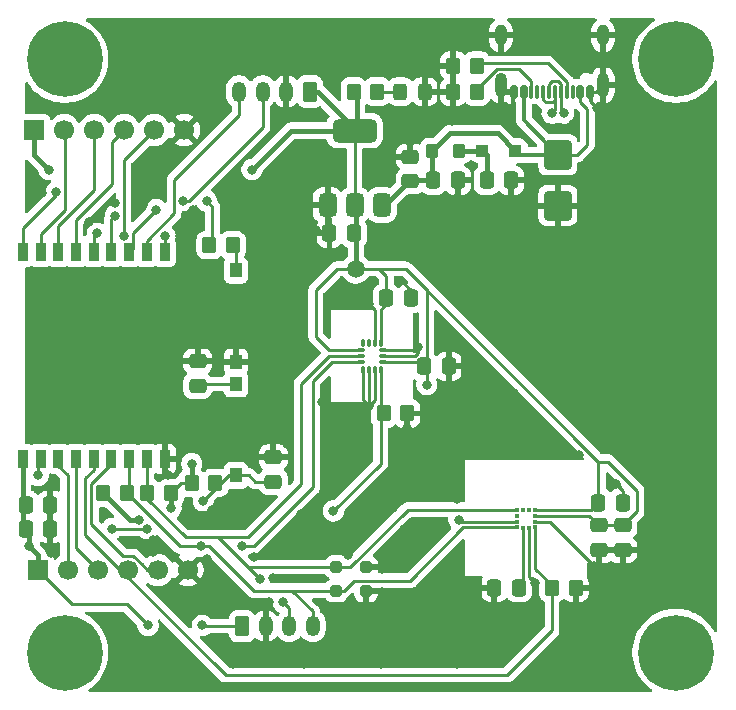
<source format=gbr>
%TF.GenerationSoftware,KiCad,Pcbnew,9.0.2*%
%TF.CreationDate,2025-07-09T07:13:15+08:00*%
%TF.ProjectId,imu,696d752e-6b69-4636-9164-5f7063625858,rev?*%
%TF.SameCoordinates,Original*%
%TF.FileFunction,Copper,L1,Top*%
%TF.FilePolarity,Positive*%
%FSLAX46Y46*%
G04 Gerber Fmt 4.6, Leading zero omitted, Abs format (unit mm)*
G04 Created by KiCad (PCBNEW 9.0.2) date 2025-07-09 07:13:15*
%MOMM*%
%LPD*%
G01*
G04 APERTURE LIST*
G04 Aperture macros list*
%AMRoundRect*
0 Rectangle with rounded corners*
0 $1 Rounding radius*
0 $2 $3 $4 $5 $6 $7 $8 $9 X,Y pos of 4 corners*
0 Add a 4 corners polygon primitive as box body*
4,1,4,$2,$3,$4,$5,$6,$7,$8,$9,$2,$3,0*
0 Add four circle primitives for the rounded corners*
1,1,$1+$1,$2,$3*
1,1,$1+$1,$4,$5*
1,1,$1+$1,$6,$7*
1,1,$1+$1,$8,$9*
0 Add four rect primitives between the rounded corners*
20,1,$1+$1,$2,$3,$4,$5,0*
20,1,$1+$1,$4,$5,$6,$7,0*
20,1,$1+$1,$6,$7,$8,$9,0*
20,1,$1+$1,$8,$9,$2,$3,0*%
G04 Aperture macros list end*
%TA.AperFunction,HeatsinkPad*%
%ADD10C,0.600000*%
%TD*%
%TA.AperFunction,HeatsinkPad*%
%ADD11R,2.900000X2.900000*%
%TD*%
%TA.AperFunction,SMDPad,CuDef*%
%ADD12R,0.900000X1.500000*%
%TD*%
%TA.AperFunction,SMDPad,CuDef*%
%ADD13RoundRect,0.150000X0.150000X0.425000X-0.150000X0.425000X-0.150000X-0.425000X0.150000X-0.425000X0*%
%TD*%
%TA.AperFunction,SMDPad,CuDef*%
%ADD14RoundRect,0.075000X0.075000X0.500000X-0.075000X0.500000X-0.075000X-0.500000X0.075000X-0.500000X0*%
%TD*%
%TA.AperFunction,HeatsinkPad*%
%ADD15O,1.000000X2.100000*%
%TD*%
%TA.AperFunction,HeatsinkPad*%
%ADD16O,1.000000X1.800000*%
%TD*%
%TA.AperFunction,SMDPad,CuDef*%
%ADD17RoundRect,0.250000X0.350000X0.450000X-0.350000X0.450000X-0.350000X-0.450000X0.350000X-0.450000X0*%
%TD*%
%TA.AperFunction,SMDPad,CuDef*%
%ADD18RoundRect,0.250000X0.475000X-0.337500X0.475000X0.337500X-0.475000X0.337500X-0.475000X-0.337500X0*%
%TD*%
%TA.AperFunction,SMDPad,CuDef*%
%ADD19RoundRect,0.250000X-0.350000X-0.450000X0.350000X-0.450000X0.350000X0.450000X-0.350000X0.450000X0*%
%TD*%
%TA.AperFunction,SMDPad,CuDef*%
%ADD20RoundRect,0.250000X0.325000X0.450000X-0.325000X0.450000X-0.325000X-0.450000X0.325000X-0.450000X0*%
%TD*%
%TA.AperFunction,ComponentPad*%
%ADD21RoundRect,0.250000X0.350000X0.625000X-0.350000X0.625000X-0.350000X-0.625000X0.350000X-0.625000X0*%
%TD*%
%TA.AperFunction,ComponentPad*%
%ADD22O,1.200000X1.750000*%
%TD*%
%TA.AperFunction,SMDPad,CuDef*%
%ADD23RoundRect,0.250000X-0.475000X0.337500X-0.475000X-0.337500X0.475000X-0.337500X0.475000X0.337500X0*%
%TD*%
%TA.AperFunction,SMDPad,CuDef*%
%ADD24RoundRect,0.250000X0.337500X0.475000X-0.337500X0.475000X-0.337500X-0.475000X0.337500X-0.475000X0*%
%TD*%
%TA.AperFunction,SMDPad,CuDef*%
%ADD25RoundRect,0.375000X0.375000X-0.625000X0.375000X0.625000X-0.375000X0.625000X-0.375000X-0.625000X0*%
%TD*%
%TA.AperFunction,SMDPad,CuDef*%
%ADD26RoundRect,0.500000X1.400000X-0.500000X1.400000X0.500000X-1.400000X0.500000X-1.400000X-0.500000X0*%
%TD*%
%TA.AperFunction,SMDPad,CuDef*%
%ADD27RoundRect,0.087500X0.087500X-0.225000X0.087500X0.225000X-0.087500X0.225000X-0.087500X-0.225000X0*%
%TD*%
%TA.AperFunction,SMDPad,CuDef*%
%ADD28RoundRect,0.087500X0.225000X-0.087500X0.225000X0.087500X-0.225000X0.087500X-0.225000X-0.087500X0*%
%TD*%
%TA.AperFunction,SMDPad,CuDef*%
%ADD29R,1.000000X1.250000*%
%TD*%
%TA.AperFunction,ComponentPad*%
%ADD30C,0.800000*%
%TD*%
%TA.AperFunction,ComponentPad*%
%ADD31C,6.400000*%
%TD*%
%TA.AperFunction,ComponentPad*%
%ADD32R,1.700000X1.700000*%
%TD*%
%TA.AperFunction,ComponentPad*%
%ADD33C,1.700000*%
%TD*%
%TA.AperFunction,SMDPad,CuDef*%
%ADD34R,0.375000X0.350000*%
%TD*%
%TA.AperFunction,SMDPad,CuDef*%
%ADD35R,0.350000X0.375000*%
%TD*%
%TA.AperFunction,SMDPad,CuDef*%
%ADD36RoundRect,0.250000X-0.300000X-0.300000X0.300000X-0.300000X0.300000X0.300000X-0.300000X0.300000X0*%
%TD*%
%TA.AperFunction,SMDPad,CuDef*%
%ADD37RoundRect,0.250000X0.250000X0.250000X-0.250000X0.250000X-0.250000X-0.250000X0.250000X-0.250000X0*%
%TD*%
%TA.AperFunction,SMDPad,CuDef*%
%ADD38RoundRect,0.250000X-0.900000X1.000000X-0.900000X-1.000000X0.900000X-1.000000X0.900000X1.000000X0*%
%TD*%
%TA.AperFunction,ComponentPad*%
%ADD39RoundRect,0.250000X-0.350000X-0.625000X0.350000X-0.625000X0.350000X0.625000X-0.350000X0.625000X0*%
%TD*%
%TA.AperFunction,SMDPad,CuDef*%
%ADD40RoundRect,0.250000X0.275000X0.350000X-0.275000X0.350000X-0.275000X-0.350000X0.275000X-0.350000X0*%
%TD*%
%TA.AperFunction,SMDPad,CuDef*%
%ADD41RoundRect,0.250000X-0.337500X-0.475000X0.337500X-0.475000X0.337500X0.475000X-0.337500X0.475000X0*%
%TD*%
%TA.AperFunction,ViaPad*%
%ADD42C,0.800000*%
%TD*%
%TA.AperFunction,ViaPad*%
%ADD43C,1.500000*%
%TD*%
%TA.AperFunction,Conductor*%
%ADD44C,0.250000*%
%TD*%
%TA.AperFunction,Conductor*%
%ADD45C,0.400000*%
%TD*%
%TA.AperFunction,Conductor*%
%ADD46C,0.350000*%
%TD*%
%TA.AperFunction,Conductor*%
%ADD47C,0.284000*%
%TD*%
%TA.AperFunction,Conductor*%
%ADD48C,0.200000*%
%TD*%
G04 APERTURE END LIST*
D10*
%TO.P,U4,19,GND*%
%TO.N,GND*%
X122950000Y-66300000D03*
X121850000Y-66300000D03*
X123500000Y-66850000D03*
X122400000Y-66850000D03*
X121300000Y-66850000D03*
X122950000Y-67400000D03*
D11*
X122400000Y-67400000D03*
D10*
X121850000Y-67400000D03*
X123500000Y-67950000D03*
X122400000Y-67950000D03*
X121300000Y-67950000D03*
X122950000Y-68500000D03*
X121850000Y-68500000D03*
D12*
%TO.P,U4,18,IO0*%
%TO.N,BOOT*%
X116200000Y-59610000D03*
%TO.P,U4,17,IO1*%
%TO.N,IO1*%
X117700000Y-59610000D03*
%TO.P,U4,16,IO2*%
%TO.N,IO2*%
X119200000Y-59610000D03*
%TO.P,U4,15,IO3*%
%TO.N,IO3*%
X120700000Y-59610000D03*
%TO.P,U4,14,IO19*%
%TO.N,USB_D-*%
X122200000Y-59610000D03*
%TO.P,U4,13,IO18*%
%TO.N,USB_D+*%
X123700000Y-59610000D03*
%TO.P,U4,12,IO21/TXD*%
%TO.N,TX0*%
X125200000Y-59610000D03*
%TO.P,U4,11,IO20/RXD*%
%TO.N,RX0*%
X126700000Y-59610000D03*
%TO.P,U4,10,IO10*%
%TO.N,IO8*%
X128200000Y-59610000D03*
%TO.P,U4,9,GND*%
%TO.N,GND*%
X128200000Y-77110000D03*
%TO.P,U4,8,IO9*%
%TO.N,SCL*%
X126700000Y-77110000D03*
%TO.P,U4,7,IO8*%
%TO.N,SDA*%
X125200000Y-77110000D03*
%TO.P,U4,6,IO7*%
%TO.N,INT_IMU*%
X123700000Y-77110000D03*
%TO.P,U4,5,IO6*%
%TO.N,INT_MAG*%
X122200000Y-77110000D03*
%TO.P,U4,4,IO5*%
%TO.N,IO5*%
X120700000Y-77110000D03*
%TO.P,U4,3,IO4*%
%TO.N,IO4*%
X119200000Y-77110000D03*
%TO.P,U4,2,EN*%
%TO.N,EN*%
X117700000Y-77110000D03*
%TO.P,U4,1,3V3*%
%TO.N,+3V3*%
X116200000Y-77110000D03*
%TD*%
D13*
%TO.P,J1,A1,GND*%
%TO.N,GND*%
X164200000Y-46000000D03*
%TO.P,J1,A4,VBUS*%
%TO.N,+5V*%
X163400000Y-46000000D03*
D14*
%TO.P,J1,A5,CC1*%
%TO.N,Net-(J1-CC1)*%
X162250000Y-46000000D03*
%TO.P,J1,A6,D+*%
%TO.N,USB_D+*%
X161250000Y-46000000D03*
%TO.P,J1,A7,D-*%
%TO.N,USB_D-*%
X160750000Y-46000000D03*
%TO.P,J1,A8,SBU1*%
%TO.N,unconnected-(J1-SBU1-PadA8)*%
X159750000Y-46000000D03*
D13*
%TO.P,J1,A9,VBUS*%
%TO.N,+5V*%
X158600000Y-46000000D03*
%TO.P,J1,A12,GND*%
%TO.N,GND*%
X157800000Y-46000000D03*
%TO.P,J1,B1,GND*%
X157800000Y-46000000D03*
%TO.P,J1,B4,VBUS*%
%TO.N,+5V*%
X158600000Y-46000000D03*
D14*
%TO.P,J1,B5,CC2*%
%TO.N,Net-(J1-CC2)*%
X159250000Y-46000000D03*
%TO.P,J1,B6,D+*%
%TO.N,USB_D+*%
X160250000Y-46000000D03*
%TO.P,J1,B7,D-*%
%TO.N,USB_D-*%
X161750000Y-46000000D03*
%TO.P,J1,B8,SBU2*%
%TO.N,unconnected-(J1-SBU2-PadB8)*%
X162750000Y-46000000D03*
D13*
%TO.P,J1,B9,VBUS*%
%TO.N,+5V*%
X163400000Y-46000000D03*
%TO.P,J1,B12,GND*%
%TO.N,GND*%
X164200000Y-46000000D03*
D15*
%TO.P,J1,S1,SHIELD*%
X165320000Y-45425000D03*
D16*
X165320000Y-41245000D03*
D15*
X156680000Y-45425000D03*
D16*
X156680000Y-41245000D03*
%TD*%
D17*
%TO.P,R8,1*%
%TO.N,+3V3*%
X128750000Y-80000000D03*
%TO.P,R8,2*%
%TO.N,SCL*%
X126750000Y-80000000D03*
%TD*%
D18*
%TO.P,C4,1*%
%TO.N,+5V*%
X149000000Y-53600000D03*
%TO.P,C4,2*%
%TO.N,GND*%
X149000000Y-51525000D03*
%TD*%
D19*
%TO.P,R5,1*%
%TO.N,GND*%
X152650000Y-43800000D03*
%TO.P,R5,2*%
%TO.N,Net-(J1-CC1)*%
X154650000Y-43800000D03*
%TD*%
D20*
%TO.P,D3,1,K*%
%TO.N,GND*%
X150225000Y-46000000D03*
%TO.P,D3,2,A*%
%TO.N,Net-(D3-A)*%
X148175000Y-46000000D03*
%TD*%
D21*
%TO.P,J3,1,Pin_1*%
%TO.N,+3V3*%
X140500000Y-46000000D03*
D22*
%TO.P,J3,2,Pin_2*%
%TO.N,GND*%
X138500000Y-46000000D03*
%TO.P,J3,3,Pin_3*%
%TO.N,TX0*%
X136500000Y-46000000D03*
%TO.P,J3,4,Pin_4*%
%TO.N,RX0*%
X134500000Y-46000000D03*
%TD*%
D23*
%TO.P,C11,1*%
%TO.N,GND*%
X131000000Y-68837500D03*
%TO.P,C11,2*%
%TO.N,Net-(C11-Pad2)*%
X131000000Y-70912500D03*
%TD*%
D24*
%TO.P,C14,1*%
%TO.N,GND*%
X152250000Y-69250000D03*
%TO.P,C14,2*%
%TO.N,+3V3*%
X150175000Y-69250000D03*
%TD*%
D19*
%TO.P,R6,1*%
%TO.N,+3V3*%
X130500000Y-79125000D03*
%TO.P,R6,2*%
%TO.N,EN*%
X132500000Y-79125000D03*
%TD*%
D25*
%TO.P,U3,1,GND*%
%TO.N,GND*%
X142000000Y-55600000D03*
%TO.P,U3,2,VO*%
%TO.N,+3V3*%
X144300000Y-55600000D03*
D26*
X144300000Y-49300000D03*
D25*
%TO.P,U3,3,VI*%
%TO.N,+5V*%
X146600000Y-55600000D03*
%TD*%
D27*
%TO.P,U1,1,SDO/SA0*%
%TO.N,GND*%
X145000000Y-69575000D03*
%TO.P,U1,2,SDX*%
X145500000Y-69575000D03*
%TO.P,U1,3,SCX*%
X146000000Y-69575000D03*
%TO.P,U1,4,INT1*%
%TO.N,INT_IMU*%
X146500000Y-69575000D03*
D28*
%TO.P,U1,5,VDDIO*%
%TO.N,+3V3*%
X146662500Y-68912500D03*
%TO.P,U1,6,GND*%
%TO.N,GND*%
X146662500Y-68412500D03*
%TO.P,U1,7,GND*%
X146662500Y-67912500D03*
D27*
%TO.P,U1,8,VDD*%
%TO.N,+3V3*%
X146500000Y-67250000D03*
%TO.P,U1,9,INT2*%
%TO.N,GND*%
X146000000Y-67250000D03*
%TO.P,U1,10,NC*%
%TO.N,unconnected-(U1-NC-Pad10)*%
X145500000Y-67250000D03*
%TO.P,U1,11,NC*%
%TO.N,unconnected-(U1-NC-Pad11)*%
X145000000Y-67250000D03*
D28*
%TO.P,U1,12,CS*%
%TO.N,+3V3*%
X144837500Y-67912500D03*
%TO.P,U1,13,SCL*%
%TO.N,SCL*%
X144837500Y-68412500D03*
%TO.P,U1,14,SDA*%
%TO.N,SDA*%
X144837500Y-68912500D03*
%TD*%
D19*
%TO.P,R1,1*%
%TO.N,+3V3*%
X144205000Y-45995000D03*
%TO.P,R1,2*%
%TO.N,Net-(D3-A)*%
X146205000Y-45995000D03*
%TD*%
D29*
%TO.P,SW1,1,1*%
%TO.N,Net-(C11-Pad2)*%
X134250000Y-70750000D03*
%TO.P,SW1,2,2*%
%TO.N,EN*%
X134250000Y-78500000D03*
%TD*%
D18*
%TO.P,C12,1*%
%TO.N,GND*%
X167000000Y-84800000D03*
%TO.P,C12,2*%
%TO.N,+3V3*%
X167000000Y-82725000D03*
%TD*%
D24*
%TO.P,C7,1*%
%TO.N,GND*%
X153037500Y-53500000D03*
%TO.P,C7,2*%
%TO.N,+5V*%
X150962500Y-53500000D03*
%TD*%
D30*
%TO.P,REF\u002A\u002A,1*%
%TO.N,N/C*%
X117350000Y-43250000D03*
X118052944Y-41552944D03*
X118052944Y-44947056D03*
X119750000Y-40850000D03*
D31*
X119750000Y-43250000D03*
D30*
X119750000Y-45650000D03*
X121447056Y-41552944D03*
X121447056Y-44947056D03*
X122150000Y-43250000D03*
%TD*%
D29*
%TO.P,SW2,1,1*%
%TO.N,GND*%
X134250000Y-68875000D03*
%TO.P,SW2,2,2*%
%TO.N,Net-(R7-Pad2)*%
X134250000Y-61125000D03*
%TD*%
D30*
%TO.P,REF\u002A\u002A,1*%
%TO.N,N/C*%
X117350000Y-93500000D03*
X118052944Y-91802944D03*
X118052944Y-95197056D03*
X119750000Y-91100000D03*
D31*
X119750000Y-93500000D03*
D30*
X119750000Y-95900000D03*
X121447056Y-91802944D03*
X121447056Y-95197056D03*
X122150000Y-93500000D03*
%TD*%
D19*
%TO.P,R7,1*%
%TO.N,BOOT*%
X132000000Y-59000000D03*
%TO.P,R7,2*%
%TO.N,Net-(R7-Pad2)*%
X134000000Y-59000000D03*
%TD*%
D18*
%TO.P,C13,1*%
%TO.N,GND*%
X165000000Y-84800000D03*
%TO.P,C13,2*%
%TO.N,+3V3*%
X165000000Y-82725000D03*
%TD*%
%TO.P,C10,1*%
%TO.N,EN*%
X137400000Y-79037500D03*
%TO.P,C10,2*%
%TO.N,GND*%
X137400000Y-76962500D03*
%TD*%
D32*
%TO.P,J5,1,Pin_1*%
%TO.N,+3V3*%
X117460000Y-86500000D03*
D33*
%TO.P,J5,2,Pin_2*%
%TO.N,IO4*%
X120000000Y-86500000D03*
%TO.P,J5,3,Pin_3*%
%TO.N,IO5*%
X122540000Y-86500000D03*
%TO.P,J5,4,Pin_4*%
%TO.N,INT_MAG*%
X125080000Y-86500000D03*
%TO.P,J5,5,Pin_5*%
%TO.N,INT_IMU*%
X127620000Y-86500000D03*
%TO.P,J5,6,Pin_6*%
%TO.N,GND*%
X130160000Y-86500000D03*
%TD*%
D34*
%TO.P,U2,1,SCL/SPC*%
%TO.N,SCL*%
X158075000Y-81400000D03*
%TO.P,U2,2,NC*%
%TO.N,unconnected-(U2-NC-Pad2)*%
X158075000Y-81900000D03*
%TO.P,U2,3,~{CS}*%
%TO.N,+3V3*%
X158075000Y-82400000D03*
%TO.P,U2,4,SDA/SDI/SDO*%
%TO.N,SDA*%
X158075000Y-82900000D03*
D35*
%TO.P,U2,5,C1*%
%TO.N,Net-(U2-C1)*%
X158587500Y-82912500D03*
%TO.P,U2,6,GND*%
%TO.N,GND*%
X159087500Y-82912500D03*
D34*
%TO.P,U2,7,DRDY*%
%TO.N,INT_MAG*%
X159600000Y-82900000D03*
%TO.P,U2,8,GND*%
%TO.N,GND*%
X159600000Y-82400000D03*
%TO.P,U2,9,Vdd*%
%TO.N,+3V3*%
X159600000Y-81900000D03*
%TO.P,U2,10,Vdd_IO*%
X159600000Y-81400000D03*
D35*
%TO.P,U2,11,NC*%
%TO.N,unconnected-(U2-NC-Pad11)*%
X159087500Y-81387500D03*
%TO.P,U2,12,NC*%
%TO.N,unconnected-(U2-NC-Pad12)*%
X158587500Y-81387500D03*
%TD*%
D36*
%TO.P,D1,1,K*%
%TO.N,Net-(D1-K)*%
X155100000Y-51000000D03*
%TO.P,D1,2,A*%
%TO.N,+5V*%
X157900000Y-51000000D03*
%TD*%
D19*
%TO.P,R4,1*%
%TO.N,GND*%
X152650000Y-46000000D03*
%TO.P,R4,2*%
%TO.N,Net-(J1-CC2)*%
X154650000Y-46000000D03*
%TD*%
D24*
%TO.P,C9,1*%
%TO.N,GND*%
X118537500Y-83000000D03*
%TO.P,C9,2*%
%TO.N,+3V3*%
X116462500Y-83000000D03*
%TD*%
D37*
%TO.P,D5,1,A1*%
%TO.N,GND*%
X145250000Y-88250000D03*
%TO.P,D5,2,A2*%
%TO.N,SDA*%
X142750000Y-88250000D03*
%TD*%
D24*
%TO.P,C5,1*%
%TO.N,+3V3*%
X144237500Y-58000000D03*
%TO.P,C5,2*%
%TO.N,GND*%
X142162500Y-58000000D03*
%TD*%
D38*
%TO.P,D2,1,A1*%
%TO.N,+5V*%
X161500000Y-51350000D03*
%TO.P,D2,2,A2*%
%TO.N,GND*%
X161500000Y-55650000D03*
%TD*%
D39*
%TO.P,J2,1,Pin_1*%
%TO.N,+3V3*%
X134750000Y-91250000D03*
D22*
%TO.P,J2,2,Pin_2*%
%TO.N,GND*%
X136750000Y-91250000D03*
%TO.P,J2,3,Pin_3*%
%TO.N,SCL*%
X138750000Y-91250000D03*
%TO.P,J2,4,Pin_4*%
%TO.N,SDA*%
X140750000Y-91250000D03*
%TD*%
D40*
%TO.P,FB1,1*%
%TO.N,Net-(D1-K)*%
X153150000Y-51000000D03*
%TO.P,FB1,2*%
%TO.N,+5V*%
X150850000Y-51000000D03*
%TD*%
D41*
%TO.P,C6,1*%
%TO.N,Net-(D1-K)*%
X155462500Y-53500000D03*
%TO.P,C6,2*%
%TO.N,GND*%
X157537500Y-53500000D03*
%TD*%
D24*
%TO.P,C8,1*%
%TO.N,GND*%
X118537500Y-81010000D03*
%TO.P,C8,2*%
%TO.N,+3V3*%
X116462500Y-81010000D03*
%TD*%
D19*
%TO.P,R9,1*%
%TO.N,+3V3*%
X123000000Y-80000000D03*
%TO.P,R9,2*%
%TO.N,SDA*%
X125000000Y-80000000D03*
%TD*%
D41*
%TO.P,C1,1*%
%TO.N,+3V3*%
X164925000Y-80800000D03*
%TO.P,C1,2*%
%TO.N,GND*%
X167000000Y-80800000D03*
%TD*%
D32*
%TO.P,J4,1,Pin_1*%
%TO.N,+3V3*%
X117170000Y-49250000D03*
D33*
%TO.P,J4,2,Pin_2*%
%TO.N,IO1*%
X119710000Y-49250000D03*
%TO.P,J4,3,Pin_3*%
%TO.N,IO2*%
X122250000Y-49250000D03*
%TO.P,J4,4,Pin_4*%
%TO.N,IO3*%
X124790000Y-49250000D03*
%TO.P,J4,5,Pin_5*%
%TO.N,IO8*%
X127330000Y-49250000D03*
%TO.P,J4,6,Pin_6*%
%TO.N,GND*%
X129870000Y-49250000D03*
%TD*%
D41*
%TO.P,C3,1*%
%TO.N,GND*%
X156125000Y-88000000D03*
%TO.P,C3,2*%
%TO.N,Net-(U2-C1)*%
X158200000Y-88000000D03*
%TD*%
D24*
%TO.P,C2,1*%
%TO.N,GND*%
X149037500Y-63500000D03*
%TO.P,C2,2*%
%TO.N,+3V3*%
X146962500Y-63500000D03*
%TD*%
D19*
%TO.P,R2,1*%
%TO.N,INT_MAG*%
X161000000Y-88000000D03*
%TO.P,R2,2*%
%TO.N,GND*%
X163000000Y-88000000D03*
%TD*%
%TO.P,R3,1*%
%TO.N,INT_IMU*%
X146750000Y-73250000D03*
%TO.P,R3,2*%
%TO.N,GND*%
X148750000Y-73250000D03*
%TD*%
D30*
%TO.P,REF\u002A\u002A,1*%
%TO.N,N/C*%
X169100000Y-43250000D03*
X169802944Y-41552944D03*
X169802944Y-44947056D03*
X171500000Y-40850000D03*
D31*
X171500000Y-43250000D03*
D30*
X171500000Y-45650000D03*
X173197056Y-41552944D03*
X173197056Y-44947056D03*
X173900000Y-43250000D03*
%TD*%
D37*
%TO.P,D4,1,A1*%
%TO.N,GND*%
X145250000Y-86250000D03*
%TO.P,D4,2,A2*%
%TO.N,SCL*%
X142750000Y-86250000D03*
%TD*%
D30*
%TO.P,REF\u002A\u002A,1*%
%TO.N,N/C*%
X169100000Y-93500000D03*
X169802944Y-91802944D03*
X169802944Y-95197056D03*
X171500000Y-91100000D03*
D31*
X171500000Y-93500000D03*
D30*
X171500000Y-95900000D03*
X173197056Y-91802944D03*
X173197056Y-95197056D03*
X173900000Y-93500000D03*
%TD*%
D42*
%TO.N,GND*%
X129400000Y-68800000D03*
X164800000Y-47400000D03*
X138600000Y-75800000D03*
X121800000Y-57000000D03*
X159250000Y-91750000D03*
X150000000Y-43250000D03*
X160500000Y-96250000D03*
X163250000Y-76750000D03*
X149250000Y-85750000D03*
X157500000Y-48500000D03*
X140500000Y-68250000D03*
X128500000Y-94500000D03*
X124000000Y-55400000D03*
X146500000Y-94500000D03*
X138250000Y-66000000D03*
X144500000Y-92000000D03*
X130600000Y-56000000D03*
X148250000Y-62000000D03*
X129500000Y-58250000D03*
X135000000Y-43250000D03*
X152250000Y-86250000D03*
X147500000Y-81250000D03*
X138250000Y-61750000D03*
X147500000Y-48500000D03*
X125000000Y-43250000D03*
X123750000Y-91000000D03*
X128250000Y-51500000D03*
X149000000Y-50250000D03*
X127250000Y-85000000D03*
X140000000Y-94500000D03*
X132800000Y-69000000D03*
X153000000Y-94500000D03*
X146600000Y-86400000D03*
X117800000Y-54600000D03*
X130000000Y-61750000D03*
X152500000Y-48500000D03*
X141750000Y-78500000D03*
X118600000Y-85050000D03*
X154800000Y-88000000D03*
X142750000Y-64000000D03*
X145500000Y-72650000D03*
X159600000Y-87600000D03*
X151500000Y-65500000D03*
X142750000Y-90000000D03*
X144000000Y-82500000D03*
X132750000Y-82500000D03*
X159750000Y-47750000D03*
X152250000Y-70750000D03*
X164600000Y-86200000D03*
X146600000Y-88400000D03*
X136000000Y-81000000D03*
X148750000Y-74500000D03*
X138500000Y-70750000D03*
X126400000Y-55600000D03*
X148000000Y-78000000D03*
X127200000Y-84000000D03*
X140000000Y-43250000D03*
X165750000Y-91750000D03*
X137400000Y-87200000D03*
X128500000Y-78500000D03*
X132800000Y-54600000D03*
X145250000Y-75750000D03*
X131500000Y-46750000D03*
X150500000Y-90750000D03*
X141000000Y-57750000D03*
X153000000Y-80500000D03*
X142000000Y-53750000D03*
X137000000Y-89200000D03*
X162750000Y-48750000D03*
X157750000Y-71500000D03*
X164400000Y-88000000D03*
X166400000Y-79200000D03*
X137000000Y-52750000D03*
X154500000Y-74250000D03*
X153000000Y-55000000D03*
X161500000Y-57750000D03*
X149676000Y-67600000D03*
X134000000Y-88250000D03*
X123200000Y-81800000D03*
X124500000Y-47000000D03*
X156000000Y-91000000D03*
X141500000Y-72250000D03*
X131800000Y-85600000D03*
X148500000Y-83000000D03*
X130000000Y-90000000D03*
X135800000Y-85400000D03*
X145000000Y-43250000D03*
X135000000Y-57750000D03*
X134000000Y-94500000D03*
X138500000Y-48000000D03*
X159000000Y-52600000D03*
X143750000Y-85250000D03*
X151750000Y-83000000D03*
X167000000Y-86250000D03*
X145500000Y-64000000D03*
X137250000Y-84500000D03*
X130000000Y-43250000D03*
X139750000Y-81750000D03*
X132200000Y-81400000D03*
%TO.N,+3V3*%
X135600000Y-52600000D03*
X118400000Y-52600000D03*
X153126990Y-82278317D03*
X126042891Y-82275000D03*
X128750000Y-81250000D03*
X116750000Y-84500000D03*
D43*
X144400000Y-61000000D03*
D42*
X150400000Y-70800000D03*
X130500000Y-77500000D03*
X126800000Y-91200000D03*
X131400000Y-91200000D03*
%TO.N,SCL*%
X136250000Y-87250000D03*
X138250000Y-89250000D03*
%TO.N,EN*%
X131475000Y-80650000D03*
X126750000Y-83000000D03*
X123750000Y-83000000D03*
X117500000Y-78500000D03*
%TO.N,USB_D-*%
X122500000Y-58000000D03*
X162000000Y-47825837D03*
%TO.N,USB_D+*%
X124025000Y-56500000D03*
X161000000Y-47825837D03*
%TO.N,TX0*%
X127500000Y-56000000D03*
X129725000Y-55224999D03*
%TO.N,INT_IMU*%
X142500000Y-81500000D03*
%TO.N,BOOT*%
X131750000Y-55250000D03*
X119025000Y-54500000D03*
%TO.N,IO8*%
X128250000Y-58250000D03*
X124750000Y-58250000D03*
%TO.N,SDA*%
X134750000Y-84500000D03*
X131250000Y-84500000D03*
%TO.N,GND*%
X161000000Y-42320000D03*
%TD*%
D44*
%TO.N,EN*%
X135875000Y-79037500D02*
X137400000Y-79037500D01*
X135337500Y-78500000D02*
X135875000Y-79037500D01*
%TO.N,GND*%
X164200000Y-46800000D02*
X164800000Y-47400000D01*
X164200000Y-46000000D02*
X164200000Y-46800000D01*
%TO.N,+3V3*%
X144300000Y-55600000D02*
X144300000Y-49300000D01*
%TO.N,GND*%
X157255000Y-46000000D02*
X156680000Y-45425000D01*
X157800000Y-46000000D02*
X157255000Y-46000000D01*
X164745000Y-46000000D02*
X165320000Y-45425000D01*
X164200000Y-46000000D02*
X164745000Y-46000000D01*
X131000000Y-68837500D02*
X132637500Y-68837500D01*
X149037500Y-63500000D02*
X149037500Y-62787500D01*
X167000000Y-79800000D02*
X166400000Y-79200000D01*
X149378486Y-68412500D02*
X149676000Y-68114986D01*
X163000000Y-88000000D02*
X164400000Y-88000000D01*
X146450000Y-88250000D02*
X146600000Y-88400000D01*
X146450000Y-86250000D02*
X146600000Y-86400000D01*
X167000000Y-80800000D02*
X167000000Y-79800000D01*
X145250000Y-88250000D02*
X146450000Y-88250000D01*
X146662500Y-68412500D02*
X149378486Y-68412500D01*
X159600000Y-82400000D02*
X160800000Y-82400000D01*
X145250000Y-86250000D02*
X146450000Y-86250000D01*
X146000000Y-72150000D02*
X145500000Y-72650000D01*
X149588500Y-67912500D02*
X146662500Y-67912500D01*
X160800000Y-82400000D02*
X164600000Y-86200000D01*
X128200000Y-78200000D02*
X128500000Y-78500000D01*
X146000000Y-69575000D02*
X146000000Y-72150000D01*
X149676000Y-68114986D02*
X149676000Y-67600000D01*
X156125000Y-88000000D02*
X154800000Y-88000000D01*
X134250000Y-68875000D02*
X132925000Y-68875000D01*
X132637500Y-68837500D02*
X132800000Y-69000000D01*
X118537500Y-83000000D02*
X118537500Y-84987500D01*
X149037500Y-62787500D02*
X148250000Y-62000000D01*
X149676000Y-67600000D02*
X149676000Y-67825000D01*
X159087500Y-87087500D02*
X159600000Y-87600000D01*
X128200000Y-77110000D02*
X128200000Y-78200000D01*
X132925000Y-68875000D02*
X132800000Y-69000000D01*
X145500000Y-72650000D02*
X145500000Y-69575000D01*
X145000000Y-69575000D02*
X145000000Y-72150000D01*
X145000000Y-72150000D02*
X145500000Y-72650000D01*
X146000000Y-67250000D02*
X146000000Y-64500000D01*
X149676000Y-67825000D02*
X149588500Y-67912500D01*
X159087500Y-82912500D02*
X159087500Y-87087500D01*
X146000000Y-64500000D02*
X145500000Y-64000000D01*
X118537500Y-84987500D02*
X118600000Y-85050000D01*
%TO.N,+3V3*%
X168200000Y-81525000D02*
X167000000Y-82725000D01*
D45*
X138900000Y-49300000D02*
X144300000Y-49300000D01*
D44*
X150402000Y-62802000D02*
X148600000Y-61000000D01*
X150402000Y-69023000D02*
X150402000Y-62802000D01*
D45*
X144500000Y-46290000D02*
X144205000Y-45995000D01*
X130500000Y-77500000D02*
X130500000Y-79125000D01*
D44*
X129625000Y-79125000D02*
X128750000Y-80000000D01*
D45*
X116750000Y-83287500D02*
X116462500Y-83000000D01*
X144500000Y-49350000D02*
X141150000Y-46000000D01*
D44*
X146962500Y-64000000D02*
X146500000Y-64462500D01*
X134750000Y-91250000D02*
X131450000Y-91250000D01*
X142800000Y-61000000D02*
X141000000Y-62800000D01*
X126800000Y-91200000D02*
X125000000Y-89400000D01*
X148600000Y-61000000D02*
X164925000Y-77325000D01*
D45*
X128750000Y-81250000D02*
X128750000Y-80000000D01*
X144400000Y-55750000D02*
X144500000Y-55650000D01*
D44*
X164175000Y-81900000D02*
X165000000Y-82725000D01*
D45*
X144400000Y-61000000D02*
X144400000Y-55750000D01*
D44*
X159600000Y-81400000D02*
X164325000Y-81400000D01*
X164925000Y-77325000D02*
X164925000Y-80800000D01*
X150400000Y-70800000D02*
X150400000Y-69475000D01*
X158075000Y-82400000D02*
X153248673Y-82400000D01*
D45*
X117460000Y-86500000D02*
X117460000Y-85210000D01*
D44*
X168200000Y-79800000D02*
X168200000Y-81525000D01*
X146362500Y-61000000D02*
X146962500Y-61600000D01*
X164325000Y-81400000D02*
X164925000Y-80800000D01*
X144400000Y-61000000D02*
X146362500Y-61000000D01*
X144400000Y-61000000D02*
X142800000Y-61000000D01*
D45*
X117170000Y-51370000D02*
X118400000Y-52600000D01*
D44*
X142162500Y-67912500D02*
X144837500Y-67912500D01*
X159600000Y-81900000D02*
X164175000Y-81900000D01*
X120360000Y-89400000D02*
X117460000Y-86500000D01*
D45*
X117170000Y-49250000D02*
X117170000Y-51370000D01*
X125275000Y-82275000D02*
X123000000Y-80000000D01*
D44*
X130500000Y-79125000D02*
X129625000Y-79125000D01*
D45*
X116200000Y-77110000D02*
X116200000Y-82737500D01*
D44*
X141000000Y-66750000D02*
X142162500Y-67912500D01*
X146500000Y-64462500D02*
X146500000Y-67250000D01*
X146962500Y-61600000D02*
X146962500Y-64000000D01*
D45*
X135600000Y-52600000D02*
X138900000Y-49300000D01*
D44*
X153248673Y-82400000D02*
X153126990Y-82278317D01*
X165725000Y-77325000D02*
X168200000Y-79800000D01*
X144400000Y-61000000D02*
X148600000Y-61000000D01*
X164925000Y-77325000D02*
X165725000Y-77325000D01*
D45*
X117460000Y-85210000D02*
X116750000Y-84500000D01*
D44*
X141000000Y-62800000D02*
X141000000Y-66750000D01*
X165000000Y-82725000D02*
X167000000Y-82725000D01*
D45*
X144500000Y-49350000D02*
X144500000Y-46290000D01*
X116750000Y-84500000D02*
X116750000Y-83287500D01*
D44*
X125000000Y-89400000D02*
X120360000Y-89400000D01*
X149837500Y-68912500D02*
X150175000Y-69250000D01*
D45*
X116200000Y-82737500D02*
X116462500Y-83000000D01*
D44*
X150175000Y-69250000D02*
X150402000Y-69023000D01*
X131450000Y-91250000D02*
X131400000Y-91200000D01*
X146662500Y-68912500D02*
X149837500Y-68912500D01*
D45*
X126042891Y-82275000D02*
X125275000Y-82275000D01*
X141150000Y-46000000D02*
X140500000Y-46000000D01*
D44*
X150400000Y-69475000D02*
X150175000Y-69250000D01*
%TO.N,Net-(U2-C1)*%
X158587500Y-82912500D02*
X158587500Y-87850000D01*
X158587500Y-87850000D02*
X158437500Y-88000000D01*
D45*
%TO.N,Net-(D1-K)*%
X155462500Y-53500000D02*
X155462500Y-51362500D01*
X155462500Y-51362500D02*
X155100000Y-51000000D01*
X153150000Y-51000000D02*
X155100000Y-51000000D01*
D44*
%TO.N,Net-(D3-A)*%
X148175000Y-46000000D02*
X146210000Y-46000000D01*
X146210000Y-46000000D02*
X146205000Y-45995000D01*
%TO.N,SCL*%
X132750000Y-83750000D02*
X132500000Y-83750000D01*
X126700000Y-77110000D02*
X126700000Y-79950000D01*
X126700000Y-79950000D02*
X126750000Y-80000000D01*
X136250000Y-87250000D02*
X135250000Y-86250000D01*
X138250000Y-89250000D02*
X138750000Y-89750000D01*
X132500000Y-83750000D02*
X130000000Y-83750000D01*
X143928486Y-86250000D02*
X142750000Y-86250000D01*
X158075000Y-81400000D02*
X148778486Y-81400000D01*
X135250000Y-86250000D02*
X132750000Y-83750000D01*
X148778486Y-81400000D02*
X143928486Y-86250000D01*
X138750000Y-89750000D02*
X138750000Y-91250000D01*
X130000000Y-83750000D02*
X126750000Y-80500000D01*
X126750000Y-80500000D02*
X126750000Y-80000000D01*
X142750000Y-86250000D02*
X135250000Y-86250000D01*
D46*
%TO.N,+5V*%
X163400000Y-46000000D02*
X163500000Y-46100000D01*
D44*
X163150000Y-51350000D02*
X161500000Y-51350000D01*
D46*
X158600000Y-48400000D02*
X160700000Y-50500000D01*
X158600000Y-46000000D02*
X158600000Y-48400000D01*
D45*
X148950000Y-53500000D02*
X146800000Y-55650000D01*
D46*
X161500000Y-51350000D02*
X158250000Y-51350000D01*
D44*
X164000000Y-47500000D02*
X164000000Y-50500000D01*
D46*
X162300000Y-50500000D02*
X161500000Y-50500000D01*
X160700000Y-50500000D02*
X161500000Y-50500000D01*
D45*
X150962500Y-53500000D02*
X148950000Y-53500000D01*
D44*
X163400000Y-46900000D02*
X164000000Y-47500000D01*
X163400000Y-46000000D02*
X163400000Y-46900000D01*
D45*
X150850000Y-51000000D02*
X150850000Y-53387500D01*
D46*
X161500000Y-50500000D02*
X161500000Y-51350000D01*
D45*
X152350000Y-49500000D02*
X156400000Y-49500000D01*
D46*
X158250000Y-51350000D02*
X157900000Y-51000000D01*
D45*
X156400000Y-49500000D02*
X157900000Y-51000000D01*
X150850000Y-51000000D02*
X152350000Y-49500000D01*
D44*
X164000000Y-50500000D02*
X163150000Y-51350000D01*
D45*
X150850000Y-53387500D02*
X150962500Y-53500000D01*
D44*
%TO.N,EN*%
X117500000Y-78500000D02*
X117500000Y-77310000D01*
X126750000Y-83000000D02*
X123750000Y-83000000D01*
X117500000Y-77310000D02*
X117700000Y-77110000D01*
X134250000Y-78500000D02*
X135337500Y-78500000D01*
X131475000Y-80650000D02*
X133625000Y-78500000D01*
X133625000Y-78500000D02*
X134250000Y-78500000D01*
%TO.N,Net-(C11-Pad2)*%
X134250000Y-70750000D02*
X131162500Y-70750000D01*
X131162500Y-70750000D02*
X131000000Y-70912500D01*
D47*
%TO.N,USB_D-*%
X161500220Y-45082000D02*
X161750000Y-45331780D01*
X122200000Y-59610000D02*
X122200000Y-58300000D01*
X160750000Y-46000000D02*
X160750000Y-45331780D01*
X161750000Y-46000000D02*
X161750000Y-46862501D01*
X161750000Y-45331780D02*
X161750000Y-46000000D01*
X160999780Y-45082000D02*
X161500220Y-45082000D01*
X160750000Y-45331780D02*
X160999780Y-45082000D01*
X161750000Y-46862501D02*
X161742000Y-46870501D01*
X122200000Y-58300000D02*
X122500000Y-58000000D01*
X161742000Y-47567837D02*
X162000000Y-47825837D01*
X161742000Y-46870501D02*
X161742000Y-47567837D01*
D44*
%TO.N,Net-(J1-CC2)*%
X158225364Y-44049000D02*
X156337860Y-44049000D01*
X159250000Y-45073636D02*
X158225364Y-44049000D01*
X154650000Y-45736860D02*
X154650000Y-46000000D01*
X159250000Y-46000000D02*
X159250000Y-45073636D01*
X156337860Y-44049000D02*
X154650000Y-45736860D01*
%TO.N,Net-(J1-CC1)*%
X162250000Y-46000000D02*
X162250000Y-45169928D01*
X162250000Y-45169928D02*
X160678072Y-43598000D01*
X160678072Y-43598000D02*
X154852000Y-43598000D01*
X154852000Y-43598000D02*
X154650000Y-43800000D01*
D48*
%TO.N,USB_D+*%
X160250000Y-46000000D02*
X160299000Y-46000000D01*
D47*
X161258000Y-46870501D02*
X161258000Y-47567837D01*
X124025000Y-56500000D02*
X123700000Y-56825000D01*
X160250000Y-46668220D02*
X160499780Y-46918000D01*
X161250000Y-46000000D02*
X161250000Y-46862501D01*
X161250000Y-46862501D02*
X161258000Y-46870501D01*
X160499780Y-46918000D02*
X161000220Y-46918000D01*
X123700000Y-56825000D02*
X123700000Y-59610000D01*
X161250000Y-46668220D02*
X161250000Y-46000000D01*
X160250000Y-46000000D02*
X160250000Y-46668220D01*
X161000220Y-46918000D02*
X161250000Y-46668220D01*
X161258000Y-47567837D02*
X161000000Y-47825837D01*
D44*
%TO.N,RX0*%
X129000000Y-56310000D02*
X129000000Y-53500000D01*
X126700000Y-58610000D02*
X129000000Y-56310000D01*
X129000000Y-53500000D02*
X134500000Y-48000000D01*
X134500000Y-48000000D02*
X134500000Y-46000000D01*
X126700000Y-59610000D02*
X126700000Y-58610000D01*
%TO.N,TX0*%
X129725000Y-55224999D02*
X130275001Y-55224999D01*
X125200000Y-59610000D02*
X125500000Y-59310000D01*
X130275001Y-55224999D02*
X136500000Y-49000000D01*
X125500000Y-59310000D02*
X125500000Y-58000000D01*
X125500000Y-58000000D02*
X127500000Y-56000000D01*
X136500000Y-49000000D02*
X136500000Y-46000000D01*
%TO.N,IO2*%
X122250000Y-54300000D02*
X122250000Y-49250000D01*
X119200000Y-59610000D02*
X119200000Y-57350000D01*
X119200000Y-57350000D02*
X122250000Y-54300000D01*
%TO.N,IO1*%
X119750000Y-49290000D02*
X119710000Y-49250000D01*
X119750000Y-56000000D02*
X119750000Y-49290000D01*
X117700000Y-58050000D02*
X119750000Y-56000000D01*
X117700000Y-59610000D02*
X117700000Y-58050000D01*
%TO.N,IO3*%
X120700000Y-59610000D02*
X120700000Y-56900000D01*
X123750000Y-50290000D02*
X124790000Y-49250000D01*
X123750000Y-53850000D02*
X123750000Y-50290000D01*
X120700000Y-56900000D02*
X123750000Y-53850000D01*
%TO.N,IO4*%
X120000000Y-78500000D02*
X120000000Y-86500000D01*
X119200000Y-77110000D02*
X119200000Y-77700000D01*
X119200000Y-77700000D02*
X120000000Y-78500000D01*
%TO.N,IO5*%
X120700000Y-84660000D02*
X122540000Y-86500000D01*
X120700000Y-77110000D02*
X120700000Y-84660000D01*
%TO.N,INT_MAG*%
X122200000Y-77110000D02*
X122200000Y-78050000D01*
X161000000Y-88000000D02*
X161000000Y-91600000D01*
X159600000Y-86400000D02*
X161000000Y-87800000D01*
X133400000Y-95400000D02*
X123700000Y-85700000D01*
X121500000Y-83500000D02*
X123700000Y-85700000D01*
X157200000Y-95400000D02*
X133400000Y-95400000D01*
X124500000Y-86500000D02*
X125080000Y-86500000D01*
X159600000Y-82900000D02*
X159600000Y-86400000D01*
X122200000Y-78050000D02*
X121500000Y-78750000D01*
X161000000Y-91600000D02*
X157200000Y-95400000D01*
X121500000Y-78750000D02*
X121500000Y-83500000D01*
X123700000Y-85700000D02*
X124500000Y-86500000D01*
X161000000Y-87800000D02*
X161000000Y-88000000D01*
%TO.N,INT_IMU*%
X126256000Y-86012884D02*
X126256884Y-86012884D01*
X124699000Y-85324000D02*
X125567116Y-85324000D01*
X125567116Y-85324000D02*
X126256000Y-86012884D01*
X122000000Y-82625000D02*
X124699000Y-85324000D01*
X123700000Y-77110000D02*
X123700000Y-77550000D01*
X126256884Y-86012884D02*
X126744000Y-86500000D01*
X126744000Y-86500000D02*
X127620000Y-86500000D01*
X122000000Y-79250000D02*
X122000000Y-82625000D01*
X142500000Y-81500000D02*
X146500000Y-77500000D01*
X146500000Y-77500000D02*
X146500000Y-69575000D01*
X123700000Y-77550000D02*
X122000000Y-79250000D01*
%TO.N,BOOT*%
X116200000Y-57575000D02*
X116200000Y-59610000D01*
X131750000Y-55250000D02*
X132250000Y-55750000D01*
X132250000Y-58750000D02*
X132000000Y-59000000D01*
X119025000Y-54500000D02*
X119025000Y-54750000D01*
X132250000Y-55750000D02*
X132250000Y-58750000D01*
X119025000Y-54750000D02*
X116200000Y-57575000D01*
%TO.N,Net-(R7-Pad2)*%
X134250000Y-59250000D02*
X134000000Y-59000000D01*
X134250000Y-61125000D02*
X134250000Y-59250000D01*
%TO.N,IO8*%
X124750000Y-58250000D02*
X124750000Y-51830000D01*
X128200000Y-58300000D02*
X128250000Y-58250000D01*
X128200000Y-59610000D02*
X128200000Y-58300000D01*
X124750000Y-51830000D02*
X127330000Y-49250000D01*
%TO.N,SDA*%
X140750000Y-79500000D02*
X135750000Y-84500000D01*
X139000000Y-88250000D02*
X140750000Y-90000000D01*
X144200000Y-87400000D02*
X143350000Y-88250000D01*
X135750000Y-88250000D02*
X139000000Y-88250000D01*
X153500000Y-82900000D02*
X148976000Y-87424000D01*
X144224000Y-87424000D02*
X144200000Y-87400000D01*
X148976000Y-87424000D02*
X144224000Y-87424000D01*
X135750000Y-84500000D02*
X134750000Y-84500000D01*
X129500000Y-84500000D02*
X131250000Y-84500000D01*
X125200000Y-79800000D02*
X125000000Y-80000000D01*
X131250000Y-84500000D02*
X132000000Y-84500000D01*
X125000000Y-80000000D02*
X129500000Y-84500000D01*
X142250000Y-69000000D02*
X140750000Y-70500000D01*
X140750000Y-70500000D02*
X140750000Y-79500000D01*
X142337500Y-68912500D02*
X142250000Y-69000000D01*
X144837500Y-68912500D02*
X142337500Y-68912500D01*
X132000000Y-84500000D02*
X135750000Y-88250000D01*
X143350000Y-88250000D02*
X142750000Y-88250000D01*
X125200000Y-77110000D02*
X125200000Y-79800000D01*
X140750000Y-90000000D02*
X140750000Y-91250000D01*
X158075000Y-82900000D02*
X153500000Y-82900000D01*
X139000000Y-88250000D02*
X142750000Y-88250000D01*
%TO.N,SCL*%
X139750000Y-79250000D02*
X135250000Y-83750000D01*
X135250000Y-83750000D02*
X132500000Y-83750000D01*
X139750000Y-70750000D02*
X139750000Y-79250000D01*
X144837500Y-68412500D02*
X142087500Y-68412500D01*
X142087500Y-68412500D02*
X139750000Y-70750000D01*
%TD*%
%TA.AperFunction,Conductor*%
%TO.N,GND*%
G36*
X156102265Y-39819685D02*
G01*
X156148020Y-39872489D01*
X156157964Y-39941647D01*
X156128939Y-40005203D01*
X156104117Y-40027102D01*
X156042537Y-40068248D01*
X156042533Y-40068251D01*
X155903251Y-40207533D01*
X155903248Y-40207537D01*
X155793814Y-40371315D01*
X155793807Y-40371328D01*
X155718430Y-40553306D01*
X155718427Y-40553318D01*
X155680000Y-40746504D01*
X155680000Y-40995000D01*
X156380000Y-40995000D01*
X156380000Y-41495000D01*
X155680000Y-41495000D01*
X155680000Y-41743495D01*
X155718427Y-41936681D01*
X155718430Y-41936693D01*
X155793807Y-42118671D01*
X155793814Y-42118684D01*
X155903248Y-42282462D01*
X155903251Y-42282466D01*
X156042533Y-42421748D01*
X156042537Y-42421751D01*
X156206315Y-42531185D01*
X156206328Y-42531192D01*
X156388308Y-42606569D01*
X156430000Y-42614862D01*
X156430000Y-41811988D01*
X156439940Y-41829205D01*
X156495795Y-41885060D01*
X156564204Y-41924556D01*
X156640504Y-41945000D01*
X156719496Y-41945000D01*
X156795796Y-41924556D01*
X156864205Y-41885060D01*
X156920060Y-41829205D01*
X156930000Y-41811988D01*
X156930000Y-42614862D01*
X156971690Y-42606569D01*
X156971692Y-42606569D01*
X157153671Y-42531192D01*
X157153684Y-42531185D01*
X157317462Y-42421751D01*
X157317466Y-42421748D01*
X157456748Y-42282466D01*
X157456751Y-42282462D01*
X157566185Y-42118684D01*
X157566192Y-42118671D01*
X157641569Y-41936693D01*
X157641572Y-41936681D01*
X157679999Y-41743495D01*
X157680000Y-41743492D01*
X157680000Y-41495000D01*
X156980000Y-41495000D01*
X156980000Y-40995000D01*
X157680000Y-40995000D01*
X157680000Y-40746508D01*
X157679999Y-40746504D01*
X157641572Y-40553318D01*
X157641569Y-40553306D01*
X157566192Y-40371328D01*
X157566185Y-40371315D01*
X157456751Y-40207537D01*
X157456748Y-40207533D01*
X157317466Y-40068251D01*
X157317462Y-40068248D01*
X157255883Y-40027102D01*
X157211078Y-39973490D01*
X157202371Y-39904165D01*
X157232526Y-39841137D01*
X157291969Y-39804418D01*
X157324774Y-39800000D01*
X164675226Y-39800000D01*
X164742265Y-39819685D01*
X164788020Y-39872489D01*
X164797964Y-39941647D01*
X164768939Y-40005203D01*
X164744117Y-40027102D01*
X164682537Y-40068248D01*
X164682533Y-40068251D01*
X164543251Y-40207533D01*
X164543248Y-40207537D01*
X164433814Y-40371315D01*
X164433807Y-40371328D01*
X164358430Y-40553306D01*
X164358427Y-40553318D01*
X164320000Y-40746504D01*
X164320000Y-40995000D01*
X165020000Y-40995000D01*
X165020000Y-41495000D01*
X164320000Y-41495000D01*
X164320000Y-41743495D01*
X164358427Y-41936681D01*
X164358430Y-41936693D01*
X164433807Y-42118671D01*
X164433814Y-42118684D01*
X164543248Y-42282462D01*
X164543251Y-42282466D01*
X164682533Y-42421748D01*
X164682537Y-42421751D01*
X164846315Y-42531185D01*
X164846328Y-42531192D01*
X165028308Y-42606569D01*
X165070000Y-42614862D01*
X165070000Y-41811988D01*
X165079940Y-41829205D01*
X165135795Y-41885060D01*
X165204204Y-41924556D01*
X165280504Y-41945000D01*
X165359496Y-41945000D01*
X165435796Y-41924556D01*
X165504205Y-41885060D01*
X165560060Y-41829205D01*
X165570000Y-41811988D01*
X165570000Y-42614862D01*
X165611690Y-42606569D01*
X165611692Y-42606569D01*
X165793671Y-42531192D01*
X165793684Y-42531185D01*
X165957462Y-42421751D01*
X165957466Y-42421748D01*
X166096748Y-42282466D01*
X166096751Y-42282462D01*
X166206185Y-42118684D01*
X166206192Y-42118671D01*
X166281569Y-41936693D01*
X166281572Y-41936681D01*
X166319999Y-41743495D01*
X166320000Y-41743492D01*
X166320000Y-41495000D01*
X165620000Y-41495000D01*
X165620000Y-40995000D01*
X166320000Y-40995000D01*
X166320000Y-40746508D01*
X166319999Y-40746504D01*
X166281572Y-40553318D01*
X166281569Y-40553306D01*
X166206192Y-40371328D01*
X166206185Y-40371315D01*
X166096751Y-40207537D01*
X166096748Y-40207533D01*
X165957466Y-40068251D01*
X165957462Y-40068248D01*
X165895883Y-40027102D01*
X165851078Y-39973490D01*
X165842371Y-39904165D01*
X165872526Y-39841137D01*
X165931969Y-39804418D01*
X165964774Y-39800000D01*
X169609384Y-39800000D01*
X169676423Y-39819685D01*
X169722178Y-39872489D01*
X169732122Y-39941647D01*
X169703097Y-40005203D01*
X169667837Y-40033358D01*
X169595279Y-40072140D01*
X169595261Y-40072151D01*
X169292964Y-40274140D01*
X169292950Y-40274150D01*
X169011893Y-40504807D01*
X168754807Y-40761893D01*
X168524150Y-41042950D01*
X168524140Y-41042964D01*
X168322151Y-41345261D01*
X168322140Y-41345279D01*
X168150756Y-41665916D01*
X168150754Y-41665921D01*
X168011614Y-42001834D01*
X167906067Y-42349776D01*
X167906064Y-42349787D01*
X167835137Y-42706369D01*
X167810865Y-42952815D01*
X167803198Y-43030666D01*
X167799500Y-43068209D01*
X167799500Y-43431790D01*
X167835137Y-43793630D01*
X167906064Y-44150212D01*
X167906067Y-44150223D01*
X168011614Y-44498165D01*
X168091152Y-44690186D01*
X168140780Y-44810000D01*
X168150754Y-44834078D01*
X168150756Y-44834083D01*
X168322140Y-45154720D01*
X168322151Y-45154738D01*
X168524140Y-45457035D01*
X168524150Y-45457049D01*
X168754807Y-45738106D01*
X169011893Y-45995192D01*
X169011898Y-45995196D01*
X169011899Y-45995197D01*
X169292956Y-46225854D01*
X169595268Y-46427853D01*
X169595277Y-46427858D01*
X169595279Y-46427859D01*
X169915916Y-46599243D01*
X169915918Y-46599243D01*
X169915924Y-46599247D01*
X170251836Y-46738386D01*
X170599767Y-46843930D01*
X170599773Y-46843931D01*
X170599776Y-46843932D01*
X170599787Y-46843935D01*
X170946073Y-46912814D01*
X170956369Y-46914862D01*
X171318206Y-46950500D01*
X171318209Y-46950500D01*
X171681791Y-46950500D01*
X171681794Y-46950500D01*
X172043631Y-46914862D01*
X172113045Y-46901054D01*
X172400212Y-46843935D01*
X172400223Y-46843932D01*
X172400223Y-46843931D01*
X172400233Y-46843930D01*
X172748164Y-46738386D01*
X173084076Y-46599247D01*
X173404732Y-46427853D01*
X173707044Y-46225854D01*
X173988101Y-45995197D01*
X174245197Y-45738101D01*
X174475854Y-45457044D01*
X174677853Y-45154732D01*
X174716642Y-45082163D01*
X174765604Y-45032319D01*
X174833742Y-45016858D01*
X174899421Y-45040690D01*
X174941790Y-45096247D01*
X174950000Y-45140616D01*
X174950000Y-91609383D01*
X174930315Y-91676422D01*
X174877511Y-91722177D01*
X174808353Y-91732121D01*
X174744797Y-91703096D01*
X174716642Y-91667837D01*
X174693745Y-91625000D01*
X174677853Y-91595268D01*
X174475854Y-91292956D01*
X174245197Y-91011899D01*
X174245196Y-91011898D01*
X174245192Y-91011893D01*
X173988106Y-90754807D01*
X173707049Y-90524150D01*
X173707048Y-90524149D01*
X173707044Y-90524146D01*
X173404732Y-90322147D01*
X173404727Y-90322144D01*
X173404720Y-90322140D01*
X173084083Y-90150756D01*
X173084078Y-90150754D01*
X173047459Y-90135586D01*
X172966286Y-90101963D01*
X172748165Y-90011614D01*
X172400223Y-89906067D01*
X172400212Y-89906064D01*
X172043630Y-89835137D01*
X171771111Y-89808296D01*
X171681794Y-89799500D01*
X171318206Y-89799500D01*
X171235679Y-89807628D01*
X170956369Y-89835137D01*
X170599787Y-89906064D01*
X170599776Y-89906067D01*
X170251834Y-90011614D01*
X169915921Y-90150754D01*
X169915916Y-90150756D01*
X169595279Y-90322140D01*
X169595261Y-90322151D01*
X169292964Y-90524140D01*
X169292950Y-90524150D01*
X169011893Y-90754807D01*
X168754807Y-91011893D01*
X168524150Y-91292950D01*
X168524140Y-91292964D01*
X168322151Y-91595261D01*
X168322140Y-91595279D01*
X168150756Y-91915916D01*
X168150754Y-91915921D01*
X168011614Y-92251834D01*
X167906067Y-92599776D01*
X167906064Y-92599787D01*
X167835137Y-92956369D01*
X167799500Y-93318209D01*
X167799500Y-93681790D01*
X167835137Y-94043630D01*
X167906064Y-94400212D01*
X167906067Y-94400223D01*
X168011614Y-94748165D01*
X168150754Y-95084078D01*
X168150756Y-95084083D01*
X168322140Y-95404720D01*
X168322151Y-95404738D01*
X168524140Y-95707035D01*
X168524150Y-95707049D01*
X168754807Y-95988106D01*
X169011893Y-96245192D01*
X169011898Y-96245196D01*
X169011899Y-96245197D01*
X169292956Y-96475854D01*
X169398730Y-96546530D01*
X169438192Y-96572898D01*
X169482997Y-96626510D01*
X169491704Y-96695835D01*
X169461550Y-96758863D01*
X169402107Y-96795582D01*
X169369301Y-96800000D01*
X121880699Y-96800000D01*
X121813660Y-96780315D01*
X121767905Y-96727511D01*
X121757961Y-96658353D01*
X121786986Y-96594797D01*
X121811808Y-96572898D01*
X121828191Y-96561951D01*
X121957044Y-96475854D01*
X122238101Y-96245197D01*
X122495197Y-95988101D01*
X122725854Y-95707044D01*
X122927853Y-95404732D01*
X123099247Y-95084076D01*
X123238386Y-94748164D01*
X123343930Y-94400233D01*
X123343932Y-94400223D01*
X123343935Y-94400212D01*
X123414862Y-94043630D01*
X123450500Y-93681790D01*
X123450500Y-93318209D01*
X123414862Y-92956369D01*
X123343935Y-92599787D01*
X123343932Y-92599776D01*
X123343931Y-92599773D01*
X123343930Y-92599767D01*
X123238386Y-92251836D01*
X123099247Y-91915924D01*
X123090447Y-91899461D01*
X122927859Y-91595279D01*
X122927858Y-91595277D01*
X122927853Y-91595268D01*
X122725854Y-91292956D01*
X122495197Y-91011899D01*
X122495196Y-91011898D01*
X122495192Y-91011893D01*
X122238106Y-90754807D01*
X121957049Y-90524150D01*
X121957048Y-90524149D01*
X121957044Y-90524146D01*
X121654732Y-90322147D01*
X121654727Y-90322144D01*
X121654720Y-90322140D01*
X121536327Y-90258858D01*
X121486482Y-90209896D01*
X121471022Y-90141758D01*
X121494854Y-90076078D01*
X121550411Y-90033710D01*
X121594780Y-90025500D01*
X124689548Y-90025500D01*
X124756587Y-90045185D01*
X124777229Y-90061819D01*
X125863181Y-91147771D01*
X125896666Y-91209094D01*
X125899500Y-91235452D01*
X125899500Y-91288695D01*
X125934103Y-91462658D01*
X125934106Y-91462667D01*
X126001983Y-91626540D01*
X126001990Y-91626553D01*
X126100535Y-91774034D01*
X126100538Y-91774038D01*
X126225961Y-91899461D01*
X126225965Y-91899464D01*
X126373446Y-91998009D01*
X126373459Y-91998016D01*
X126496363Y-92048923D01*
X126537334Y-92065894D01*
X126537336Y-92065894D01*
X126537341Y-92065896D01*
X126711304Y-92100499D01*
X126711307Y-92100500D01*
X126711309Y-92100500D01*
X126888693Y-92100500D01*
X126888694Y-92100499D01*
X126946682Y-92088964D01*
X127062658Y-92065896D01*
X127062661Y-92065894D01*
X127062666Y-92065894D01*
X127226547Y-91998013D01*
X127374035Y-91899464D01*
X127499464Y-91774035D01*
X127598013Y-91626547D01*
X127605123Y-91609383D01*
X127634527Y-91538393D01*
X127665894Y-91462666D01*
X127679405Y-91394745D01*
X127699650Y-91292964D01*
X127700500Y-91288691D01*
X127700500Y-91111309D01*
X127700500Y-91111306D01*
X127700499Y-91111304D01*
X127665896Y-90937341D01*
X127665893Y-90937332D01*
X127645620Y-90888389D01*
X127630910Y-90852876D01*
X127623442Y-90783408D01*
X127654717Y-90720929D01*
X127714806Y-90685277D01*
X127784632Y-90687771D01*
X127833153Y-90717744D01*
X133001263Y-95885855D01*
X133001267Y-95885858D01*
X133103710Y-95954309D01*
X133103711Y-95954309D01*
X133103715Y-95954312D01*
X133151049Y-95973918D01*
X133217548Y-96001463D01*
X133237597Y-96005451D01*
X133278615Y-96013610D01*
X133338392Y-96025501D01*
X133338394Y-96025501D01*
X133467721Y-96025501D01*
X133467741Y-96025500D01*
X157261608Y-96025500D01*
X157261608Y-96025499D01*
X157326280Y-96012636D01*
X157382452Y-96001463D01*
X157415792Y-95987652D01*
X157496286Y-95954312D01*
X157549561Y-95918714D01*
X157598733Y-95885858D01*
X157685858Y-95798733D01*
X157685858Y-95798731D01*
X157696066Y-95788524D01*
X157696067Y-95788521D01*
X161485858Y-91998733D01*
X161553388Y-91897666D01*
X161554308Y-91896291D01*
X161554308Y-91896290D01*
X161554312Y-91896285D01*
X161585589Y-91820775D01*
X161601463Y-91782452D01*
X161607060Y-91754311D01*
X161625501Y-91661606D01*
X161625501Y-91538393D01*
X161625500Y-91538387D01*
X161625500Y-89231057D01*
X161645185Y-89164018D01*
X161684401Y-89125520D01*
X161818656Y-89042712D01*
X161912675Y-88948692D01*
X161973994Y-88915210D01*
X162043686Y-88920194D01*
X162088034Y-88948695D01*
X162181654Y-89042315D01*
X162330875Y-89134356D01*
X162330880Y-89134358D01*
X162497302Y-89189505D01*
X162497309Y-89189506D01*
X162600019Y-89199999D01*
X162749999Y-89199999D01*
X163250000Y-89199999D01*
X163399972Y-89199999D01*
X163399986Y-89199998D01*
X163502697Y-89189505D01*
X163669119Y-89134358D01*
X163669124Y-89134356D01*
X163818345Y-89042315D01*
X163942315Y-88918345D01*
X164034356Y-88769124D01*
X164034358Y-88769119D01*
X164089505Y-88602697D01*
X164089506Y-88602690D01*
X164099999Y-88499986D01*
X164100000Y-88499973D01*
X164100000Y-88250000D01*
X163250000Y-88250000D01*
X163250000Y-89199999D01*
X162749999Y-89199999D01*
X162750000Y-89199998D01*
X162750000Y-88124000D01*
X162769685Y-88056961D01*
X162822489Y-88011206D01*
X162874000Y-88000000D01*
X163000000Y-88000000D01*
X163000000Y-87874000D01*
X163019685Y-87806961D01*
X163072489Y-87761206D01*
X163124000Y-87750000D01*
X164099999Y-87750000D01*
X164099999Y-87500028D01*
X164099998Y-87500013D01*
X164089505Y-87397302D01*
X164034358Y-87230880D01*
X164034353Y-87230869D01*
X163984643Y-87150277D01*
X163966202Y-87082885D01*
X163987124Y-87016221D01*
X164000000Y-87000542D01*
X164000000Y-85917045D01*
X164019685Y-85850006D01*
X164072489Y-85804251D01*
X164141647Y-85794307D01*
X164189100Y-85811508D01*
X164205876Y-85821856D01*
X164205880Y-85821858D01*
X164372302Y-85877005D01*
X164372309Y-85877006D01*
X164475019Y-85887499D01*
X164749999Y-85887499D01*
X165250000Y-85887499D01*
X165524972Y-85887499D01*
X165524986Y-85887498D01*
X165627697Y-85877005D01*
X165794119Y-85821858D01*
X165794130Y-85821853D01*
X165934903Y-85735023D01*
X166002295Y-85716582D01*
X166065097Y-85735023D01*
X166205869Y-85821853D01*
X166205880Y-85821858D01*
X166372302Y-85877005D01*
X166372309Y-85877006D01*
X166475019Y-85887499D01*
X166749999Y-85887499D01*
X167250000Y-85887499D01*
X167524972Y-85887499D01*
X167524986Y-85887498D01*
X167627697Y-85877005D01*
X167794119Y-85821858D01*
X167794124Y-85821856D01*
X167943345Y-85729815D01*
X168067315Y-85605845D01*
X168159356Y-85456624D01*
X168159358Y-85456619D01*
X168214505Y-85290197D01*
X168214506Y-85290190D01*
X168224999Y-85187486D01*
X168225000Y-85187473D01*
X168225000Y-85050000D01*
X167250000Y-85050000D01*
X167250000Y-85887499D01*
X166749999Y-85887499D01*
X166750000Y-85887498D01*
X166750000Y-85050000D01*
X165250000Y-85050000D01*
X165250000Y-85887499D01*
X164749999Y-85887499D01*
X164750000Y-85887498D01*
X164750000Y-84924000D01*
X164769685Y-84856961D01*
X164822489Y-84811206D01*
X164874000Y-84800000D01*
X165000000Y-84800000D01*
X165000000Y-84674000D01*
X165019685Y-84606961D01*
X165072489Y-84561206D01*
X165124000Y-84550000D01*
X168224999Y-84550000D01*
X168224999Y-84412528D01*
X168224998Y-84412513D01*
X168214505Y-84309802D01*
X168159358Y-84143380D01*
X168159356Y-84143375D01*
X168067315Y-83994154D01*
X167943344Y-83870183D01*
X167943341Y-83870181D01*
X167940339Y-83868329D01*
X167938713Y-83866521D01*
X167937677Y-83865702D01*
X167937817Y-83865524D01*
X167893617Y-83816380D01*
X167882397Y-83747417D01*
X167910243Y-83683336D01*
X167940344Y-83657254D01*
X167943656Y-83655212D01*
X168067712Y-83531156D01*
X168159814Y-83381834D01*
X168214999Y-83215297D01*
X168225500Y-83112509D01*
X168225499Y-82435450D01*
X168245183Y-82368412D01*
X168261813Y-82347775D01*
X168598729Y-82010860D01*
X168598733Y-82010858D01*
X168685858Y-81923733D01*
X168754311Y-81821286D01*
X168801463Y-81707452D01*
X168809836Y-81665355D01*
X168818286Y-81622876D01*
X168818286Y-81622873D01*
X168825500Y-81586607D01*
X168825500Y-81463394D01*
X168825500Y-79867741D01*
X168825501Y-79867720D01*
X168825501Y-79738391D01*
X168825500Y-79738389D01*
X168803045Y-79625498D01*
X168803045Y-79625497D01*
X168801463Y-79617550D01*
X168801462Y-79617546D01*
X168795610Y-79603419D01*
X168774916Y-79553458D01*
X168774168Y-79551652D01*
X168754315Y-79503721D01*
X168754308Y-79503708D01*
X168685858Y-79401267D01*
X168685855Y-79401263D01*
X166221073Y-76936483D01*
X166210859Y-76926269D01*
X166210858Y-76926267D01*
X166123733Y-76839142D01*
X166064405Y-76799500D01*
X166021286Y-76770688D01*
X165940792Y-76737347D01*
X165907452Y-76723537D01*
X165832040Y-76708537D01*
X165827854Y-76707704D01*
X165827849Y-76707703D01*
X165786608Y-76699500D01*
X165786607Y-76699500D01*
X165786606Y-76699500D01*
X165235453Y-76699500D01*
X165168414Y-76679815D01*
X165147772Y-76663181D01*
X150894928Y-62410338D01*
X150887859Y-62403269D01*
X150887858Y-62403267D01*
X150800733Y-62316142D01*
X150800730Y-62316140D01*
X149085860Y-60601269D01*
X149085858Y-60601267D01*
X148998733Y-60514142D01*
X148998732Y-60514141D01*
X148998731Y-60514140D01*
X148953603Y-60483987D01*
X148947509Y-60479915D01*
X148896286Y-60445688D01*
X148804988Y-60407872D01*
X148800492Y-60406010D01*
X148800487Y-60406007D01*
X148782455Y-60398538D01*
X148782453Y-60398537D01*
X148782452Y-60398537D01*
X148722029Y-60386518D01*
X148661610Y-60374500D01*
X148661607Y-60374500D01*
X148661606Y-60374500D01*
X145554433Y-60374500D01*
X145487394Y-60354815D01*
X145454115Y-60323386D01*
X145406368Y-60257669D01*
X145353828Y-60185354D01*
X145214646Y-60046172D01*
X145168477Y-60012628D01*
X145151613Y-60000375D01*
X145108948Y-59945045D01*
X145100500Y-59900058D01*
X145100500Y-59062230D01*
X145120185Y-58995191D01*
X145136819Y-58974549D01*
X145167712Y-58943656D01*
X145259814Y-58794334D01*
X145314999Y-58627797D01*
X145325500Y-58525009D01*
X145325499Y-57474992D01*
X145322211Y-57442809D01*
X145314999Y-57372203D01*
X145314998Y-57372200D01*
X145299828Y-57326420D01*
X145259814Y-57205666D01*
X145182241Y-57079899D01*
X145174256Y-57050718D01*
X145164005Y-57022258D01*
X145165128Y-57017359D01*
X145163802Y-57012511D01*
X145172861Y-56983643D01*
X145179625Y-56954157D01*
X145183583Y-56949479D01*
X145184724Y-56945847D01*
X145201093Y-56926143D01*
X145205397Y-56921934D01*
X145297722Y-56847722D01*
X145358003Y-56772727D01*
X145363312Y-56767538D01*
X145387869Y-56754485D01*
X145410696Y-56738595D01*
X145418294Y-56738314D01*
X145425008Y-56734746D01*
X145452721Y-56737042D01*
X145480518Y-56736015D01*
X145487062Y-56739887D01*
X145494639Y-56740515D01*
X145516714Y-56757431D01*
X145540651Y-56771594D01*
X145546647Y-56778514D01*
X145602277Y-56847721D01*
X145602278Y-56847722D01*
X145750704Y-56967030D01*
X145750707Y-56967032D01*
X145921302Y-57051639D01*
X145921303Y-57051639D01*
X145921307Y-57051641D01*
X146106111Y-57097600D01*
X146148877Y-57100500D01*
X147051122Y-57100499D01*
X147093889Y-57097600D01*
X147278693Y-57051641D01*
X147449296Y-56967030D01*
X147597722Y-56847722D01*
X147716475Y-56699986D01*
X159850001Y-56699986D01*
X159860494Y-56802697D01*
X159915641Y-56969119D01*
X159915643Y-56969124D01*
X160007684Y-57118345D01*
X160131654Y-57242315D01*
X160280875Y-57334356D01*
X160280880Y-57334358D01*
X160447302Y-57389505D01*
X160447309Y-57389506D01*
X160550019Y-57399999D01*
X161249999Y-57399999D01*
X161750000Y-57399999D01*
X162449972Y-57399999D01*
X162449986Y-57399998D01*
X162552697Y-57389505D01*
X162719119Y-57334358D01*
X162719124Y-57334356D01*
X162868345Y-57242315D01*
X162992315Y-57118345D01*
X163084356Y-56969124D01*
X163084358Y-56969119D01*
X163139505Y-56802697D01*
X163139506Y-56802690D01*
X163149999Y-56699986D01*
X163150000Y-56699973D01*
X163150000Y-55900000D01*
X161750000Y-55900000D01*
X161750000Y-57399999D01*
X161249999Y-57399999D01*
X161250000Y-57399998D01*
X161250000Y-55900000D01*
X159850001Y-55900000D01*
X159850001Y-56699986D01*
X147716475Y-56699986D01*
X147717030Y-56699296D01*
X147801641Y-56528693D01*
X147847600Y-56343889D01*
X147850500Y-56301123D01*
X147850499Y-55641517D01*
X147870184Y-55574479D01*
X147886813Y-55553842D01*
X148716338Y-54724318D01*
X148777661Y-54690833D01*
X148804019Y-54687999D01*
X149525002Y-54687999D01*
X149525008Y-54687999D01*
X149627797Y-54677499D01*
X149794334Y-54622314D01*
X149943656Y-54530212D01*
X149943661Y-54530207D01*
X149949324Y-54525731D01*
X149950112Y-54526728D01*
X150004880Y-54496816D01*
X150074572Y-54501794D01*
X150118931Y-54530299D01*
X150156344Y-54567712D01*
X150305666Y-54659814D01*
X150472203Y-54714999D01*
X150574991Y-54725500D01*
X151350008Y-54725499D01*
X151350016Y-54725498D01*
X151350019Y-54725498D01*
X151406302Y-54719748D01*
X151452797Y-54714999D01*
X151619334Y-54659814D01*
X151768656Y-54567712D01*
X151892712Y-54443656D01*
X151894752Y-54440347D01*
X151896745Y-54438555D01*
X151897193Y-54437989D01*
X151897289Y-54438065D01*
X151946694Y-54393623D01*
X152015656Y-54382395D01*
X152079740Y-54410234D01*
X152105829Y-54440339D01*
X152107681Y-54443341D01*
X152107683Y-54443344D01*
X152231654Y-54567315D01*
X152380875Y-54659356D01*
X152380880Y-54659358D01*
X152547302Y-54714505D01*
X152547309Y-54714506D01*
X152650019Y-54724999D01*
X152787499Y-54724999D01*
X153287500Y-54724999D01*
X153424972Y-54724999D01*
X153424986Y-54724998D01*
X153527697Y-54714505D01*
X153694119Y-54659358D01*
X153694124Y-54659356D01*
X153843345Y-54567315D01*
X153967315Y-54443345D01*
X154059356Y-54294124D01*
X154059358Y-54294119D01*
X154114505Y-54127697D01*
X154114506Y-54127690D01*
X154124999Y-54024986D01*
X154125000Y-54024973D01*
X154125000Y-53750000D01*
X153287500Y-53750000D01*
X153287500Y-54724999D01*
X152787499Y-54724999D01*
X152787500Y-54724998D01*
X152787500Y-53624000D01*
X152807185Y-53556961D01*
X152859989Y-53511206D01*
X152911500Y-53500000D01*
X153037500Y-53500000D01*
X153037500Y-53374000D01*
X153057185Y-53306961D01*
X153109989Y-53261206D01*
X153161500Y-53250000D01*
X154124999Y-53250000D01*
X154124999Y-52975028D01*
X154124998Y-52975013D01*
X154114505Y-52872302D01*
X154059358Y-52705880D01*
X154059356Y-52705875D01*
X153967315Y-52556654D01*
X153843345Y-52432684D01*
X153694124Y-52340643D01*
X153694119Y-52340641D01*
X153612976Y-52313753D01*
X153555531Y-52273980D01*
X153528708Y-52209464D01*
X153541023Y-52140688D01*
X153588566Y-52089489D01*
X153612969Y-52078343D01*
X153744334Y-52034814D01*
X153893656Y-51942712D01*
X154017712Y-51818656D01*
X154026780Y-51803953D01*
X154078724Y-51757229D01*
X154147686Y-51746005D01*
X154211770Y-51773846D01*
X154220000Y-51781368D01*
X154331344Y-51892712D01*
X154480666Y-51984814D01*
X154647203Y-52039999D01*
X154650053Y-52040290D01*
X154650599Y-52040346D01*
X154652558Y-52041145D01*
X154653298Y-52041303D01*
X154655647Y-52040966D01*
X154685213Y-52054468D01*
X154715291Y-52066740D01*
X154716804Y-52068895D01*
X154719203Y-52069991D01*
X154736775Y-52097334D01*
X154755444Y-52123919D01*
X154755990Y-52127233D01*
X154756977Y-52128769D01*
X154762000Y-52163704D01*
X154762000Y-52297911D01*
X154742315Y-52364950D01*
X154703098Y-52403449D01*
X154656344Y-52432287D01*
X154532289Y-52556342D01*
X154440187Y-52705663D01*
X154440185Y-52705668D01*
X154432979Y-52727414D01*
X154385001Y-52872203D01*
X154385001Y-52872204D01*
X154385000Y-52872204D01*
X154374500Y-52974983D01*
X154374500Y-54025001D01*
X154374501Y-54025019D01*
X154385000Y-54127796D01*
X154385001Y-54127799D01*
X154440185Y-54294331D01*
X154440187Y-54294336D01*
X154462728Y-54330880D01*
X154532288Y-54443656D01*
X154656344Y-54567712D01*
X154805666Y-54659814D01*
X154972203Y-54714999D01*
X155074991Y-54725500D01*
X155850008Y-54725499D01*
X155850016Y-54725498D01*
X155850019Y-54725498D01*
X155906302Y-54719748D01*
X155952797Y-54714999D01*
X156119334Y-54659814D01*
X156268656Y-54567712D01*
X156392712Y-54443656D01*
X156394752Y-54440347D01*
X156396745Y-54438555D01*
X156397193Y-54437989D01*
X156397289Y-54438065D01*
X156446694Y-54393623D01*
X156515656Y-54382395D01*
X156579740Y-54410234D01*
X156605829Y-54440339D01*
X156607681Y-54443341D01*
X156607683Y-54443344D01*
X156731654Y-54567315D01*
X156880875Y-54659356D01*
X156880880Y-54659358D01*
X157047302Y-54714505D01*
X157047309Y-54714506D01*
X157150019Y-54724999D01*
X157287499Y-54724999D01*
X157787500Y-54724999D01*
X157924972Y-54724999D01*
X157924986Y-54724998D01*
X158027697Y-54714505D01*
X158194119Y-54659358D01*
X158194124Y-54659356D01*
X158290334Y-54600013D01*
X159850000Y-54600013D01*
X159850000Y-55400000D01*
X161250000Y-55400000D01*
X161750000Y-55400000D01*
X163149999Y-55400000D01*
X163149999Y-54600028D01*
X163149998Y-54600013D01*
X163139505Y-54497302D01*
X163084358Y-54330880D01*
X163084356Y-54330875D01*
X162992315Y-54181654D01*
X162868345Y-54057684D01*
X162719124Y-53965643D01*
X162719119Y-53965641D01*
X162552697Y-53910494D01*
X162552690Y-53910493D01*
X162449986Y-53900000D01*
X161750000Y-53900000D01*
X161750000Y-55400000D01*
X161250000Y-55400000D01*
X161250000Y-53900000D01*
X160550028Y-53900000D01*
X160550012Y-53900001D01*
X160447302Y-53910494D01*
X160280880Y-53965641D01*
X160280875Y-53965643D01*
X160131654Y-54057684D01*
X160007684Y-54181654D01*
X159915643Y-54330875D01*
X159915641Y-54330880D01*
X159860494Y-54497302D01*
X159860493Y-54497309D01*
X159850000Y-54600013D01*
X158290334Y-54600013D01*
X158343345Y-54567315D01*
X158401478Y-54509183D01*
X158467315Y-54443345D01*
X158559356Y-54294124D01*
X158559358Y-54294119D01*
X158614505Y-54127697D01*
X158614506Y-54127690D01*
X158624999Y-54024986D01*
X158625000Y-54024973D01*
X158625000Y-53750000D01*
X157787500Y-53750000D01*
X157787500Y-54724999D01*
X157287499Y-54724999D01*
X157287500Y-54724998D01*
X157287500Y-53624000D01*
X157307185Y-53556961D01*
X157359989Y-53511206D01*
X157411500Y-53500000D01*
X157537500Y-53500000D01*
X157537500Y-53374000D01*
X157557185Y-53306961D01*
X157609989Y-53261206D01*
X157661500Y-53250000D01*
X158624999Y-53250000D01*
X158624999Y-52975028D01*
X158624998Y-52975013D01*
X158614505Y-52872302D01*
X158559358Y-52705880D01*
X158559356Y-52705875D01*
X158467315Y-52556654D01*
X158343345Y-52432684D01*
X158194124Y-52340643D01*
X158194119Y-52340641D01*
X158047948Y-52292205D01*
X157990503Y-52252432D01*
X157963680Y-52187916D01*
X157975995Y-52119141D01*
X158023538Y-52067941D01*
X158086951Y-52050499D01*
X158250008Y-52050499D01*
X158250016Y-52050498D01*
X158250019Y-52050498D01*
X158317829Y-52043571D01*
X158352797Y-52039999D01*
X158377558Y-52031793D01*
X158416562Y-52025500D01*
X159725501Y-52025500D01*
X159792540Y-52045185D01*
X159838295Y-52097989D01*
X159849501Y-52149500D01*
X159849501Y-52400018D01*
X159860000Y-52502796D01*
X159860001Y-52502799D01*
X159915185Y-52669331D01*
X159915187Y-52669336D01*
X159937728Y-52705880D01*
X160007288Y-52818656D01*
X160131344Y-52942712D01*
X160280666Y-53034814D01*
X160447203Y-53089999D01*
X160549991Y-53100500D01*
X162450008Y-53100499D01*
X162552797Y-53089999D01*
X162719334Y-53034814D01*
X162868656Y-52942712D01*
X162992712Y-52818656D01*
X163084814Y-52669334D01*
X163139999Y-52502797D01*
X163150500Y-52400009D01*
X163150500Y-52089418D01*
X163159442Y-52058962D01*
X163166745Y-52028059D01*
X163169217Y-52025672D01*
X163170185Y-52022379D01*
X163194167Y-52001597D01*
X163217024Y-51979543D01*
X163221403Y-51977998D01*
X163222989Y-51976624D01*
X163250302Y-51967802D01*
X163272029Y-51963481D01*
X163332452Y-51951463D01*
X163392911Y-51926420D01*
X163446286Y-51904312D01*
X163497509Y-51870084D01*
X163548733Y-51835858D01*
X163635858Y-51748733D01*
X163635858Y-51748731D01*
X163646066Y-51738524D01*
X163646067Y-51738521D01*
X164485858Y-50898733D01*
X164554312Y-50796285D01*
X164595677Y-50696420D01*
X164601463Y-50682452D01*
X164605531Y-50662000D01*
X164624379Y-50567245D01*
X164625501Y-50561607D01*
X164625501Y-50433283D01*
X164625500Y-50433257D01*
X164625500Y-47438393D01*
X164625499Y-47438389D01*
X164617722Y-47399290D01*
X164601463Y-47317548D01*
X164568346Y-47237596D01*
X164554312Y-47203714D01*
X164551503Y-47199511D01*
X164547150Y-47189645D01*
X164543954Y-47165196D01*
X164536614Y-47141668D01*
X164539506Y-47131168D01*
X164538094Y-47120365D01*
X164548623Y-47098070D01*
X164555169Y-47074307D01*
X164563279Y-47067036D01*
X164567932Y-47057186D01*
X164588840Y-47044124D01*
X164603771Y-47030741D01*
X164603483Y-47030253D01*
X164605932Y-47028804D01*
X164607197Y-47027671D01*
X164610018Y-47026387D01*
X164751550Y-46942686D01*
X164751553Y-46942683D01*
X164778348Y-46915889D01*
X164839671Y-46882403D01*
X164909363Y-46887387D01*
X164913483Y-46889008D01*
X165028308Y-46936569D01*
X165070000Y-46944862D01*
X165070000Y-46141988D01*
X165079940Y-46159205D01*
X165135795Y-46215060D01*
X165204204Y-46254556D01*
X165280504Y-46275000D01*
X165359496Y-46275000D01*
X165435796Y-46254556D01*
X165504205Y-46215060D01*
X165560060Y-46159205D01*
X165570000Y-46141988D01*
X165570000Y-46944862D01*
X165611690Y-46936569D01*
X165611692Y-46936569D01*
X165793671Y-46861192D01*
X165793684Y-46861185D01*
X165957462Y-46751751D01*
X165957466Y-46751748D01*
X166096748Y-46612466D01*
X166096751Y-46612462D01*
X166206185Y-46448684D01*
X166206192Y-46448671D01*
X166281569Y-46266693D01*
X166281572Y-46266681D01*
X166319999Y-46073495D01*
X166320000Y-46073492D01*
X166320000Y-45675000D01*
X165620000Y-45675000D01*
X165620000Y-45175000D01*
X166320000Y-45175000D01*
X166320000Y-44776508D01*
X166319999Y-44776504D01*
X166281572Y-44583318D01*
X166281569Y-44583306D01*
X166206192Y-44401328D01*
X166206185Y-44401315D01*
X166096751Y-44237537D01*
X166096748Y-44237533D01*
X165957466Y-44098251D01*
X165957462Y-44098248D01*
X165793684Y-43988814D01*
X165793671Y-43988807D01*
X165611691Y-43913429D01*
X165611683Y-43913427D01*
X165570000Y-43905135D01*
X165570000Y-44708011D01*
X165560060Y-44690795D01*
X165504205Y-44634940D01*
X165435796Y-44595444D01*
X165359496Y-44575000D01*
X165280504Y-44575000D01*
X165204204Y-44595444D01*
X165135795Y-44634940D01*
X165079940Y-44690795D01*
X165070000Y-44708011D01*
X165070000Y-43905136D01*
X165069999Y-43905135D01*
X165028316Y-43913427D01*
X165028308Y-43913429D01*
X164846328Y-43988807D01*
X164846315Y-43988814D01*
X164682537Y-44098248D01*
X164682533Y-44098251D01*
X164543251Y-44237533D01*
X164543248Y-44237537D01*
X164433814Y-44401315D01*
X164433809Y-44401325D01*
X164405695Y-44469199D01*
X164361854Y-44523602D01*
X164295560Y-44545667D01*
X164227860Y-44528388D01*
X164213270Y-44517053D01*
X164212970Y-44517445D01*
X164206520Y-44512495D01*
X164088978Y-44444632D01*
X164088979Y-44444632D01*
X164073484Y-44440480D01*
X163957867Y-44409500D01*
X163822133Y-44409500D01*
X163706515Y-44440480D01*
X163691021Y-44444632D01*
X163573479Y-44512495D01*
X163573473Y-44512500D01*
X163477500Y-44608473D01*
X163477495Y-44608479D01*
X163409632Y-44726021D01*
X163409631Y-44726025D01*
X163381074Y-44832595D01*
X163370727Y-44849571D01*
X163364931Y-44868595D01*
X163352912Y-44878796D01*
X163344710Y-44892254D01*
X163326825Y-44900941D01*
X163311665Y-44913811D01*
X163291540Y-44918082D01*
X163281863Y-44922783D01*
X163277701Y-44923411D01*
X163269540Y-44924500D01*
X163184306Y-44924500D01*
X163147431Y-44927402D01*
X163062187Y-44952167D01*
X163052943Y-44953401D01*
X163027252Y-44949440D01*
X163001267Y-44949366D01*
X162989094Y-44945053D01*
X162984036Y-44942958D01*
X162975236Y-44939313D01*
X162936376Y-44934197D01*
X162891639Y-44928307D01*
X162827743Y-44900040D01*
X162804723Y-44874258D01*
X162754772Y-44799501D01*
X162735860Y-44771198D01*
X162735859Y-44771197D01*
X162735858Y-44771195D01*
X162648733Y-44684070D01*
X162648732Y-44684069D01*
X162645621Y-44680958D01*
X162645606Y-44680944D01*
X161171222Y-43206560D01*
X161163932Y-43199270D01*
X161163930Y-43199267D01*
X161076805Y-43112142D01*
X161025581Y-43077915D01*
X160974358Y-43043688D01*
X160974355Y-43043686D01*
X160974352Y-43043685D01*
X160900675Y-43013168D01*
X160900673Y-43013167D01*
X160893864Y-43010347D01*
X160860524Y-42996537D01*
X160800101Y-42984518D01*
X160795378Y-42983578D01*
X160795376Y-42983578D01*
X160739682Y-42972500D01*
X160739679Y-42972500D01*
X160739678Y-42972500D01*
X155718144Y-42972500D01*
X155651105Y-42952815D01*
X155612606Y-42913597D01*
X155605313Y-42901774D01*
X155592712Y-42881344D01*
X155468656Y-42757288D01*
X155319334Y-42665186D01*
X155152797Y-42610001D01*
X155152795Y-42610000D01*
X155050010Y-42599500D01*
X154249998Y-42599500D01*
X154249980Y-42599501D01*
X154147203Y-42610000D01*
X154147200Y-42610001D01*
X153980668Y-42665185D01*
X153980663Y-42665187D01*
X153831345Y-42757287D01*
X153737327Y-42851305D01*
X153676003Y-42884789D01*
X153606312Y-42879805D01*
X153561965Y-42851304D01*
X153468345Y-42757684D01*
X153319124Y-42665643D01*
X153319119Y-42665641D01*
X153152697Y-42610494D01*
X153152690Y-42610493D01*
X153049986Y-42600000D01*
X152900000Y-42600000D01*
X152900000Y-47199999D01*
X153049972Y-47199999D01*
X153049986Y-47199998D01*
X153152697Y-47189505D01*
X153319119Y-47134358D01*
X153319124Y-47134356D01*
X153468342Y-47042317D01*
X153561964Y-46948695D01*
X153623287Y-46915210D01*
X153692979Y-46920194D01*
X153737327Y-46948695D01*
X153831344Y-47042712D01*
X153980666Y-47134814D01*
X154147203Y-47189999D01*
X154249991Y-47200500D01*
X155050008Y-47200499D01*
X155050016Y-47200498D01*
X155050019Y-47200498D01*
X155106302Y-47194748D01*
X155152797Y-47189999D01*
X155319334Y-47134814D01*
X155468656Y-47042712D01*
X155592712Y-46918656D01*
X155684814Y-46769334D01*
X155714990Y-46678266D01*
X155754761Y-46620824D01*
X155819276Y-46594000D01*
X155888052Y-46606315D01*
X155920376Y-46629591D01*
X156042533Y-46751748D01*
X156042537Y-46751751D01*
X156206315Y-46861185D01*
X156206328Y-46861192D01*
X156388308Y-46936569D01*
X156430000Y-46944862D01*
X156930000Y-46944862D01*
X156971689Y-46936570D01*
X157086514Y-46889008D01*
X157155983Y-46881539D01*
X157218463Y-46912814D01*
X157221648Y-46915888D01*
X157248438Y-46942678D01*
X157248447Y-46942685D01*
X157389801Y-47026281D01*
X157547514Y-47072100D01*
X157547511Y-47072100D01*
X157549998Y-47072295D01*
X157550000Y-47072295D01*
X157550000Y-46250000D01*
X156930000Y-46250000D01*
X156930000Y-46944862D01*
X156430000Y-46944862D01*
X156430000Y-46141988D01*
X156439940Y-46159205D01*
X156495795Y-46215060D01*
X156564204Y-46254556D01*
X156640504Y-46275000D01*
X156719496Y-46275000D01*
X156795796Y-46254556D01*
X156864205Y-46215060D01*
X156920060Y-46159205D01*
X156959556Y-46090796D01*
X156980000Y-46014496D01*
X156980000Y-45750000D01*
X157675500Y-45750000D01*
X157742539Y-45769685D01*
X157788294Y-45822489D01*
X157799500Y-45874000D01*
X157799500Y-46490701D01*
X157802401Y-46527567D01*
X157802402Y-46527573D01*
X157848254Y-46685393D01*
X157848255Y-46685396D01*
X157848256Y-46685398D01*
X157907232Y-46785121D01*
X157924500Y-46848242D01*
X157924500Y-48466535D01*
X157950457Y-48597028D01*
X157950459Y-48597036D01*
X158001378Y-48719965D01*
X158001383Y-48719975D01*
X158075304Y-48830605D01*
X158075307Y-48830609D01*
X159707518Y-50462819D01*
X159741003Y-50524142D01*
X159736019Y-50593834D01*
X159694147Y-50649767D01*
X159628683Y-50674184D01*
X159619837Y-50674500D01*
X159064981Y-50674500D01*
X158997942Y-50654815D01*
X158952187Y-50602011D01*
X158941623Y-50563101D01*
X158939999Y-50547203D01*
X158939998Y-50547200D01*
X158931804Y-50522471D01*
X158884814Y-50380666D01*
X158792712Y-50231344D01*
X158668656Y-50107288D01*
X158554407Y-50036819D01*
X158519336Y-50015187D01*
X158519331Y-50015185D01*
X158483567Y-50003334D01*
X158352797Y-49960001D01*
X158352795Y-49960000D01*
X158250016Y-49949500D01*
X158250009Y-49949500D01*
X157891518Y-49949500D01*
X157824479Y-49929815D01*
X157803837Y-49913181D01*
X156846546Y-48955888D01*
X156846545Y-48955887D01*
X156731807Y-48879222D01*
X156604332Y-48826421D01*
X156604322Y-48826418D01*
X156468996Y-48799500D01*
X156468994Y-48799500D01*
X156468993Y-48799500D01*
X152281007Y-48799500D01*
X152281003Y-48799500D01*
X152172590Y-48821065D01*
X152172589Y-48821065D01*
X152159131Y-48823742D01*
X152145673Y-48826419D01*
X152119268Y-48837356D01*
X152092866Y-48848292D01*
X152092864Y-48848293D01*
X152092863Y-48848292D01*
X152018191Y-48879223D01*
X151906714Y-48953711D01*
X151906706Y-48953716D01*
X151903455Y-48955887D01*
X150996161Y-49863181D01*
X150934838Y-49896666D01*
X150908480Y-49899500D01*
X150524998Y-49899500D01*
X150524980Y-49899501D01*
X150422203Y-49910000D01*
X150422200Y-49910001D01*
X150255668Y-49965185D01*
X150255663Y-49965187D01*
X150106342Y-50057289D01*
X149982289Y-50181342D01*
X149890187Y-50330663D01*
X149890186Y-50330666D01*
X149868187Y-50397055D01*
X149828414Y-50454499D01*
X149763898Y-50481322D01*
X149711478Y-50475756D01*
X149627700Y-50447995D01*
X149627690Y-50447993D01*
X149524986Y-50437500D01*
X149250000Y-50437500D01*
X149250000Y-51401000D01*
X149230315Y-51468039D01*
X149177511Y-51513794D01*
X149126000Y-51525000D01*
X149000000Y-51525000D01*
X149000000Y-51651000D01*
X148980315Y-51718039D01*
X148927511Y-51763794D01*
X148876000Y-51775000D01*
X147775001Y-51775000D01*
X147775001Y-51912486D01*
X147785494Y-52015197D01*
X147840641Y-52181619D01*
X147840643Y-52181624D01*
X147932684Y-52330845D01*
X148056655Y-52454816D01*
X148056659Y-52454819D01*
X148059656Y-52456668D01*
X148061279Y-52458472D01*
X148062323Y-52459298D01*
X148062181Y-52459476D01*
X148106381Y-52508616D01*
X148117602Y-52577579D01*
X148089759Y-52641661D01*
X148059661Y-52667741D01*
X148056349Y-52669783D01*
X148056343Y-52669788D01*
X147932289Y-52793842D01*
X147840187Y-52943163D01*
X147840185Y-52943168D01*
X147816667Y-53014142D01*
X147785001Y-53109703D01*
X147785001Y-53109704D01*
X147785000Y-53109704D01*
X147774500Y-53212483D01*
X147774500Y-53633480D01*
X147754815Y-53700519D01*
X147738181Y-53721161D01*
X147354125Y-54105216D01*
X147292802Y-54138701D01*
X147236518Y-54137870D01*
X147093893Y-54102400D01*
X147069451Y-54100742D01*
X147051123Y-54099500D01*
X147051120Y-54099500D01*
X146148877Y-54099500D01*
X146148874Y-54099501D01*
X146106113Y-54102399D01*
X146106112Y-54102399D01*
X145921303Y-54148360D01*
X145750707Y-54232967D01*
X145750704Y-54232969D01*
X145602278Y-54352277D01*
X145602277Y-54352278D01*
X145546647Y-54421486D01*
X145489304Y-54461405D01*
X145419482Y-54463985D01*
X145359349Y-54428406D01*
X145353353Y-54421486D01*
X145297722Y-54352278D01*
X145297721Y-54352277D01*
X145149295Y-54232969D01*
X144994405Y-54156151D01*
X144943093Y-54108730D01*
X144925500Y-54045063D01*
X144925500Y-51137513D01*
X147775000Y-51137513D01*
X147775000Y-51275000D01*
X148750000Y-51275000D01*
X148750000Y-50437500D01*
X148475029Y-50437500D01*
X148475012Y-50437501D01*
X148372302Y-50447994D01*
X148205880Y-50503141D01*
X148205875Y-50503143D01*
X148056654Y-50595184D01*
X147932684Y-50719154D01*
X147840643Y-50868375D01*
X147840641Y-50868380D01*
X147785494Y-51034802D01*
X147785493Y-51034809D01*
X147775000Y-51137513D01*
X144925500Y-51137513D01*
X144925500Y-50924499D01*
X144945185Y-50857460D01*
X144997989Y-50811705D01*
X145049500Y-50800499D01*
X145758028Y-50800499D01*
X145758036Y-50800499D01*
X145877418Y-50789886D01*
X146073049Y-50733909D01*
X146253407Y-50639698D01*
X146411109Y-50511109D01*
X146539698Y-50353407D01*
X146633909Y-50173049D01*
X146689886Y-49977418D01*
X146700500Y-49858037D01*
X146700499Y-48741964D01*
X146689886Y-48622582D01*
X146633909Y-48426951D01*
X146539698Y-48246593D01*
X146465022Y-48155010D01*
X146411109Y-48088890D01*
X146253409Y-47960304D01*
X146253410Y-47960304D01*
X146253407Y-47960302D01*
X146073049Y-47866091D01*
X146073048Y-47866090D01*
X146073045Y-47866089D01*
X145936470Y-47827011D01*
X145877418Y-47810114D01*
X145877415Y-47810113D01*
X145877413Y-47810113D01*
X145804631Y-47803642D01*
X145758037Y-47799500D01*
X145758033Y-47799500D01*
X145324500Y-47799500D01*
X145257461Y-47779815D01*
X145211706Y-47727011D01*
X145200500Y-47675500D01*
X145200500Y-47145256D01*
X145220185Y-47078217D01*
X145272989Y-47032462D01*
X145342147Y-47022518D01*
X145389591Y-47039714D01*
X145535666Y-47129814D01*
X145702203Y-47184999D01*
X145804991Y-47195500D01*
X146605008Y-47195499D01*
X146605016Y-47195498D01*
X146605019Y-47195498D01*
X146663686Y-47189505D01*
X146707797Y-47184999D01*
X146874334Y-47129814D01*
X147023656Y-47037712D01*
X147112319Y-46949049D01*
X147173642Y-46915564D01*
X147243334Y-46920548D01*
X147287681Y-46949049D01*
X147381344Y-47042712D01*
X147530666Y-47134814D01*
X147697203Y-47189999D01*
X147799991Y-47200500D01*
X148550008Y-47200499D01*
X148550016Y-47200498D01*
X148550019Y-47200498D01*
X148606302Y-47194748D01*
X148652797Y-47189999D01*
X148819334Y-47134814D01*
X148968656Y-47042712D01*
X149092712Y-46918656D01*
X149094752Y-46915347D01*
X149096745Y-46913555D01*
X149097193Y-46912989D01*
X149097289Y-46913065D01*
X149146694Y-46868623D01*
X149215656Y-46857395D01*
X149279740Y-46885234D01*
X149305829Y-46915339D01*
X149307681Y-46918341D01*
X149307683Y-46918344D01*
X149431654Y-47042315D01*
X149580875Y-47134356D01*
X149580880Y-47134358D01*
X149747302Y-47189505D01*
X149747309Y-47189506D01*
X149850019Y-47199999D01*
X149974999Y-47199999D01*
X150475000Y-47199999D01*
X150599972Y-47199999D01*
X150599986Y-47199998D01*
X150702697Y-47189505D01*
X150869119Y-47134358D01*
X150869124Y-47134356D01*
X151018345Y-47042315D01*
X151142315Y-46918345D01*
X151234356Y-46769124D01*
X151234358Y-46769119D01*
X151289505Y-46602697D01*
X151289506Y-46602690D01*
X151299999Y-46499986D01*
X151550001Y-46499986D01*
X151560494Y-46602697D01*
X151615641Y-46769119D01*
X151615643Y-46769124D01*
X151707684Y-46918345D01*
X151831654Y-47042315D01*
X151980875Y-47134356D01*
X151980880Y-47134358D01*
X152147302Y-47189505D01*
X152147309Y-47189506D01*
X152250019Y-47199999D01*
X152399999Y-47199999D01*
X152400000Y-47199998D01*
X152400000Y-46250000D01*
X151550001Y-46250000D01*
X151550001Y-46499986D01*
X151299999Y-46499986D01*
X151300000Y-46499973D01*
X151300000Y-46250000D01*
X150475000Y-46250000D01*
X150475000Y-47199999D01*
X149974999Y-47199999D01*
X149975000Y-47199998D01*
X149975000Y-45750000D01*
X150475000Y-45750000D01*
X151299999Y-45750000D01*
X151299999Y-45500029D01*
X151299998Y-45500013D01*
X151550000Y-45500013D01*
X151550000Y-45750000D01*
X152400000Y-45750000D01*
X152400000Y-44050000D01*
X151550001Y-44050000D01*
X151550001Y-44299986D01*
X151560494Y-44402697D01*
X151615641Y-44569119D01*
X151615643Y-44569124D01*
X151707684Y-44718345D01*
X151801658Y-44812319D01*
X151835143Y-44873642D01*
X151830159Y-44943334D01*
X151801658Y-44987681D01*
X151707684Y-45081654D01*
X151615643Y-45230875D01*
X151615641Y-45230880D01*
X151560494Y-45397302D01*
X151560493Y-45397309D01*
X151550000Y-45500013D01*
X151299998Y-45500013D01*
X151299998Y-45500012D01*
X151289505Y-45397302D01*
X151234358Y-45230880D01*
X151234356Y-45230875D01*
X151142315Y-45081654D01*
X151018345Y-44957684D01*
X150869124Y-44865643D01*
X150869119Y-44865641D01*
X150702697Y-44810494D01*
X150702690Y-44810493D01*
X150599986Y-44800000D01*
X150475000Y-44800000D01*
X150475000Y-45750000D01*
X149975000Y-45750000D01*
X149975000Y-44800000D01*
X149850027Y-44800000D01*
X149850012Y-44800001D01*
X149747302Y-44810494D01*
X149580880Y-44865641D01*
X149580875Y-44865643D01*
X149431654Y-44957684D01*
X149307683Y-45081655D01*
X149307679Y-45081660D01*
X149305826Y-45084665D01*
X149304018Y-45086290D01*
X149303202Y-45087323D01*
X149303025Y-45087183D01*
X149253874Y-45131385D01*
X149184911Y-45142601D01*
X149120831Y-45114752D01*
X149094753Y-45084653D01*
X149093217Y-45082163D01*
X149092712Y-45081344D01*
X148968656Y-44957288D01*
X148875777Y-44900000D01*
X148819336Y-44865187D01*
X148819331Y-44865185D01*
X148799794Y-44858711D01*
X148652797Y-44810001D01*
X148652795Y-44810000D01*
X148550010Y-44799500D01*
X147799998Y-44799500D01*
X147799980Y-44799501D01*
X147697203Y-44810000D01*
X147697200Y-44810001D01*
X147530668Y-44865185D01*
X147530663Y-44865187D01*
X147381342Y-44957289D01*
X147292681Y-45045951D01*
X147231358Y-45079436D01*
X147161666Y-45074452D01*
X147117319Y-45045951D01*
X147023657Y-44952289D01*
X147023656Y-44952288D01*
X146916132Y-44885967D01*
X146874336Y-44860187D01*
X146874331Y-44860185D01*
X146842300Y-44849571D01*
X146707797Y-44805001D01*
X146707795Y-44805000D01*
X146605010Y-44794500D01*
X145804998Y-44794500D01*
X145804980Y-44794501D01*
X145702203Y-44805000D01*
X145702200Y-44805001D01*
X145535668Y-44860185D01*
X145535663Y-44860187D01*
X145386342Y-44952289D01*
X145292681Y-45045951D01*
X145231358Y-45079436D01*
X145161666Y-45074452D01*
X145117319Y-45045951D01*
X145023657Y-44952289D01*
X145023656Y-44952288D01*
X144916132Y-44885967D01*
X144874336Y-44860187D01*
X144874331Y-44860185D01*
X144842300Y-44849571D01*
X144707797Y-44805001D01*
X144707795Y-44805000D01*
X144605010Y-44794500D01*
X143804998Y-44794500D01*
X143804980Y-44794501D01*
X143702203Y-44805000D01*
X143702200Y-44805001D01*
X143535668Y-44860185D01*
X143535663Y-44860187D01*
X143386342Y-44952289D01*
X143262289Y-45076342D01*
X143170187Y-45225663D01*
X143170186Y-45225666D01*
X143115001Y-45392203D01*
X143115001Y-45392204D01*
X143115000Y-45392204D01*
X143104500Y-45494983D01*
X143104500Y-46495001D01*
X143104501Y-46495019D01*
X143115000Y-46597796D01*
X143115001Y-46597799D01*
X143137042Y-46664313D01*
X143139444Y-46734141D01*
X143103712Y-46794183D01*
X143041192Y-46825376D01*
X142971732Y-46817815D01*
X142931655Y-46790998D01*
X141636818Y-45496161D01*
X141603333Y-45434838D01*
X141600499Y-45408480D01*
X141600499Y-45324998D01*
X141600498Y-45324981D01*
X141589999Y-45222203D01*
X141589998Y-45222200D01*
X141586669Y-45212155D01*
X141534814Y-45055666D01*
X141442712Y-44906344D01*
X141318656Y-44782288D01*
X141225888Y-44725069D01*
X141169336Y-44690187D01*
X141169331Y-44690185D01*
X141150868Y-44684067D01*
X141002797Y-44635001D01*
X141002795Y-44635000D01*
X140900010Y-44624500D01*
X140099998Y-44624500D01*
X140099980Y-44624501D01*
X139997203Y-44635000D01*
X139997200Y-44635001D01*
X139830668Y-44690185D01*
X139830663Y-44690187D01*
X139681342Y-44782289D01*
X139557289Y-44906342D01*
X139557288Y-44906344D01*
X139523135Y-44961716D01*
X139517420Y-44970981D01*
X139465472Y-45017705D01*
X139396509Y-45028928D01*
X139332427Y-45001084D01*
X139324200Y-44993565D01*
X139216602Y-44885967D01*
X139076524Y-44784195D01*
X138922257Y-44705591D01*
X138757589Y-44652087D01*
X138757581Y-44652085D01*
X138750000Y-44650884D01*
X138750000Y-45719670D01*
X138730255Y-45699925D01*
X138644745Y-45650556D01*
X138549370Y-45625000D01*
X138450630Y-45625000D01*
X138355255Y-45650556D01*
X138269745Y-45699925D01*
X138250000Y-45719670D01*
X138250000Y-44650884D01*
X138249999Y-44650884D01*
X138242418Y-44652085D01*
X138242410Y-44652087D01*
X138077742Y-44705591D01*
X137923475Y-44784195D01*
X137783397Y-44885967D01*
X137660965Y-45008399D01*
X137660961Y-45008404D01*
X137600627Y-45091448D01*
X137545297Y-45134114D01*
X137475684Y-45140093D01*
X137413889Y-45107488D01*
X137399991Y-45091449D01*
X137399990Y-45091448D01*
X137339414Y-45008072D01*
X137216928Y-44885586D01*
X137076788Y-44783768D01*
X136922445Y-44705127D01*
X136757701Y-44651598D01*
X136757699Y-44651597D01*
X136757698Y-44651597D01*
X136626271Y-44630781D01*
X136586611Y-44624500D01*
X136413389Y-44624500D01*
X136373728Y-44630781D01*
X136242302Y-44651597D01*
X136242299Y-44651598D01*
X136142371Y-44684067D01*
X136077552Y-44705128D01*
X135923211Y-44783768D01*
X135852004Y-44835504D01*
X135783072Y-44885586D01*
X135783070Y-44885588D01*
X135783069Y-44885588D01*
X135660588Y-45008069D01*
X135660581Y-45008078D01*
X135600317Y-45091023D01*
X135544987Y-45133689D01*
X135475374Y-45139667D01*
X135413579Y-45107061D01*
X135399683Y-45091023D01*
X135339655Y-45008404D01*
X135339414Y-45008072D01*
X135216928Y-44885586D01*
X135076788Y-44783768D01*
X134922445Y-44705127D01*
X134757701Y-44651598D01*
X134757699Y-44651597D01*
X134757698Y-44651597D01*
X134626271Y-44630781D01*
X134586611Y-44624500D01*
X134413389Y-44624500D01*
X134373728Y-44630781D01*
X134242302Y-44651597D01*
X134242299Y-44651598D01*
X134142371Y-44684067D01*
X134077552Y-44705128D01*
X133923211Y-44783768D01*
X133852004Y-44835504D01*
X133783072Y-44885586D01*
X133783070Y-44885588D01*
X133783069Y-44885588D01*
X133660588Y-45008069D01*
X133660588Y-45008070D01*
X133660586Y-45008072D01*
X133636888Y-45040690D01*
X133558768Y-45148211D01*
X133480128Y-45302552D01*
X133426597Y-45467302D01*
X133399500Y-45638389D01*
X133399500Y-46361610D01*
X133425785Y-46527573D01*
X133426598Y-46532701D01*
X133480127Y-46697445D01*
X133558768Y-46851788D01*
X133660586Y-46991928D01*
X133660588Y-46991930D01*
X133783075Y-47114417D01*
X133823384Y-47143702D01*
X133866050Y-47199031D01*
X133874500Y-47244021D01*
X133874500Y-47689547D01*
X133854815Y-47756586D01*
X133838181Y-47777228D01*
X128604018Y-53011390D01*
X128604010Y-53011398D01*
X128601269Y-53014140D01*
X128601267Y-53014142D01*
X128514142Y-53101267D01*
X128485513Y-53144114D01*
X128480908Y-53151005D01*
X128480904Y-53151010D01*
X128445690Y-53203709D01*
X128445688Y-53203713D01*
X128433701Y-53232652D01*
X128416749Y-53273580D01*
X128398538Y-53317544D01*
X128398535Y-53317554D01*
X128389268Y-53364141D01*
X128389269Y-53364142D01*
X128375972Y-53430997D01*
X128375970Y-53431006D01*
X128374501Y-53438388D01*
X128374500Y-53438399D01*
X128374500Y-55301638D01*
X128354815Y-55368677D01*
X128302011Y-55414432D01*
X128232853Y-55424376D01*
X128169297Y-55395351D01*
X128162819Y-55389319D01*
X128074038Y-55300538D01*
X128074034Y-55300535D01*
X127926553Y-55201990D01*
X127926540Y-55201983D01*
X127762667Y-55134106D01*
X127762658Y-55134103D01*
X127588694Y-55099500D01*
X127588691Y-55099500D01*
X127411309Y-55099500D01*
X127411306Y-55099500D01*
X127237341Y-55134103D01*
X127237332Y-55134106D01*
X127073459Y-55201983D01*
X127073446Y-55201990D01*
X126925965Y-55300535D01*
X126925961Y-55300538D01*
X126800538Y-55425961D01*
X126800535Y-55425965D01*
X126701990Y-55573446D01*
X126701983Y-55573459D01*
X126634106Y-55737332D01*
X126634103Y-55737341D01*
X126599500Y-55911304D01*
X126599500Y-55964548D01*
X126579815Y-56031587D01*
X126563181Y-56052229D01*
X125587181Y-57028229D01*
X125525858Y-57061714D01*
X125456166Y-57056730D01*
X125400233Y-57014858D01*
X125375816Y-56949394D01*
X125375500Y-56940548D01*
X125375500Y-52140451D01*
X125395185Y-52073412D01*
X125411814Y-52052775D01*
X126872162Y-50592426D01*
X126933483Y-50558943D01*
X126998162Y-50562179D01*
X127013757Y-50567246D01*
X127223713Y-50600500D01*
X127223714Y-50600500D01*
X127436286Y-50600500D01*
X127436287Y-50600500D01*
X127646243Y-50567246D01*
X127848412Y-50501557D01*
X128037816Y-50405051D01*
X128071379Y-50380666D01*
X128209786Y-50280109D01*
X128209788Y-50280106D01*
X128209792Y-50280104D01*
X128360104Y-50129792D01*
X128360106Y-50129788D01*
X128360109Y-50129786D01*
X128432125Y-50030663D01*
X128485051Y-49957816D01*
X128489793Y-49948508D01*
X128537763Y-49897711D01*
X128605583Y-49880911D01*
X128671719Y-49903445D01*
X128710763Y-49948500D01*
X128715373Y-49957547D01*
X128754728Y-50011716D01*
X129387037Y-49379408D01*
X129404075Y-49442993D01*
X129469901Y-49557007D01*
X129562993Y-49650099D01*
X129677007Y-49715925D01*
X129740590Y-49732962D01*
X129108282Y-50365269D01*
X129108282Y-50365270D01*
X129162449Y-50404624D01*
X129351782Y-50501095D01*
X129553870Y-50566757D01*
X129763754Y-50600000D01*
X129976246Y-50600000D01*
X130186127Y-50566757D01*
X130186130Y-50566757D01*
X130388217Y-50501095D01*
X130577554Y-50404622D01*
X130631716Y-50365270D01*
X130631717Y-50365270D01*
X129999408Y-49732962D01*
X130062993Y-49715925D01*
X130177007Y-49650099D01*
X130270099Y-49557007D01*
X130335925Y-49442993D01*
X130352962Y-49379408D01*
X130985270Y-50011717D01*
X130985270Y-50011716D01*
X131024622Y-49957554D01*
X131121095Y-49768217D01*
X131186757Y-49566130D01*
X131186757Y-49566127D01*
X131220000Y-49356246D01*
X131220000Y-49143753D01*
X131186757Y-48933872D01*
X131186757Y-48933869D01*
X131121095Y-48731782D01*
X131024624Y-48542449D01*
X130985270Y-48488282D01*
X130985269Y-48488282D01*
X130352962Y-49120590D01*
X130335925Y-49057007D01*
X130270099Y-48942993D01*
X130177007Y-48849901D01*
X130062993Y-48784075D01*
X129999409Y-48767037D01*
X130631716Y-48134728D01*
X130577550Y-48095375D01*
X130388217Y-47998904D01*
X130186129Y-47933242D01*
X129976246Y-47900000D01*
X129763754Y-47900000D01*
X129553872Y-47933242D01*
X129553869Y-47933242D01*
X129351782Y-47998904D01*
X129162439Y-48095380D01*
X129108282Y-48134727D01*
X129108282Y-48134728D01*
X129740591Y-48767037D01*
X129677007Y-48784075D01*
X129562993Y-48849901D01*
X129469901Y-48942993D01*
X129404075Y-49057007D01*
X129387037Y-49120591D01*
X128754728Y-48488282D01*
X128754727Y-48488282D01*
X128715380Y-48542440D01*
X128715376Y-48542446D01*
X128710760Y-48551505D01*
X128662781Y-48602297D01*
X128594959Y-48619087D01*
X128528826Y-48596543D01*
X128489794Y-48551493D01*
X128485051Y-48542184D01*
X128485049Y-48542181D01*
X128485048Y-48542179D01*
X128360109Y-48370213D01*
X128209786Y-48219890D01*
X128037820Y-48094951D01*
X127848414Y-47998444D01*
X127848413Y-47998443D01*
X127848412Y-47998443D01*
X127646243Y-47932754D01*
X127646241Y-47932753D01*
X127646240Y-47932753D01*
X127484957Y-47907208D01*
X127436287Y-47899500D01*
X127223713Y-47899500D01*
X127175042Y-47907208D01*
X127013760Y-47932753D01*
X126811585Y-47998444D01*
X126622179Y-48094951D01*
X126450213Y-48219890D01*
X126299890Y-48370213D01*
X126174949Y-48542182D01*
X126170484Y-48550946D01*
X126122509Y-48601742D01*
X126054688Y-48618536D01*
X125988553Y-48595998D01*
X125949516Y-48550946D01*
X125945050Y-48542182D01*
X125820109Y-48370213D01*
X125669786Y-48219890D01*
X125497820Y-48094951D01*
X125308414Y-47998444D01*
X125308413Y-47998443D01*
X125308412Y-47998443D01*
X125106243Y-47932754D01*
X125106241Y-47932753D01*
X125106240Y-47932753D01*
X124944957Y-47907208D01*
X124896287Y-47899500D01*
X124683713Y-47899500D01*
X124635042Y-47907208D01*
X124473760Y-47932753D01*
X124271585Y-47998444D01*
X124082179Y-48094951D01*
X123910213Y-48219890D01*
X123759890Y-48370213D01*
X123634949Y-48542182D01*
X123630484Y-48550946D01*
X123582509Y-48601742D01*
X123514688Y-48618536D01*
X123448553Y-48595998D01*
X123409516Y-48550946D01*
X123405050Y-48542182D01*
X123280109Y-48370213D01*
X123129786Y-48219890D01*
X122957820Y-48094951D01*
X122768414Y-47998444D01*
X122768413Y-47998443D01*
X122768412Y-47998443D01*
X122566243Y-47932754D01*
X122566241Y-47932753D01*
X122566240Y-47932753D01*
X122404957Y-47907208D01*
X122356287Y-47899500D01*
X122143713Y-47899500D01*
X122095042Y-47907208D01*
X121933760Y-47932753D01*
X121731585Y-47998444D01*
X121542179Y-48094951D01*
X121370213Y-48219890D01*
X121219890Y-48370213D01*
X121094949Y-48542182D01*
X121090484Y-48550946D01*
X121042509Y-48601742D01*
X120974688Y-48618536D01*
X120908553Y-48595998D01*
X120869516Y-48550946D01*
X120865050Y-48542182D01*
X120740109Y-48370213D01*
X120589786Y-48219890D01*
X120417820Y-48094951D01*
X120228414Y-47998444D01*
X120228413Y-47998443D01*
X120228412Y-47998443D01*
X120026243Y-47932754D01*
X120026241Y-47932753D01*
X120026240Y-47932753D01*
X119864957Y-47907208D01*
X119816287Y-47899500D01*
X119603713Y-47899500D01*
X119555042Y-47907208D01*
X119393760Y-47932753D01*
X119191585Y-47998444D01*
X119002179Y-48094951D01*
X118830215Y-48219889D01*
X118716673Y-48333431D01*
X118655350Y-48366915D01*
X118585658Y-48361931D01*
X118529725Y-48320059D01*
X118512810Y-48289082D01*
X118463797Y-48157671D01*
X118463793Y-48157664D01*
X118377547Y-48042455D01*
X118377544Y-48042452D01*
X118262335Y-47956206D01*
X118262328Y-47956202D01*
X118127482Y-47905908D01*
X118127483Y-47905908D01*
X118067883Y-47899501D01*
X118067881Y-47899500D01*
X118067873Y-47899500D01*
X118067865Y-47899500D01*
X116524000Y-47899500D01*
X116456961Y-47879815D01*
X116411206Y-47827011D01*
X116400000Y-47775500D01*
X116400000Y-45305868D01*
X116419685Y-45238829D01*
X116472489Y-45193074D01*
X116541647Y-45183130D01*
X116605203Y-45212155D01*
X116627099Y-45236974D01*
X116765888Y-45444685D01*
X116774140Y-45457035D01*
X116774150Y-45457049D01*
X117004807Y-45738106D01*
X117261893Y-45995192D01*
X117261898Y-45995196D01*
X117261899Y-45995197D01*
X117542956Y-46225854D01*
X117845268Y-46427853D01*
X117845277Y-46427858D01*
X117845279Y-46427859D01*
X118165916Y-46599243D01*
X118165918Y-46599243D01*
X118165924Y-46599247D01*
X118501836Y-46738386D01*
X118849767Y-46843930D01*
X118849773Y-46843931D01*
X118849776Y-46843932D01*
X118849787Y-46843935D01*
X119196073Y-46912814D01*
X119206369Y-46914862D01*
X119568206Y-46950500D01*
X119568209Y-46950500D01*
X119931791Y-46950500D01*
X119931794Y-46950500D01*
X120293631Y-46914862D01*
X120363045Y-46901054D01*
X120650212Y-46843935D01*
X120650223Y-46843932D01*
X120650223Y-46843931D01*
X120650233Y-46843930D01*
X120998164Y-46738386D01*
X121334076Y-46599247D01*
X121654732Y-46427853D01*
X121957044Y-46225854D01*
X122238101Y-45995197D01*
X122495197Y-45738101D01*
X122725854Y-45457044D01*
X122927853Y-45154732D01*
X123099247Y-44834076D01*
X123238386Y-44498164D01*
X123343930Y-44150233D01*
X123343932Y-44150223D01*
X123343935Y-44150212D01*
X123414862Y-43793630D01*
X123450500Y-43431794D01*
X123450500Y-43300013D01*
X151550000Y-43300013D01*
X151550000Y-43550000D01*
X152400000Y-43550000D01*
X152400000Y-42600000D01*
X152250027Y-42600000D01*
X152250012Y-42600001D01*
X152147302Y-42610494D01*
X151980880Y-42665641D01*
X151980875Y-42665643D01*
X151831654Y-42757684D01*
X151707684Y-42881654D01*
X151615643Y-43030875D01*
X151615641Y-43030880D01*
X151560494Y-43197302D01*
X151560493Y-43197309D01*
X151550000Y-43300013D01*
X123450500Y-43300013D01*
X123450500Y-43068206D01*
X123414862Y-42706369D01*
X123406761Y-42665641D01*
X123343935Y-42349787D01*
X123343932Y-42349776D01*
X123343931Y-42349773D01*
X123343930Y-42349767D01*
X123238386Y-42001836D01*
X123099247Y-41665924D01*
X123010826Y-41500500D01*
X122927859Y-41345279D01*
X122927858Y-41345277D01*
X122927853Y-41345268D01*
X122725854Y-41042956D01*
X122495197Y-40761899D01*
X122495196Y-40761898D01*
X122495192Y-40761893D01*
X122238106Y-40504807D01*
X121957049Y-40274150D01*
X121957048Y-40274149D01*
X121957044Y-40274146D01*
X121654732Y-40072147D01*
X121654727Y-40072144D01*
X121654720Y-40072140D01*
X121582163Y-40033358D01*
X121532319Y-39984396D01*
X121516858Y-39916258D01*
X121540690Y-39850579D01*
X121596247Y-39808210D01*
X121640616Y-39800000D01*
X156035226Y-39800000D01*
X156102265Y-39819685D01*
G37*
%TD.AperFunction*%
%TA.AperFunction,Conductor*%
G36*
X153519334Y-83867769D02*
G01*
X153575267Y-83909641D01*
X153599684Y-83975105D01*
X153600000Y-83983951D01*
X153600000Y-87000000D01*
X155007954Y-87000000D01*
X155074993Y-87019685D01*
X155120748Y-87072489D01*
X155130692Y-87141647D01*
X155113493Y-87189096D01*
X155103145Y-87205871D01*
X155103141Y-87205880D01*
X155047994Y-87372302D01*
X155047993Y-87372309D01*
X155037500Y-87475013D01*
X155037500Y-87750000D01*
X156001000Y-87750000D01*
X156068039Y-87769685D01*
X156113794Y-87822489D01*
X156125000Y-87874000D01*
X156125000Y-88000000D01*
X156251000Y-88000000D01*
X156318039Y-88019685D01*
X156363794Y-88072489D01*
X156375000Y-88124000D01*
X156375000Y-89224999D01*
X156512472Y-89224999D01*
X156512486Y-89224998D01*
X156615197Y-89214505D01*
X156781619Y-89159358D01*
X156781624Y-89159356D01*
X156930845Y-89067315D01*
X157054818Y-88943342D01*
X157056665Y-88940348D01*
X157058469Y-88938724D01*
X157059298Y-88937677D01*
X157059476Y-88937818D01*
X157108610Y-88893621D01*
X157177573Y-88882396D01*
X157241656Y-88910236D01*
X157267743Y-88940341D01*
X157269788Y-88943656D01*
X157393844Y-89067712D01*
X157543166Y-89159814D01*
X157709703Y-89214999D01*
X157812491Y-89225500D01*
X158587508Y-89225499D01*
X158587516Y-89225498D01*
X158587519Y-89225498D01*
X158643802Y-89219748D01*
X158690297Y-89214999D01*
X158856834Y-89159814D01*
X159006156Y-89067712D01*
X159130212Y-88943656D01*
X159222314Y-88794334D01*
X159277499Y-88627797D01*
X159288000Y-88525009D01*
X159287999Y-87474992D01*
X159286210Y-87457483D01*
X159277499Y-87372203D01*
X159250403Y-87290434D01*
X159238820Y-87255480D01*
X159236419Y-87185656D01*
X159272150Y-87125613D01*
X159334670Y-87094420D01*
X159404130Y-87101980D01*
X159444208Y-87128798D01*
X159863181Y-87547771D01*
X159896666Y-87609094D01*
X159899500Y-87635452D01*
X159899501Y-88500000D01*
X159899501Y-88500019D01*
X159910000Y-88602796D01*
X159910001Y-88602799D01*
X159965185Y-88769331D01*
X159965187Y-88769336D01*
X159980604Y-88794331D01*
X160057288Y-88918656D01*
X160181344Y-89042712D01*
X160315597Y-89125519D01*
X160362321Y-89177465D01*
X160374500Y-89231057D01*
X160374500Y-91289547D01*
X160354815Y-91356586D01*
X160338181Y-91377228D01*
X156977229Y-94738181D01*
X156915906Y-94771666D01*
X156889548Y-94774500D01*
X133710453Y-94774500D01*
X133643414Y-94754815D01*
X133622772Y-94738181D01*
X131193136Y-92308545D01*
X131159651Y-92247222D01*
X131164635Y-92177530D01*
X131206507Y-92121597D01*
X131271971Y-92097180D01*
X131305008Y-92099246D01*
X131311309Y-92100500D01*
X131311310Y-92100500D01*
X131488693Y-92100500D01*
X131488694Y-92100499D01*
X131546682Y-92088964D01*
X131662658Y-92065896D01*
X131662661Y-92065894D01*
X131662666Y-92065894D01*
X131826547Y-91998013D01*
X131902227Y-91947445D01*
X131978624Y-91896398D01*
X132045301Y-91875520D01*
X132047515Y-91875500D01*
X133532465Y-91875500D01*
X133599504Y-91895185D01*
X133645259Y-91947989D01*
X133655823Y-91986898D01*
X133660001Y-92027797D01*
X133660001Y-92027799D01*
X133691083Y-92121597D01*
X133715186Y-92194334D01*
X133807288Y-92343656D01*
X133931344Y-92467712D01*
X134080666Y-92559814D01*
X134247203Y-92614999D01*
X134349991Y-92625500D01*
X135150008Y-92625499D01*
X135150016Y-92625498D01*
X135150019Y-92625498D01*
X135206302Y-92619748D01*
X135252797Y-92614999D01*
X135419334Y-92559814D01*
X135568656Y-92467712D01*
X135692712Y-92343656D01*
X135732581Y-92279016D01*
X135784525Y-92232294D01*
X135853488Y-92221071D01*
X135917570Y-92248914D01*
X135925799Y-92256434D01*
X136033397Y-92364032D01*
X136173475Y-92465804D01*
X136327744Y-92544408D01*
X136492415Y-92597914D01*
X136492414Y-92597914D01*
X136499999Y-92599115D01*
X136500000Y-92599114D01*
X136500000Y-91530330D01*
X136519745Y-91550075D01*
X136605255Y-91599444D01*
X136700630Y-91625000D01*
X136799370Y-91625000D01*
X136894745Y-91599444D01*
X136980255Y-91550075D01*
X137000000Y-91530330D01*
X137000000Y-92599115D01*
X137007584Y-92597914D01*
X137172255Y-92544408D01*
X137326524Y-92465804D01*
X137466602Y-92364032D01*
X137589036Y-92241598D01*
X137649371Y-92158552D01*
X137704700Y-92115886D01*
X137774313Y-92109905D01*
X137836109Y-92142510D01*
X137850008Y-92158550D01*
X137850318Y-92158976D01*
X137910586Y-92241928D01*
X138033072Y-92364414D01*
X138173212Y-92466232D01*
X138327555Y-92544873D01*
X138492299Y-92598402D01*
X138663389Y-92625500D01*
X138663390Y-92625500D01*
X138836610Y-92625500D01*
X138836611Y-92625500D01*
X139007701Y-92598402D01*
X139172445Y-92544873D01*
X139326788Y-92466232D01*
X139466928Y-92364414D01*
X139589414Y-92241928D01*
X139649682Y-92158975D01*
X139705012Y-92116311D01*
X139774626Y-92110332D01*
X139836421Y-92142938D01*
X139850315Y-92158973D01*
X139910586Y-92241928D01*
X140033072Y-92364414D01*
X140173212Y-92466232D01*
X140327555Y-92544873D01*
X140492299Y-92598402D01*
X140663389Y-92625500D01*
X140663390Y-92625500D01*
X140836610Y-92625500D01*
X140836611Y-92625500D01*
X141007701Y-92598402D01*
X141172445Y-92544873D01*
X141326788Y-92466232D01*
X141466928Y-92364414D01*
X141589414Y-92241928D01*
X141691232Y-92101788D01*
X141769873Y-91947445D01*
X141823402Y-91782701D01*
X141850500Y-91611611D01*
X141850500Y-90888389D01*
X141823402Y-90717299D01*
X141769873Y-90552555D01*
X141691232Y-90398212D01*
X141589414Y-90258072D01*
X141466928Y-90135586D01*
X141459864Y-90130454D01*
X141426613Y-90106295D01*
X141383948Y-90050965D01*
X141375500Y-90005978D01*
X141375500Y-89938396D01*
X141375500Y-89938394D01*
X141351463Y-89817548D01*
X141351461Y-89817543D01*
X141331962Y-89770468D01*
X141331947Y-89770435D01*
X141331932Y-89770397D01*
X141304312Y-89703715D01*
X141286159Y-89676547D01*
X141235858Y-89601267D01*
X141235855Y-89601263D01*
X141145637Y-89511045D01*
X141145606Y-89511016D01*
X140721771Y-89087181D01*
X140688286Y-89025858D01*
X140693270Y-88956166D01*
X140735142Y-88900233D01*
X140800606Y-88875816D01*
X140809452Y-88875500D01*
X141780622Y-88875500D01*
X141847661Y-88895185D01*
X141886159Y-88934401D01*
X141907288Y-88968656D01*
X142031344Y-89092712D01*
X142180666Y-89184814D01*
X142347203Y-89239999D01*
X142449991Y-89250500D01*
X143050008Y-89250499D01*
X143050016Y-89250498D01*
X143050019Y-89250498D01*
X143106302Y-89244748D01*
X143152797Y-89239999D01*
X143319334Y-89184814D01*
X143468656Y-89092712D01*
X143592712Y-88968656D01*
X143684814Y-88819334D01*
X143688765Y-88807411D01*
X143721329Y-88756263D01*
X143728909Y-88749103D01*
X143748733Y-88735858D01*
X143835858Y-88648733D01*
X143835859Y-88648730D01*
X144038322Y-88446266D01*
X144099642Y-88412784D01*
X144169334Y-88417768D01*
X144225267Y-88459640D01*
X144249684Y-88525104D01*
X144250000Y-88533944D01*
X144250000Y-88549967D01*
X144250001Y-88549987D01*
X144260494Y-88652697D01*
X144315641Y-88819119D01*
X144315643Y-88819124D01*
X144407684Y-88968345D01*
X144531654Y-89092315D01*
X144680875Y-89184356D01*
X144680880Y-89184358D01*
X144847302Y-89239505D01*
X144847309Y-89239506D01*
X144950019Y-89249999D01*
X145500000Y-89249999D01*
X145549972Y-89249999D01*
X145549986Y-89249998D01*
X145652697Y-89239505D01*
X145819119Y-89184358D01*
X145819124Y-89184356D01*
X145968345Y-89092315D01*
X146092315Y-88968345D01*
X146184356Y-88819124D01*
X146184358Y-88819119D01*
X146239505Y-88652697D01*
X146239506Y-88652690D01*
X146249999Y-88549986D01*
X146250000Y-88549973D01*
X146250000Y-88524986D01*
X155037501Y-88524986D01*
X155047994Y-88627697D01*
X155103141Y-88794119D01*
X155103143Y-88794124D01*
X155195184Y-88943345D01*
X155319154Y-89067315D01*
X155468375Y-89159356D01*
X155468380Y-89159358D01*
X155634802Y-89214505D01*
X155634809Y-89214506D01*
X155737519Y-89224999D01*
X155874999Y-89224999D01*
X155875000Y-89224998D01*
X155875000Y-88250000D01*
X155037501Y-88250000D01*
X155037501Y-88524986D01*
X146250000Y-88524986D01*
X146250000Y-88500000D01*
X145500000Y-88500000D01*
X145500000Y-89249999D01*
X144950019Y-89249999D01*
X144999999Y-89249998D01*
X145000000Y-89249998D01*
X145000000Y-88173500D01*
X145019685Y-88106461D01*
X145072489Y-88060706D01*
X145124000Y-88049500D01*
X149037607Y-88049500D01*
X149098029Y-88037481D01*
X149158452Y-88025463D01*
X149191792Y-88011652D01*
X149272286Y-87978312D01*
X149332027Y-87938393D01*
X149374733Y-87909858D01*
X149461858Y-87822733D01*
X149461859Y-87822731D01*
X149468925Y-87815665D01*
X149468927Y-87815661D01*
X153388321Y-83896268D01*
X153449642Y-83862785D01*
X153519334Y-83867769D01*
G37*
%TD.AperFunction*%
%TA.AperFunction,Conductor*%
G36*
X131867985Y-85257276D02*
G01*
X131890501Y-85275091D01*
X135264139Y-88648729D01*
X135264142Y-88648733D01*
X135351267Y-88735858D01*
X135409099Y-88774500D01*
X135453715Y-88804312D01*
X135489980Y-88819333D01*
X135489981Y-88819334D01*
X135532401Y-88836904D01*
X135567548Y-88851463D01*
X135627971Y-88863481D01*
X135688393Y-88875500D01*
X135688394Y-88875500D01*
X137255257Y-88875500D01*
X137322296Y-88895185D01*
X137368051Y-88947989D01*
X137377995Y-89017147D01*
X137376874Y-89023692D01*
X137349500Y-89161306D01*
X137349500Y-89338695D01*
X137384103Y-89512658D01*
X137384106Y-89512667D01*
X137451983Y-89676540D01*
X137451990Y-89676553D01*
X137550535Y-89824034D01*
X137550538Y-89824038D01*
X137675961Y-89949461D01*
X137675965Y-89949464D01*
X137823446Y-90048009D01*
X137823459Y-90048016D01*
X137862659Y-90064253D01*
X137881008Y-90079039D01*
X137901828Y-90090085D01*
X137907710Y-90100556D01*
X137917063Y-90108093D01*
X137924505Y-90130454D01*
X137936048Y-90151002D01*
X137935335Y-90162992D01*
X137939128Y-90174388D01*
X137933299Y-90197222D01*
X137931901Y-90220748D01*
X137923678Y-90234919D01*
X137921849Y-90242087D01*
X137915360Y-90251926D01*
X137911650Y-90257007D01*
X137910586Y-90258072D01*
X137850195Y-90341192D01*
X137849843Y-90341675D01*
X137822262Y-90362843D01*
X137794677Y-90384115D01*
X137794532Y-90384127D01*
X137794417Y-90384216D01*
X137759773Y-90387112D01*
X137725063Y-90390093D01*
X137724934Y-90390024D01*
X137724790Y-90390037D01*
X137694001Y-90373702D01*
X137663269Y-90357486D01*
X137663128Y-90357323D01*
X137663069Y-90357292D01*
X137663010Y-90357187D01*
X137649371Y-90341447D01*
X137589036Y-90258401D01*
X137466602Y-90135967D01*
X137326524Y-90034195D01*
X137172257Y-89955591D01*
X137007589Y-89902087D01*
X137007581Y-89902085D01*
X137000000Y-89900884D01*
X137000000Y-90969670D01*
X136980255Y-90949925D01*
X136894745Y-90900556D01*
X136799370Y-90875000D01*
X136700630Y-90875000D01*
X136605255Y-90900556D01*
X136519745Y-90949925D01*
X136500000Y-90969670D01*
X136500000Y-89900884D01*
X136499999Y-89900884D01*
X136492418Y-89902085D01*
X136492410Y-89902087D01*
X136327742Y-89955591D01*
X136173475Y-90034195D01*
X136033401Y-90135964D01*
X135925799Y-90243566D01*
X135864476Y-90277050D01*
X135794784Y-90272066D01*
X135738851Y-90230194D01*
X135732585Y-90220988D01*
X135692712Y-90156344D01*
X135568656Y-90032288D01*
X135434376Y-89949464D01*
X135419336Y-89940187D01*
X135419331Y-89940185D01*
X135413926Y-89938394D01*
X135252797Y-89885001D01*
X135252795Y-89885000D01*
X135150010Y-89874500D01*
X134349998Y-89874500D01*
X134349980Y-89874501D01*
X134247203Y-89885000D01*
X134247200Y-89885001D01*
X134080668Y-89940185D01*
X134080663Y-89940187D01*
X133931342Y-90032289D01*
X133807289Y-90156342D01*
X133715187Y-90305663D01*
X133715185Y-90305668D01*
X133660001Y-90472204D01*
X133660000Y-90472205D01*
X133655823Y-90513102D01*
X133629427Y-90577793D01*
X133572247Y-90617945D01*
X133532465Y-90624500D01*
X132149361Y-90624500D01*
X132082322Y-90604815D01*
X132061684Y-90588185D01*
X131974035Y-90500536D01*
X131974034Y-90500535D01*
X131974033Y-90500534D01*
X131826553Y-90401990D01*
X131826540Y-90401983D01*
X131662667Y-90334106D01*
X131662658Y-90334103D01*
X131488694Y-90299500D01*
X131488691Y-90299500D01*
X131311309Y-90299500D01*
X131311306Y-90299500D01*
X131137341Y-90334103D01*
X131137332Y-90334106D01*
X130973459Y-90401983D01*
X130973446Y-90401990D01*
X130825965Y-90500535D01*
X130825961Y-90500538D01*
X130700538Y-90625961D01*
X130700535Y-90625965D01*
X130601990Y-90773446D01*
X130601983Y-90773459D01*
X130534106Y-90937332D01*
X130534103Y-90937341D01*
X130499500Y-91111304D01*
X130499500Y-91288695D01*
X130500753Y-91294995D01*
X130494523Y-91364586D01*
X130451658Y-91419762D01*
X130385768Y-91443004D01*
X130317771Y-91426934D01*
X130291454Y-91406863D01*
X126663941Y-87779350D01*
X126630456Y-87718027D01*
X126635440Y-87648335D01*
X126677312Y-87592402D01*
X126742776Y-87567985D01*
X126811049Y-87582837D01*
X126824507Y-87591351D01*
X126870134Y-87624500D01*
X126912184Y-87655051D01*
X127101588Y-87751557D01*
X127303757Y-87817246D01*
X127513713Y-87850500D01*
X127513714Y-87850500D01*
X127726286Y-87850500D01*
X127726287Y-87850500D01*
X127936243Y-87817246D01*
X128138412Y-87751557D01*
X128327816Y-87655051D01*
X128391071Y-87609094D01*
X128499786Y-87530109D01*
X128499788Y-87530106D01*
X128499792Y-87530104D01*
X128650104Y-87379792D01*
X128650106Y-87379788D01*
X128650109Y-87379786D01*
X128735890Y-87261717D01*
X128775051Y-87207816D01*
X128779793Y-87198508D01*
X128827763Y-87147711D01*
X128895583Y-87130911D01*
X128961719Y-87153445D01*
X129000763Y-87198500D01*
X129005373Y-87207547D01*
X129044728Y-87261716D01*
X129677037Y-86629408D01*
X129694075Y-86692993D01*
X129759901Y-86807007D01*
X129852993Y-86900099D01*
X129967007Y-86965925D01*
X130030590Y-86982962D01*
X129398282Y-87615269D01*
X129398282Y-87615270D01*
X129452449Y-87654624D01*
X129641782Y-87751095D01*
X129843870Y-87816757D01*
X130053754Y-87850000D01*
X130266246Y-87850000D01*
X130476127Y-87816757D01*
X130476130Y-87816757D01*
X130678217Y-87751095D01*
X130867554Y-87654622D01*
X130921716Y-87615270D01*
X130921717Y-87615270D01*
X130289408Y-86982962D01*
X130352993Y-86965925D01*
X130467007Y-86900099D01*
X130560099Y-86807007D01*
X130625925Y-86692993D01*
X130642962Y-86629408D01*
X131275270Y-87261717D01*
X131275270Y-87261716D01*
X131314622Y-87207554D01*
X131411095Y-87018217D01*
X131476757Y-86816130D01*
X131476757Y-86816127D01*
X131510000Y-86606246D01*
X131510000Y-86393753D01*
X131476757Y-86183872D01*
X131476757Y-86183869D01*
X131411095Y-85981782D01*
X131314624Y-85792449D01*
X131275270Y-85738282D01*
X131275269Y-85738282D01*
X130642962Y-86370590D01*
X130625925Y-86307007D01*
X130560099Y-86192993D01*
X130467007Y-86099901D01*
X130352993Y-86034075D01*
X130289409Y-86017037D01*
X130901446Y-85404999D01*
X130962769Y-85371514D01*
X131013319Y-85371063D01*
X131161306Y-85400500D01*
X131161309Y-85400500D01*
X131338693Y-85400500D01*
X131338694Y-85400499D01*
X131417987Y-85384727D01*
X131512658Y-85365896D01*
X131512661Y-85365894D01*
X131512666Y-85365894D01*
X131676547Y-85298013D01*
X131733930Y-85259670D01*
X131800605Y-85238792D01*
X131867985Y-85257276D01*
G37*
%TD.AperFunction*%
%TA.AperFunction,Conductor*%
G36*
X141790412Y-86878374D02*
G01*
X141800538Y-86877110D01*
X141823371Y-86888052D01*
X141847661Y-86895185D01*
X141856018Y-86903698D01*
X141863546Y-86907306D01*
X141886159Y-86934401D01*
X141907288Y-86968656D01*
X142031344Y-87092712D01*
X142089849Y-87128798D01*
X142115243Y-87144461D01*
X142161967Y-87196409D01*
X142173190Y-87265372D01*
X142145346Y-87329454D01*
X142115243Y-87355539D01*
X142031342Y-87407289D01*
X141907289Y-87531342D01*
X141886161Y-87565597D01*
X141834213Y-87612321D01*
X141780622Y-87624500D01*
X137244743Y-87624500D01*
X137177704Y-87604815D01*
X137131949Y-87552011D01*
X137122005Y-87482853D01*
X137123126Y-87476308D01*
X137150500Y-87338693D01*
X137150500Y-87161306D01*
X137123126Y-87023692D01*
X137129353Y-86954100D01*
X137172216Y-86898923D01*
X137238105Y-86875678D01*
X137244743Y-86875500D01*
X141780622Y-86875500D01*
X141790412Y-86878374D01*
G37*
%TD.AperFunction*%
%TA.AperFunction,Conductor*%
G36*
X152175081Y-82045185D02*
G01*
X152220836Y-82097989D01*
X152230780Y-82167147D01*
X152229659Y-82173691D01*
X152226490Y-82189621D01*
X152226490Y-82367012D01*
X152261093Y-82540975D01*
X152261096Y-82540984D01*
X152328973Y-82704857D01*
X152328980Y-82704870D01*
X152427525Y-82852351D01*
X152427528Y-82852355D01*
X152457610Y-82882437D01*
X152491095Y-82943760D01*
X152486111Y-83013452D01*
X152457610Y-83057799D01*
X148753229Y-86762181D01*
X148691906Y-86795666D01*
X148665548Y-86798500D01*
X146361648Y-86798500D01*
X146294609Y-86778815D01*
X146248854Y-86726011D01*
X146239287Y-86659478D01*
X146238818Y-86659431D01*
X146239010Y-86657549D01*
X146238910Y-86656853D01*
X146239310Y-86654614D01*
X146249999Y-86549986D01*
X146250000Y-86549973D01*
X146250000Y-86500000D01*
X145500000Y-86500000D01*
X145500000Y-86674500D01*
X145480315Y-86741539D01*
X145427511Y-86787294D01*
X145376000Y-86798500D01*
X145124000Y-86798500D01*
X145056961Y-86778815D01*
X145011206Y-86726011D01*
X145000000Y-86674500D01*
X145000000Y-86374000D01*
X145019685Y-86306961D01*
X145072489Y-86261206D01*
X145124000Y-86250000D01*
X145250000Y-86250000D01*
X145250000Y-86124000D01*
X145269685Y-86056961D01*
X145322489Y-86011206D01*
X145374000Y-86000000D01*
X146249999Y-86000000D01*
X146249999Y-85950028D01*
X146249998Y-85950013D01*
X146239505Y-85847302D01*
X146184358Y-85680880D01*
X146184356Y-85680875D01*
X146092315Y-85531654D01*
X145968344Y-85407683D01*
X145968340Y-85407680D01*
X145908257Y-85370620D01*
X145861532Y-85318672D01*
X145850311Y-85249710D01*
X145878154Y-85185628D01*
X145885659Y-85177416D01*
X149001257Y-82061819D01*
X149062580Y-82028334D01*
X149088938Y-82025500D01*
X152108042Y-82025500D01*
X152175081Y-82045185D01*
G37*
%TD.AperFunction*%
%TA.AperFunction,Conductor*%
G36*
X127647603Y-83532445D02*
G01*
X127652426Y-83537016D01*
X129014139Y-84898729D01*
X129014142Y-84898733D01*
X129101267Y-84985858D01*
X129130921Y-85005672D01*
X129203714Y-85054312D01*
X129203719Y-85054314D01*
X129277390Y-85084829D01*
X129277394Y-85084830D01*
X129284207Y-85087652D01*
X129317548Y-85101463D01*
X129377971Y-85113481D01*
X129409153Y-85119683D01*
X129471063Y-85152069D01*
X129505637Y-85212785D01*
X129501896Y-85282554D01*
X129461029Y-85339226D01*
X129456350Y-85342463D01*
X129456387Y-85342513D01*
X129398282Y-85384727D01*
X129398282Y-85384728D01*
X130030591Y-86017037D01*
X129967007Y-86034075D01*
X129852993Y-86099901D01*
X129759901Y-86192993D01*
X129694075Y-86307007D01*
X129677037Y-86370591D01*
X129044728Y-85738282D01*
X129044727Y-85738282D01*
X129005380Y-85792440D01*
X129005376Y-85792446D01*
X129000760Y-85801505D01*
X128952781Y-85852297D01*
X128884959Y-85869087D01*
X128818826Y-85846543D01*
X128779794Y-85801493D01*
X128775051Y-85792184D01*
X128775049Y-85792181D01*
X128775048Y-85792179D01*
X128650109Y-85620213D01*
X128499786Y-85469890D01*
X128327820Y-85344951D01*
X128138414Y-85248444D01*
X128138413Y-85248443D01*
X128138412Y-85248443D01*
X127936243Y-85182754D01*
X127936241Y-85182753D01*
X127936240Y-85182753D01*
X127768128Y-85156127D01*
X127726287Y-85149500D01*
X127513713Y-85149500D01*
X127471872Y-85156127D01*
X127303760Y-85182753D01*
X127101585Y-85248444D01*
X126912184Y-85344948D01*
X126743290Y-85467656D01*
X126677483Y-85491135D01*
X126609429Y-85475309D01*
X126582724Y-85455018D01*
X126060604Y-84932898D01*
X126052976Y-84925270D01*
X126052974Y-84925267D01*
X125965849Y-84838142D01*
X125903206Y-84796285D01*
X125863402Y-84769688D01*
X125863403Y-84769688D01*
X125863401Y-84769687D01*
X125823938Y-84753342D01*
X125782908Y-84736347D01*
X125749568Y-84722537D01*
X125689145Y-84710518D01*
X125684422Y-84709578D01*
X125684420Y-84709578D01*
X125628726Y-84698500D01*
X125628723Y-84698500D01*
X125628722Y-84698500D01*
X125009453Y-84698500D01*
X124942414Y-84678815D01*
X124921772Y-84662181D01*
X124212085Y-83952494D01*
X124203951Y-83937599D01*
X124191783Y-83925769D01*
X124187553Y-83907568D01*
X124178600Y-83891171D01*
X124179810Y-83874244D01*
X124175969Y-83857712D01*
X124182251Y-83840115D01*
X124183584Y-83821479D01*
X124193894Y-83807501D01*
X124199461Y-83791910D01*
X124219864Y-83772295D01*
X124224063Y-83766604D01*
X124227378Y-83764047D01*
X124324035Y-83699464D01*
X124367330Y-83656168D01*
X124373658Y-83651291D01*
X124399068Y-83641402D01*
X124423001Y-83628334D01*
X124436336Y-83626900D01*
X124438771Y-83625953D01*
X124440980Y-83626401D01*
X124449361Y-83625500D01*
X126050639Y-83625500D01*
X126117678Y-83645185D01*
X126138321Y-83661820D01*
X126175961Y-83699461D01*
X126175965Y-83699464D01*
X126323446Y-83798009D01*
X126323459Y-83798016D01*
X126425097Y-83840115D01*
X126487334Y-83865894D01*
X126487336Y-83865894D01*
X126487341Y-83865896D01*
X126661304Y-83900499D01*
X126661307Y-83900500D01*
X126661309Y-83900500D01*
X126838693Y-83900500D01*
X126838694Y-83900499D01*
X126896682Y-83888964D01*
X127012658Y-83865896D01*
X127012661Y-83865894D01*
X127012666Y-83865894D01*
X127176547Y-83798013D01*
X127324035Y-83699464D01*
X127449464Y-83574035D01*
X127461642Y-83555809D01*
X127515250Y-83511003D01*
X127584574Y-83502293D01*
X127647603Y-83532445D01*
G37*
%TD.AperFunction*%
%TA.AperFunction,Conductor*%
G36*
X151232703Y-64517739D02*
G01*
X151239181Y-64523771D01*
X163703728Y-76988319D01*
X163737213Y-77049642D01*
X163732229Y-77119334D01*
X163690357Y-77175267D01*
X163624893Y-77199684D01*
X163616047Y-77200000D01*
X153600000Y-77200000D01*
X153600000Y-80650500D01*
X153580315Y-80717539D01*
X153527511Y-80763294D01*
X153476000Y-80774500D01*
X148716875Y-80774500D01*
X148666021Y-80784615D01*
X148666016Y-80784616D01*
X148656457Y-80786518D01*
X148596034Y-80798537D01*
X148548883Y-80818067D01*
X148482201Y-80845688D01*
X148482200Y-80845689D01*
X148459833Y-80860633D01*
X148459830Y-80860635D01*
X148379754Y-80914140D01*
X148346640Y-80947255D01*
X148292628Y-81001267D01*
X148292625Y-81001270D01*
X143765312Y-85528582D01*
X143703989Y-85562067D01*
X143634297Y-85557083D01*
X143589950Y-85528582D01*
X143468657Y-85407289D01*
X143468656Y-85407288D01*
X143319334Y-85315186D01*
X143152797Y-85260001D01*
X143152795Y-85260000D01*
X143050010Y-85249500D01*
X142449998Y-85249500D01*
X142449980Y-85249501D01*
X142347203Y-85260000D01*
X142347200Y-85260001D01*
X142180668Y-85315185D01*
X142180663Y-85315187D01*
X142031342Y-85407289D01*
X141907289Y-85531342D01*
X141886161Y-85565597D01*
X141834213Y-85612321D01*
X141780622Y-85624500D01*
X135560452Y-85624500D01*
X135493413Y-85604815D01*
X135472771Y-85588181D01*
X135287016Y-85402426D01*
X135280684Y-85390830D01*
X135270663Y-85382220D01*
X135264263Y-85360758D01*
X135253531Y-85341103D01*
X135254473Y-85327924D01*
X135250698Y-85315263D01*
X135256917Y-85293748D01*
X135258515Y-85271411D01*
X135266869Y-85259324D01*
X135270102Y-85248142D01*
X135285427Y-85232475D01*
X135293103Y-85221372D01*
X135299131Y-85216104D01*
X135324035Y-85199464D01*
X135364635Y-85158863D01*
X135367767Y-85156127D01*
X135395854Y-85143158D01*
X135423001Y-85128334D01*
X135429463Y-85127639D01*
X135431201Y-85126837D01*
X135433692Y-85127184D01*
X135449361Y-85125500D01*
X135811607Y-85125500D01*
X135872029Y-85113481D01*
X135932452Y-85101463D01*
X135965792Y-85087652D01*
X136046286Y-85054312D01*
X136119079Y-85005672D01*
X136148733Y-84985858D01*
X136235858Y-84898733D01*
X136235860Y-84898729D01*
X141148729Y-79985860D01*
X141148733Y-79985858D01*
X141235858Y-79898733D01*
X141268295Y-79850187D01*
X141287254Y-79821813D01*
X141287256Y-79821810D01*
X141304310Y-79796288D01*
X141304310Y-79796287D01*
X141304312Y-79796285D01*
X141351463Y-79682451D01*
X141375500Y-79561607D01*
X141375500Y-79438393D01*
X141375500Y-70810452D01*
X141395185Y-70743413D01*
X141411819Y-70722771D01*
X142038319Y-70096271D01*
X142099642Y-70062786D01*
X142169334Y-70067770D01*
X142225267Y-70109642D01*
X142249684Y-70175106D01*
X142250000Y-70183952D01*
X142250000Y-72250000D01*
X145635287Y-72250000D01*
X145702326Y-72269685D01*
X145748081Y-72322489D01*
X145758025Y-72391647D01*
X145740826Y-72439096D01*
X145715189Y-72480659D01*
X145715185Y-72480668D01*
X145715115Y-72480880D01*
X145660001Y-72647203D01*
X145660001Y-72647204D01*
X145660000Y-72647204D01*
X145649500Y-72749983D01*
X145649500Y-73750001D01*
X145649501Y-73750019D01*
X145660000Y-73852796D01*
X145660001Y-73852799D01*
X145715115Y-74019119D01*
X145715186Y-74019334D01*
X145807096Y-74168345D01*
X145807289Y-74168657D01*
X145838181Y-74199549D01*
X145871666Y-74260872D01*
X145874500Y-74287230D01*
X145874500Y-77189548D01*
X145854815Y-77256587D01*
X145838181Y-77277229D01*
X142552229Y-80563181D01*
X142490906Y-80596666D01*
X142464548Y-80599500D01*
X142411306Y-80599500D01*
X142237341Y-80634103D01*
X142237332Y-80634106D01*
X142073459Y-80701983D01*
X142073446Y-80701990D01*
X141925965Y-80800535D01*
X141925961Y-80800538D01*
X141800538Y-80925961D01*
X141800535Y-80925965D01*
X141701990Y-81073446D01*
X141701983Y-81073459D01*
X141634106Y-81237332D01*
X141634103Y-81237341D01*
X141599500Y-81411304D01*
X141599500Y-81588695D01*
X141634103Y-81762658D01*
X141634106Y-81762667D01*
X141701983Y-81926540D01*
X141701990Y-81926553D01*
X141800535Y-82074034D01*
X141800538Y-82074038D01*
X141925961Y-82199461D01*
X141925965Y-82199464D01*
X142073446Y-82298009D01*
X142073459Y-82298016D01*
X142193578Y-82347770D01*
X142237334Y-82365894D01*
X142237336Y-82365894D01*
X142237341Y-82365896D01*
X142411304Y-82400499D01*
X142411307Y-82400500D01*
X142411309Y-82400500D01*
X142588693Y-82400500D01*
X142588694Y-82400499D01*
X142646682Y-82388964D01*
X142762658Y-82365896D01*
X142762661Y-82365894D01*
X142762666Y-82365894D01*
X142926547Y-82298013D01*
X143074035Y-82199464D01*
X143199464Y-82074035D01*
X143298013Y-81926547D01*
X143299180Y-81923731D01*
X143314054Y-81887819D01*
X143365894Y-81762666D01*
X143370169Y-81741178D01*
X143393702Y-81622867D01*
X143400500Y-81588691D01*
X143400500Y-81535451D01*
X143420185Y-81468412D01*
X143436814Y-81447775D01*
X146898729Y-77985860D01*
X146898733Y-77985858D01*
X146985858Y-77898733D01*
X147054311Y-77796286D01*
X147101463Y-77682452D01*
X147113629Y-77621285D01*
X147125500Y-77561607D01*
X147125500Y-77438393D01*
X147125500Y-74564981D01*
X147145185Y-74497942D01*
X147197989Y-74452187D01*
X147236899Y-74441623D01*
X147237391Y-74441572D01*
X147252797Y-74439999D01*
X147419334Y-74384814D01*
X147568656Y-74292712D01*
X147662675Y-74198692D01*
X147723994Y-74165210D01*
X147793686Y-74170194D01*
X147838034Y-74198695D01*
X147931654Y-74292315D01*
X148080875Y-74384356D01*
X148080880Y-74384358D01*
X148247302Y-74439505D01*
X148247309Y-74439506D01*
X148350019Y-74449999D01*
X148499999Y-74449999D01*
X149000000Y-74449999D01*
X149149972Y-74449999D01*
X149149986Y-74449998D01*
X149252697Y-74439505D01*
X149419119Y-74384358D01*
X149419124Y-74384356D01*
X149568345Y-74292315D01*
X149692315Y-74168345D01*
X149784356Y-74019124D01*
X149784358Y-74019119D01*
X149839505Y-73852697D01*
X149839506Y-73852690D01*
X149849999Y-73749986D01*
X149850000Y-73749973D01*
X149850000Y-73500000D01*
X149000000Y-73500000D01*
X149000000Y-74449999D01*
X148499999Y-74449999D01*
X148500000Y-74449998D01*
X148500000Y-73374000D01*
X148519685Y-73306961D01*
X148572489Y-73261206D01*
X148624000Y-73250000D01*
X148750000Y-73250000D01*
X148750000Y-73124000D01*
X148769685Y-73056961D01*
X148822489Y-73011206D01*
X148874000Y-73000000D01*
X149849999Y-73000000D01*
X149849999Y-72750028D01*
X149849998Y-72750013D01*
X149839505Y-72647302D01*
X149784358Y-72480880D01*
X149784356Y-72480875D01*
X149692315Y-72331654D01*
X149568345Y-72207684D01*
X149419124Y-72115643D01*
X149419121Y-72115642D01*
X149334995Y-72087765D01*
X149277550Y-72047992D01*
X149250728Y-71983476D01*
X149250000Y-71970059D01*
X149250000Y-70466582D01*
X149269685Y-70399543D01*
X149322489Y-70353788D01*
X149391647Y-70343844D01*
X149439093Y-70361042D01*
X149483060Y-70388161D01*
X149529784Y-70440106D01*
X149541007Y-70509069D01*
X149535137Y-70531277D01*
X149535875Y-70531501D01*
X149534104Y-70537336D01*
X149499500Y-70711304D01*
X149499500Y-70888695D01*
X149534103Y-71062658D01*
X149534106Y-71062667D01*
X149601983Y-71226540D01*
X149601990Y-71226553D01*
X149700535Y-71374034D01*
X149700538Y-71374038D01*
X149825961Y-71499461D01*
X149825965Y-71499464D01*
X149973446Y-71598009D01*
X149973459Y-71598016D01*
X150096363Y-71648923D01*
X150137334Y-71665894D01*
X150137336Y-71665894D01*
X150137341Y-71665896D01*
X150311304Y-71700499D01*
X150311307Y-71700500D01*
X150311309Y-71700500D01*
X150488693Y-71700500D01*
X150488694Y-71700499D01*
X150546682Y-71688964D01*
X150662658Y-71665896D01*
X150662661Y-71665894D01*
X150662666Y-71665894D01*
X150826547Y-71598013D01*
X150974035Y-71499464D01*
X151099464Y-71374035D01*
X151198013Y-71226547D01*
X151265894Y-71062666D01*
X151300500Y-70888691D01*
X151300500Y-70711309D01*
X151300500Y-70711306D01*
X151300499Y-70711304D01*
X151265896Y-70537341D01*
X151265893Y-70537332D01*
X151235727Y-70464505D01*
X151222828Y-70433364D01*
X151215360Y-70363896D01*
X151246635Y-70301417D01*
X151306725Y-70265765D01*
X151376550Y-70268259D01*
X151425071Y-70298232D01*
X151444154Y-70317315D01*
X151593375Y-70409356D01*
X151593380Y-70409358D01*
X151759802Y-70464505D01*
X151759809Y-70464506D01*
X151862519Y-70474999D01*
X151999999Y-70474999D01*
X152500000Y-70474999D01*
X152637472Y-70474999D01*
X152637486Y-70474998D01*
X152740197Y-70464505D01*
X152906619Y-70409358D01*
X152906624Y-70409356D01*
X153055845Y-70317315D01*
X153179815Y-70193345D01*
X153271856Y-70044124D01*
X153271858Y-70044119D01*
X153327005Y-69877697D01*
X153327006Y-69877690D01*
X153337499Y-69774986D01*
X153337500Y-69774973D01*
X153337500Y-69500000D01*
X152500000Y-69500000D01*
X152500000Y-70474999D01*
X151999999Y-70474999D01*
X152000000Y-70474998D01*
X152000000Y-69000000D01*
X152500000Y-69000000D01*
X153337499Y-69000000D01*
X153337499Y-68725028D01*
X153337498Y-68725013D01*
X153327005Y-68622302D01*
X153271858Y-68455880D01*
X153271856Y-68455875D01*
X153179815Y-68306654D01*
X153055845Y-68182684D01*
X152906624Y-68090643D01*
X152906619Y-68090641D01*
X152740197Y-68035494D01*
X152740190Y-68035493D01*
X152637486Y-68025000D01*
X152500000Y-68025000D01*
X152500000Y-69000000D01*
X152000000Y-69000000D01*
X152000000Y-68025000D01*
X151862527Y-68025000D01*
X151862512Y-68025001D01*
X151759802Y-68035494D01*
X151593380Y-68090641D01*
X151593375Y-68090643D01*
X151444154Y-68182684D01*
X151320183Y-68306655D01*
X151320179Y-68306660D01*
X151318326Y-68309665D01*
X151316518Y-68311290D01*
X151315702Y-68312323D01*
X151315525Y-68312183D01*
X151266374Y-68356385D01*
X151197411Y-68367601D01*
X151133331Y-68339752D01*
X151121123Y-68328061D01*
X151113330Y-68319506D01*
X151105212Y-68306344D01*
X151061772Y-68262904D01*
X151059830Y-68260772D01*
X151045749Y-68231858D01*
X151030334Y-68203628D01*
X151029861Y-68199235D01*
X151029238Y-68197955D01*
X151029492Y-68195804D01*
X151027500Y-68177270D01*
X151027500Y-64611452D01*
X151047185Y-64544413D01*
X151099989Y-64498658D01*
X151169147Y-64488714D01*
X151232703Y-64517739D01*
G37*
%TD.AperFunction*%
%TA.AperFunction,Conductor*%
G36*
X118567824Y-78326232D02*
G01*
X118642517Y-78354091D01*
X118702127Y-78360500D01*
X118924546Y-78360499D01*
X118991586Y-78380183D01*
X119012228Y-78396818D01*
X119338181Y-78722771D01*
X119371666Y-78784094D01*
X119374500Y-78810452D01*
X119374500Y-79740112D01*
X119354815Y-79807151D01*
X119302011Y-79852906D01*
X119232853Y-79862850D01*
X119198105Y-79852499D01*
X119194124Y-79850643D01*
X119027697Y-79795494D01*
X119027690Y-79795493D01*
X118924986Y-79785000D01*
X118787500Y-79785000D01*
X118787500Y-84224999D01*
X118924972Y-84224999D01*
X118924986Y-84224998D01*
X119027697Y-84214505D01*
X119194118Y-84159358D01*
X119198096Y-84157504D01*
X119267174Y-84147013D01*
X119330957Y-84175533D01*
X119369196Y-84234010D01*
X119374500Y-84269887D01*
X119374500Y-85227019D01*
X119354815Y-85294058D01*
X119306797Y-85337503D01*
X119292180Y-85344950D01*
X119120215Y-85469889D01*
X119006673Y-85583431D01*
X118945350Y-85616915D01*
X118875658Y-85611931D01*
X118819725Y-85570059D01*
X118802810Y-85539082D01*
X118753797Y-85407671D01*
X118753793Y-85407664D01*
X118667547Y-85292455D01*
X118667544Y-85292452D01*
X118552335Y-85206206D01*
X118552328Y-85206202D01*
X118417482Y-85155908D01*
X118417483Y-85155908D01*
X118357883Y-85149501D01*
X118357881Y-85149500D01*
X118357873Y-85149500D01*
X118357865Y-85149500D01*
X118263953Y-85149500D01*
X118196914Y-85129815D01*
X118151159Y-85077011D01*
X118142336Y-85049695D01*
X118133580Y-85005672D01*
X118125373Y-84985858D01*
X118080777Y-84878192D01*
X118004112Y-84763454D01*
X118004111Y-84763453D01*
X117676732Y-84436075D01*
X117667669Y-84419478D01*
X117654537Y-84405868D01*
X117644130Y-84376370D01*
X117643247Y-84374752D01*
X117642826Y-84372735D01*
X117616681Y-84241291D01*
X117622910Y-84171704D01*
X117665773Y-84116527D01*
X117731663Y-84093283D01*
X117799660Y-84109351D01*
X117803396Y-84111566D01*
X117880875Y-84159356D01*
X117880880Y-84159358D01*
X118047302Y-84214505D01*
X118047309Y-84214506D01*
X118150019Y-84224999D01*
X118287499Y-84224999D01*
X118287500Y-84224998D01*
X118287500Y-79785000D01*
X118150027Y-79785000D01*
X118150012Y-79785001D01*
X118047302Y-79795494D01*
X117880880Y-79850641D01*
X117880875Y-79850643D01*
X117731654Y-79942684D01*
X117607683Y-80066655D01*
X117607679Y-80066660D01*
X117605826Y-80069665D01*
X117604018Y-80071290D01*
X117603202Y-80072323D01*
X117603025Y-80072183D01*
X117553874Y-80116385D01*
X117484911Y-80127601D01*
X117420831Y-80099752D01*
X117394753Y-80069653D01*
X117394737Y-80069628D01*
X117392712Y-80066344D01*
X117268656Y-79942288D01*
X117175888Y-79885069D01*
X117119336Y-79850187D01*
X117119335Y-79850186D01*
X117119334Y-79850186D01*
X116985495Y-79805836D01*
X116928051Y-79766063D01*
X116901228Y-79701547D01*
X116900500Y-79688130D01*
X116900500Y-79411952D01*
X116920185Y-79344913D01*
X116972989Y-79299158D01*
X117042147Y-79289214D01*
X117071952Y-79297391D01*
X117073451Y-79298012D01*
X117073453Y-79298013D01*
X117237334Y-79365894D01*
X117237336Y-79365894D01*
X117237341Y-79365896D01*
X117411304Y-79400499D01*
X117411307Y-79400500D01*
X117411309Y-79400500D01*
X117588693Y-79400500D01*
X117588694Y-79400499D01*
X117668520Y-79384621D01*
X117762658Y-79365896D01*
X117762661Y-79365894D01*
X117762666Y-79365894D01*
X117902535Y-79307958D01*
X117926540Y-79298016D01*
X117926540Y-79298015D01*
X117926547Y-79298013D01*
X118074035Y-79199464D01*
X118199464Y-79074035D01*
X118298013Y-78926547D01*
X118365894Y-78762666D01*
X118366606Y-78759090D01*
X118400499Y-78588695D01*
X118400500Y-78588693D01*
X118400500Y-78442417D01*
X118420185Y-78375378D01*
X118472989Y-78329623D01*
X118542147Y-78319679D01*
X118567824Y-78326232D01*
G37*
%TD.AperFunction*%
%TA.AperFunction,Conductor*%
G36*
X135270011Y-79363993D02*
G01*
X135287794Y-79362722D01*
X135303441Y-79371266D01*
X135320863Y-79375056D01*
X135349117Y-79396207D01*
X135386016Y-79433106D01*
X135386045Y-79433137D01*
X135476264Y-79523356D01*
X135476267Y-79523358D01*
X135521315Y-79553458D01*
X135578715Y-79591812D01*
X135624697Y-79610858D01*
X135692548Y-79638963D01*
X135718350Y-79644095D01*
X135741625Y-79648725D01*
X135741645Y-79648728D01*
X135741667Y-79648733D01*
X135813391Y-79662999D01*
X135813392Y-79663000D01*
X135813393Y-79663000D01*
X135813394Y-79663000D01*
X136151652Y-79663000D01*
X136218691Y-79682685D01*
X136257189Y-79721901D01*
X136332288Y-79843656D01*
X136456344Y-79967712D01*
X136605666Y-80059814D01*
X136772203Y-80114999D01*
X136874991Y-80125500D01*
X137690547Y-80125499D01*
X137757586Y-80145183D01*
X137803341Y-80197987D01*
X137813285Y-80267146D01*
X137784260Y-80330702D01*
X137778228Y-80337180D01*
X135027229Y-83088181D01*
X134965906Y-83121666D01*
X134939548Y-83124500D01*
X130310452Y-83124500D01*
X130243413Y-83104815D01*
X130222771Y-83088181D01*
X129287016Y-82152426D01*
X129253531Y-82091103D01*
X129258515Y-82021411D01*
X129300387Y-81965478D01*
X129305787Y-81961656D01*
X129324035Y-81949464D01*
X129449464Y-81824035D01*
X129548013Y-81676547D01*
X129615894Y-81512666D01*
X129621084Y-81486578D01*
X129650499Y-81338695D01*
X129650500Y-81338693D01*
X129650500Y-81161306D01*
X129630175Y-81059130D01*
X129636402Y-80989538D01*
X129664110Y-80947256D01*
X129692712Y-80918656D01*
X129784814Y-80769334D01*
X129839999Y-80602797D01*
X129850500Y-80500009D01*
X129850499Y-80436947D01*
X129870183Y-80369910D01*
X129922986Y-80324154D01*
X129990454Y-80314452D01*
X129990469Y-80314311D01*
X129991037Y-80314369D01*
X129992144Y-80314210D01*
X129995697Y-80314845D01*
X129997202Y-80314998D01*
X129997203Y-80314999D01*
X130099991Y-80325500D01*
X130470311Y-80325499D01*
X130537349Y-80345183D01*
X130583104Y-80397987D01*
X130593048Y-80467146D01*
X130591928Y-80473689D01*
X130574500Y-80561309D01*
X130574500Y-80738695D01*
X130609103Y-80912658D01*
X130609106Y-80912667D01*
X130676983Y-81076540D01*
X130676990Y-81076553D01*
X130775535Y-81224034D01*
X130775538Y-81224038D01*
X130900961Y-81349461D01*
X130900965Y-81349464D01*
X131048446Y-81448009D01*
X131048459Y-81448016D01*
X131141558Y-81486578D01*
X131212334Y-81515894D01*
X131212336Y-81515894D01*
X131212341Y-81515896D01*
X131386304Y-81550499D01*
X131386307Y-81550500D01*
X131386309Y-81550500D01*
X131563693Y-81550500D01*
X131563694Y-81550499D01*
X131641574Y-81535008D01*
X131737658Y-81515896D01*
X131737661Y-81515894D01*
X131737666Y-81515894D01*
X131901547Y-81448013D01*
X132049035Y-81349464D01*
X132174464Y-81224035D01*
X132273013Y-81076547D01*
X132274298Y-81073446D01*
X132304193Y-81001270D01*
X132340894Y-80912666D01*
X132375500Y-80738691D01*
X132375500Y-80685451D01*
X132395185Y-80618412D01*
X132411815Y-80597774D01*
X132647771Y-80361817D01*
X132709094Y-80328333D01*
X132735452Y-80325499D01*
X132900002Y-80325499D01*
X132900008Y-80325499D01*
X133002797Y-80314999D01*
X133169334Y-80259814D01*
X133318656Y-80167712D01*
X133442712Y-80043656D01*
X133534814Y-79894334D01*
X133589999Y-79727797D01*
X133589999Y-79727791D01*
X133590909Y-79723545D01*
X133624189Y-79662110D01*
X133685400Y-79628421D01*
X133712152Y-79625499D01*
X134797872Y-79625499D01*
X134857483Y-79619091D01*
X134992331Y-79568796D01*
X135107546Y-79482546D01*
X135162170Y-79409576D01*
X135176441Y-79398893D01*
X135187126Y-79384621D01*
X135203828Y-79378391D01*
X135218102Y-79367706D01*
X135235886Y-79366434D01*
X135252590Y-79360204D01*
X135270011Y-79363993D01*
G37*
%TD.AperFunction*%
%TA.AperFunction,Conductor*%
G36*
X123225519Y-81220184D02*
G01*
X123246161Y-81236818D01*
X123897162Y-81887819D01*
X123930647Y-81949142D01*
X123925663Y-82018834D01*
X123883791Y-82074767D01*
X123818327Y-82099184D01*
X123809481Y-82099500D01*
X123661306Y-82099500D01*
X123487341Y-82134103D01*
X123487332Y-82134106D01*
X123323459Y-82201983D01*
X123323446Y-82201990D01*
X123175965Y-82300535D01*
X123175961Y-82300538D01*
X123050538Y-82425961D01*
X123050535Y-82425965D01*
X122988288Y-82519124D01*
X122972121Y-82532634D01*
X122959496Y-82549500D01*
X122945850Y-82554589D01*
X122934675Y-82563929D01*
X122913771Y-82566554D01*
X122894032Y-82573917D01*
X122879800Y-82570821D01*
X122865350Y-82572636D01*
X122846345Y-82563543D01*
X122825759Y-82559065D01*
X122805877Y-82544181D01*
X122802323Y-82542481D01*
X122797505Y-82537914D01*
X122661819Y-82402228D01*
X122628334Y-82340905D01*
X122625500Y-82314547D01*
X122625500Y-81324499D01*
X122645185Y-81257460D01*
X122697989Y-81211705D01*
X122749500Y-81200499D01*
X123158480Y-81200499D01*
X123225519Y-81220184D01*
G37*
%TD.AperFunction*%
%TA.AperFunction,Conductor*%
G36*
X165755703Y-78240739D02*
G01*
X165762181Y-78246771D01*
X166878729Y-79363319D01*
X166912214Y-79424642D01*
X166907230Y-79494334D01*
X166865358Y-79550267D01*
X166799894Y-79574684D01*
X166791049Y-79575000D01*
X166612529Y-79575000D01*
X166612512Y-79575001D01*
X166509802Y-79585494D01*
X166343380Y-79640641D01*
X166343375Y-79640643D01*
X166194154Y-79732684D01*
X166070183Y-79856655D01*
X166070179Y-79856660D01*
X166068326Y-79859665D01*
X166066518Y-79861290D01*
X166065702Y-79862323D01*
X166065525Y-79862183D01*
X166016374Y-79906385D01*
X165947411Y-79917601D01*
X165883331Y-79889752D01*
X165857253Y-79859653D01*
X165857237Y-79859628D01*
X165855212Y-79856344D01*
X165731156Y-79732288D01*
X165609402Y-79657190D01*
X165562679Y-79605243D01*
X165550500Y-79551652D01*
X165550500Y-78334452D01*
X165570185Y-78267413D01*
X165622989Y-78221658D01*
X165692147Y-78211714D01*
X165755703Y-78240739D01*
G37*
%TD.AperFunction*%
%TA.AperFunction,Conductor*%
G36*
X138750000Y-47349115D02*
G01*
X138757584Y-47347914D01*
X138922255Y-47294408D01*
X139076524Y-47215804D01*
X139216598Y-47114035D01*
X139324199Y-47006434D01*
X139385522Y-46972949D01*
X139455214Y-46977933D01*
X139511148Y-47019804D01*
X139517418Y-47029016D01*
X139525866Y-47042712D01*
X139545353Y-47074307D01*
X139557288Y-47093656D01*
X139681344Y-47217712D01*
X139830666Y-47309814D01*
X139997203Y-47364999D01*
X140099991Y-47375500D01*
X140900008Y-47375499D01*
X140900016Y-47375498D01*
X140900019Y-47375498D01*
X140956302Y-47369748D01*
X141002797Y-47364999D01*
X141169334Y-47309814D01*
X141271328Y-47246903D01*
X141338720Y-47228464D01*
X141405383Y-47249387D01*
X141424105Y-47264762D01*
X142136328Y-47976984D01*
X142169813Y-48038307D01*
X142164829Y-48107998D01*
X142144749Y-48143025D01*
X142060305Y-48246587D01*
X142060303Y-48246591D01*
X141966090Y-48426953D01*
X141942439Y-48509612D01*
X141905072Y-48568649D01*
X141841718Y-48598113D01*
X141823223Y-48599500D01*
X138831004Y-48599500D01*
X138695677Y-48626418D01*
X138695667Y-48626421D01*
X138568192Y-48679222D01*
X138453454Y-48755887D01*
X135536075Y-51673266D01*
X135474752Y-51706751D01*
X135472586Y-51707202D01*
X135337340Y-51734104D01*
X135337332Y-51734106D01*
X135173459Y-51801983D01*
X135173446Y-51801990D01*
X135025965Y-51900535D01*
X135025961Y-51900538D01*
X134900538Y-52025961D01*
X134900535Y-52025965D01*
X134801990Y-52173446D01*
X134801983Y-52173459D01*
X134734106Y-52337332D01*
X134734103Y-52337341D01*
X134699500Y-52511304D01*
X134699500Y-52688695D01*
X134734103Y-52862658D01*
X134734106Y-52862667D01*
X134801983Y-53026540D01*
X134801990Y-53026553D01*
X134900535Y-53174034D01*
X134900538Y-53174038D01*
X135025961Y-53299461D01*
X135025965Y-53299464D01*
X135173446Y-53398009D01*
X135173459Y-53398016D01*
X135253084Y-53430997D01*
X135337334Y-53465894D01*
X135337336Y-53465894D01*
X135337341Y-53465896D01*
X135511304Y-53500499D01*
X135511307Y-53500500D01*
X135511309Y-53500500D01*
X135688693Y-53500500D01*
X135688694Y-53500499D01*
X135746682Y-53488964D01*
X135862658Y-53465896D01*
X135862661Y-53465894D01*
X135862666Y-53465894D01*
X136026547Y-53398013D01*
X136174035Y-53299464D01*
X136299464Y-53174035D01*
X136398013Y-53026547D01*
X136465894Y-52862666D01*
X136492797Y-52727408D01*
X136525180Y-52665503D01*
X136526676Y-52663979D01*
X139153838Y-50036819D01*
X139215161Y-50003334D01*
X139241519Y-50000500D01*
X141823223Y-50000500D01*
X141890262Y-50020185D01*
X141936017Y-50072989D01*
X141942439Y-50090388D01*
X141958184Y-50145417D01*
X141966091Y-50173049D01*
X142060302Y-50353407D01*
X142188890Y-50511109D01*
X142282803Y-50587684D01*
X142346593Y-50639698D01*
X142526951Y-50733909D01*
X142722582Y-50789886D01*
X142841963Y-50800500D01*
X143550500Y-50800499D01*
X143617539Y-50820183D01*
X143663294Y-50872987D01*
X143674500Y-50924499D01*
X143674500Y-54045063D01*
X143654815Y-54112102D01*
X143605595Y-54156151D01*
X143450704Y-54232969D01*
X143328898Y-54330880D01*
X143302278Y-54352278D01*
X143295999Y-54360090D01*
X143246326Y-54421885D01*
X143188982Y-54461803D01*
X143119160Y-54464383D01*
X143059027Y-54428804D01*
X143053031Y-54421884D01*
X142997364Y-54352630D01*
X142849025Y-54233392D01*
X142849022Y-54233390D01*
X142678523Y-54148831D01*
X142493824Y-54102897D01*
X142451097Y-54100000D01*
X142250000Y-54100000D01*
X142250000Y-56645000D01*
X142288500Y-56645000D01*
X142355539Y-56664685D01*
X142401294Y-56717489D01*
X142412500Y-56769000D01*
X142412500Y-59224999D01*
X142549972Y-59224999D01*
X142549986Y-59224998D01*
X142652697Y-59214505D01*
X142819119Y-59159358D01*
X142819124Y-59159356D01*
X142968345Y-59067315D01*
X143092318Y-58943342D01*
X143094165Y-58940348D01*
X143095969Y-58938724D01*
X143096798Y-58937677D01*
X143096976Y-58937818D01*
X143146110Y-58893621D01*
X143215073Y-58882396D01*
X143279156Y-58910236D01*
X143305243Y-58940341D01*
X143307288Y-58943656D01*
X143431344Y-59067712D01*
X143580666Y-59159814D01*
X143614500Y-59171025D01*
X143671947Y-59210796D01*
X143698772Y-59275311D01*
X143699500Y-59288732D01*
X143699500Y-59900058D01*
X143679815Y-59967097D01*
X143648387Y-60000375D01*
X143585354Y-60046171D01*
X143446173Y-60185352D01*
X143345885Y-60323386D01*
X143290554Y-60366051D01*
X143245567Y-60374500D01*
X142738388Y-60374500D01*
X142617555Y-60398535D01*
X142617547Y-60398537D01*
X142503716Y-60445687D01*
X142401265Y-60514142D01*
X142401262Y-60514145D01*
X140601269Y-62314140D01*
X140514144Y-62401264D01*
X140514138Y-62401272D01*
X140445692Y-62503705D01*
X140445684Y-62503719D01*
X140412347Y-62584207D01*
X140406823Y-62597543D01*
X140398537Y-62617545D01*
X140398535Y-62617553D01*
X140374500Y-62738389D01*
X140374500Y-66811611D01*
X140398535Y-66932444D01*
X140398540Y-66932461D01*
X140445685Y-67046280D01*
X140445687Y-67046283D01*
X140445688Y-67046286D01*
X140479915Y-67097509D01*
X140514142Y-67148733D01*
X140601267Y-67235858D01*
X140601270Y-67235860D01*
X140608554Y-67243144D01*
X141402728Y-68037318D01*
X141436213Y-68098641D01*
X141431229Y-68168333D01*
X141402728Y-68212680D01*
X140287719Y-69327690D01*
X139351270Y-70264139D01*
X139351267Y-70264142D01*
X139317177Y-70298232D01*
X139264144Y-70351264D01*
X139264142Y-70351267D01*
X139249711Y-70372865D01*
X139249710Y-70372867D01*
X139249709Y-70372866D01*
X139195689Y-70453712D01*
X139195685Y-70453719D01*
X139170814Y-70513766D01*
X139170814Y-70513767D01*
X139148538Y-70567545D01*
X139148535Y-70567555D01*
X139124500Y-70688389D01*
X139124500Y-78939547D01*
X139104815Y-79006586D01*
X139088181Y-79027228D01*
X138837180Y-79278228D01*
X138775857Y-79311713D01*
X138706165Y-79306729D01*
X138650232Y-79264857D01*
X138625815Y-79199393D01*
X138625499Y-79190566D01*
X138625499Y-78649992D01*
X138624390Y-78639140D01*
X138614999Y-78547203D01*
X138614998Y-78547200D01*
X138580276Y-78442417D01*
X138559814Y-78380666D01*
X138467712Y-78231344D01*
X138343656Y-78107288D01*
X138340342Y-78105243D01*
X138338546Y-78103248D01*
X138337989Y-78102807D01*
X138338064Y-78102711D01*
X138293618Y-78053297D01*
X138282397Y-77984334D01*
X138310240Y-77920252D01*
X138340348Y-77894165D01*
X138343342Y-77892318D01*
X138467315Y-77768345D01*
X138559356Y-77619124D01*
X138559358Y-77619119D01*
X138614505Y-77452697D01*
X138614506Y-77452690D01*
X138624999Y-77349986D01*
X138625000Y-77349973D01*
X138625000Y-77212500D01*
X136175001Y-77212500D01*
X136175001Y-77349986D01*
X136185494Y-77452697D01*
X136240641Y-77619119D01*
X136240643Y-77619124D01*
X136332684Y-77768345D01*
X136456655Y-77892316D01*
X136456659Y-77892319D01*
X136459656Y-77894168D01*
X136461279Y-77895972D01*
X136462323Y-77896798D01*
X136462181Y-77896976D01*
X136506381Y-77946116D01*
X136517602Y-78015079D01*
X136489759Y-78079161D01*
X136459661Y-78105241D01*
X136456349Y-78107283D01*
X136456343Y-78107288D01*
X136332288Y-78231343D01*
X136332285Y-78231347D01*
X136270084Y-78332191D01*
X136218136Y-78378916D01*
X136149174Y-78390137D01*
X136085092Y-78362294D01*
X136076865Y-78354775D01*
X135830650Y-78108560D01*
X135823360Y-78101270D01*
X135823358Y-78101267D01*
X135736233Y-78014142D01*
X135685009Y-77979915D01*
X135633786Y-77945688D01*
X135633783Y-77945686D01*
X135633780Y-77945685D01*
X135550623Y-77911241D01*
X135550619Y-77911240D01*
X135542488Y-77907872D01*
X135519952Y-77898537D01*
X135439080Y-77882451D01*
X135399107Y-77874500D01*
X135399106Y-77874500D01*
X135366977Y-77874500D01*
X135299938Y-77854815D01*
X135254183Y-77802011D01*
X135246733Y-77774865D01*
X135245876Y-77775068D01*
X135244092Y-77767520D01*
X135193797Y-77632671D01*
X135193793Y-77632664D01*
X135107547Y-77517455D01*
X135107544Y-77517452D01*
X134992335Y-77431206D01*
X134992328Y-77431202D01*
X134857482Y-77380908D01*
X134857483Y-77380908D01*
X134797883Y-77374501D01*
X134797881Y-77374500D01*
X134797873Y-77374500D01*
X134797864Y-77374500D01*
X133702129Y-77374500D01*
X133702123Y-77374501D01*
X133642516Y-77380908D01*
X133507671Y-77431202D01*
X133507664Y-77431206D01*
X133392455Y-77517452D01*
X133392452Y-77517455D01*
X133306206Y-77632664D01*
X133306202Y-77632671D01*
X133255908Y-77767517D01*
X133249501Y-77827116D01*
X133249500Y-77827135D01*
X133249500Y-77845030D01*
X133229815Y-77912069D01*
X133177011Y-77957824D01*
X133107853Y-77967768D01*
X133086497Y-77962736D01*
X133002799Y-77935001D01*
X133002795Y-77935000D01*
X132900010Y-77924500D01*
X132099998Y-77924500D01*
X132099980Y-77924501D01*
X131997203Y-77935000D01*
X131997200Y-77935001D01*
X131830668Y-77990185D01*
X131830663Y-77990187D01*
X131681342Y-78082289D01*
X131587681Y-78175951D01*
X131579735Y-78180289D01*
X131574310Y-78187537D01*
X131549550Y-78196771D01*
X131526358Y-78209436D01*
X131517328Y-78208790D01*
X131508846Y-78211954D01*
X131483025Y-78206337D01*
X131456666Y-78204452D01*
X131447612Y-78198633D01*
X131440573Y-78197102D01*
X131412319Y-78175951D01*
X131315858Y-78079490D01*
X131282373Y-78018167D01*
X131287357Y-77948475D01*
X131295686Y-77932204D01*
X131295144Y-77931914D01*
X131298009Y-77926552D01*
X131298013Y-77926547D01*
X131365894Y-77762666D01*
X131400500Y-77588691D01*
X131400500Y-77411309D01*
X131400500Y-77411306D01*
X131400499Y-77411304D01*
X131365896Y-77237341D01*
X131365893Y-77237332D01*
X131355607Y-77212500D01*
X131340185Y-77175267D01*
X131298016Y-77073459D01*
X131298009Y-77073446D01*
X131199464Y-76925965D01*
X131199461Y-76925961D01*
X131074038Y-76800538D01*
X131074034Y-76800535D01*
X130926553Y-76701990D01*
X130926540Y-76701983D01*
X130888978Y-76686425D01*
X130762667Y-76634106D01*
X130762658Y-76634103D01*
X130588694Y-76599500D01*
X130588691Y-76599500D01*
X130411309Y-76599500D01*
X130411306Y-76599500D01*
X130237341Y-76634103D01*
X130237332Y-76634106D01*
X130073459Y-76701983D01*
X130073446Y-76701990D01*
X129925965Y-76800535D01*
X129925961Y-76800538D01*
X129800538Y-76925961D01*
X129800535Y-76925965D01*
X129701990Y-77073446D01*
X129701983Y-77073459D01*
X129634106Y-77237332D01*
X129634103Y-77237341D01*
X129599500Y-77411304D01*
X129599500Y-77588695D01*
X129634103Y-77762658D01*
X129634106Y-77762667D01*
X129701983Y-77926540D01*
X129704860Y-77931922D01*
X129702731Y-77933059D01*
X129720440Y-77989566D01*
X129701971Y-78056951D01*
X129684142Y-78079490D01*
X129557287Y-78206345D01*
X129465187Y-78355663D01*
X129465186Y-78355666D01*
X129448923Y-78404746D01*
X129422154Y-78485528D01*
X129382381Y-78542972D01*
X129351904Y-78561082D01*
X129328715Y-78570688D01*
X129328714Y-78570689D01*
X129226268Y-78639140D01*
X129182705Y-78682703D01*
X129139142Y-78726267D01*
X129139138Y-78726271D01*
X129102226Y-78763182D01*
X129040902Y-78796667D01*
X129014546Y-78799500D01*
X128349998Y-78799500D01*
X128349980Y-78799501D01*
X128247203Y-78810000D01*
X128247200Y-78810001D01*
X128080668Y-78865185D01*
X128080663Y-78865187D01*
X127931342Y-78957289D01*
X127837681Y-79050951D01*
X127776358Y-79084436D01*
X127706666Y-79079452D01*
X127662319Y-79050951D01*
X127568657Y-78957289D01*
X127568656Y-78957288D01*
X127419334Y-78865186D01*
X127419333Y-78865185D01*
X127419332Y-78865185D01*
X127410493Y-78862256D01*
X127353049Y-78822482D01*
X127326228Y-78757965D01*
X127325500Y-78744551D01*
X127325500Y-78413861D01*
X127329292Y-78400946D01*
X127328330Y-78387522D01*
X127338943Y-78368076D01*
X127345185Y-78346822D01*
X127356086Y-78336670D01*
X127361805Y-78326194D01*
X127390056Y-78305038D01*
X127391083Y-78304477D01*
X127459353Y-78289615D01*
X127499206Y-78301313D01*
X127499602Y-78300253D01*
X127642623Y-78353597D01*
X127642627Y-78353598D01*
X127702155Y-78359999D01*
X127702172Y-78360000D01*
X127950000Y-78360000D01*
X128450000Y-78360000D01*
X128697828Y-78360000D01*
X128697844Y-78359999D01*
X128757372Y-78353598D01*
X128757379Y-78353596D01*
X128892086Y-78303354D01*
X128892093Y-78303350D01*
X129007187Y-78217190D01*
X129007190Y-78217187D01*
X129093350Y-78102093D01*
X129093354Y-78102086D01*
X129143596Y-77967379D01*
X129143598Y-77967372D01*
X129149999Y-77907844D01*
X129150000Y-77907827D01*
X129150000Y-77360000D01*
X128450000Y-77360000D01*
X128450000Y-78360000D01*
X127950000Y-78360000D01*
X127950000Y-76860000D01*
X128450000Y-76860000D01*
X129150000Y-76860000D01*
X129150000Y-76575013D01*
X136175000Y-76575013D01*
X136175000Y-76712500D01*
X137150000Y-76712500D01*
X137650000Y-76712500D01*
X138624999Y-76712500D01*
X138624999Y-76575028D01*
X138624998Y-76575013D01*
X138614505Y-76472302D01*
X138559358Y-76305880D01*
X138559356Y-76305875D01*
X138467315Y-76156654D01*
X138343345Y-76032684D01*
X138194124Y-75940643D01*
X138194119Y-75940641D01*
X138027697Y-75885494D01*
X138027690Y-75885493D01*
X137924986Y-75875000D01*
X137650000Y-75875000D01*
X137650000Y-76712500D01*
X137150000Y-76712500D01*
X137150000Y-75875000D01*
X136875029Y-75875000D01*
X136875012Y-75875001D01*
X136772302Y-75885494D01*
X136605880Y-75940641D01*
X136605875Y-75940643D01*
X136456654Y-76032684D01*
X136332684Y-76156654D01*
X136240643Y-76305875D01*
X136240641Y-76305880D01*
X136185494Y-76472302D01*
X136185493Y-76472309D01*
X136175000Y-76575013D01*
X129150000Y-76575013D01*
X129150000Y-76312172D01*
X129149999Y-76312155D01*
X129143598Y-76252627D01*
X129143596Y-76252620D01*
X129093354Y-76117913D01*
X129093350Y-76117906D01*
X129007190Y-76002812D01*
X129007187Y-76002809D01*
X128892093Y-75916649D01*
X128892086Y-75916645D01*
X128757379Y-75866403D01*
X128757372Y-75866401D01*
X128697844Y-75860000D01*
X128450000Y-75860000D01*
X128450000Y-76860000D01*
X127950000Y-76860000D01*
X127950000Y-75860000D01*
X127702155Y-75860000D01*
X127642627Y-75866401D01*
X127642620Y-75866403D01*
X127499601Y-75919746D01*
X127498924Y-75917931D01*
X127441674Y-75930383D01*
X127400967Y-75918428D01*
X127400641Y-75919303D01*
X127257482Y-75865908D01*
X127257483Y-75865908D01*
X127197883Y-75859501D01*
X127197881Y-75859500D01*
X127197873Y-75859500D01*
X127197864Y-75859500D01*
X126202129Y-75859500D01*
X126202123Y-75859501D01*
X126142516Y-75865908D01*
X125999359Y-75919303D01*
X125998714Y-75917575D01*
X125941147Y-75930095D01*
X125901011Y-75918310D01*
X125900641Y-75919303D01*
X125757482Y-75865908D01*
X125757483Y-75865908D01*
X125697883Y-75859501D01*
X125697881Y-75859500D01*
X125697873Y-75859500D01*
X125697864Y-75859500D01*
X124702129Y-75859500D01*
X124702123Y-75859501D01*
X124642516Y-75865908D01*
X124499359Y-75919303D01*
X124498714Y-75917575D01*
X124441147Y-75930095D01*
X124401011Y-75918310D01*
X124400641Y-75919303D01*
X124257482Y-75865908D01*
X124257483Y-75865908D01*
X124197883Y-75859501D01*
X124197881Y-75859500D01*
X124197873Y-75859500D01*
X124197864Y-75859500D01*
X123202129Y-75859500D01*
X123202123Y-75859501D01*
X123142516Y-75865908D01*
X122999359Y-75919303D01*
X122998714Y-75917575D01*
X122941147Y-75930095D01*
X122901011Y-75918310D01*
X122900641Y-75919303D01*
X122757482Y-75865908D01*
X122757483Y-75865908D01*
X122697883Y-75859501D01*
X122697881Y-75859500D01*
X122697873Y-75859500D01*
X122697864Y-75859500D01*
X121702129Y-75859500D01*
X121702123Y-75859501D01*
X121642516Y-75865908D01*
X121499359Y-75919303D01*
X121498714Y-75917575D01*
X121441147Y-75930095D01*
X121401011Y-75918310D01*
X121400641Y-75919303D01*
X121257482Y-75865908D01*
X121257483Y-75865908D01*
X121197883Y-75859501D01*
X121197881Y-75859500D01*
X121197873Y-75859500D01*
X121197864Y-75859500D01*
X120202129Y-75859500D01*
X120202123Y-75859501D01*
X120142516Y-75865908D01*
X119999359Y-75919303D01*
X119998714Y-75917575D01*
X119941147Y-75930095D01*
X119901011Y-75918310D01*
X119900641Y-75919303D01*
X119757482Y-75865908D01*
X119757483Y-75865908D01*
X119697883Y-75859501D01*
X119697881Y-75859500D01*
X119697873Y-75859500D01*
X119697864Y-75859500D01*
X118702129Y-75859500D01*
X118702123Y-75859501D01*
X118642516Y-75865908D01*
X118499359Y-75919303D01*
X118498714Y-75917575D01*
X118441147Y-75930095D01*
X118401011Y-75918310D01*
X118400641Y-75919303D01*
X118257482Y-75865908D01*
X118257483Y-75865908D01*
X118197883Y-75859501D01*
X118197881Y-75859500D01*
X118197873Y-75859500D01*
X118197864Y-75859500D01*
X117202129Y-75859500D01*
X117202123Y-75859501D01*
X117142516Y-75865908D01*
X116999359Y-75919303D01*
X116998714Y-75917575D01*
X116941147Y-75930095D01*
X116901011Y-75918310D01*
X116900641Y-75919303D01*
X116757482Y-75865908D01*
X116757483Y-75865908D01*
X116697883Y-75859501D01*
X116697881Y-75859500D01*
X116697873Y-75859500D01*
X116697865Y-75859500D01*
X116524000Y-75859500D01*
X116456961Y-75839815D01*
X116411206Y-75787011D01*
X116400000Y-75735500D01*
X116400000Y-70524983D01*
X129774500Y-70524983D01*
X129774500Y-71300001D01*
X129774501Y-71300019D01*
X129785000Y-71402796D01*
X129785001Y-71402799D01*
X129808904Y-71474932D01*
X129840186Y-71569334D01*
X129932288Y-71718656D01*
X130056344Y-71842712D01*
X130205666Y-71934814D01*
X130372203Y-71989999D01*
X130474991Y-72000500D01*
X131525008Y-72000499D01*
X131525016Y-72000498D01*
X131525019Y-72000498D01*
X131581302Y-71994748D01*
X131627797Y-71989999D01*
X131794334Y-71934814D01*
X131943656Y-71842712D01*
X132067712Y-71718656D01*
X132159814Y-71569334D01*
X132195879Y-71460494D01*
X132235652Y-71403051D01*
X132300167Y-71376228D01*
X132313585Y-71375500D01*
X133133023Y-71375500D01*
X133200062Y-71395185D01*
X133245817Y-71447989D01*
X133253266Y-71475134D01*
X133254124Y-71474932D01*
X133255907Y-71482479D01*
X133306202Y-71617328D01*
X133306206Y-71617335D01*
X133392452Y-71732544D01*
X133392455Y-71732547D01*
X133507664Y-71818793D01*
X133507671Y-71818797D01*
X133642517Y-71869091D01*
X133642516Y-71869091D01*
X133649444Y-71869835D01*
X133702127Y-71875500D01*
X134797872Y-71875499D01*
X134857483Y-71869091D01*
X134992331Y-71818796D01*
X135107546Y-71732546D01*
X135193796Y-71617331D01*
X135244091Y-71482483D01*
X135250500Y-71422873D01*
X135250499Y-70077128D01*
X135244091Y-70017517D01*
X135230951Y-69982288D01*
X135193797Y-69882671D01*
X135189546Y-69874886D01*
X135191826Y-69873640D01*
X135172167Y-69820922D01*
X135187022Y-69752650D01*
X135190765Y-69746825D01*
X135193352Y-69742088D01*
X135243597Y-69607376D01*
X135243598Y-69607372D01*
X135249999Y-69547844D01*
X135250000Y-69547827D01*
X135250000Y-69125000D01*
X133250000Y-69125000D01*
X133250000Y-69547844D01*
X133256401Y-69607372D01*
X133256403Y-69607379D01*
X133306645Y-69742086D01*
X133310897Y-69749872D01*
X133308431Y-69751218D01*
X133327833Y-69803246D01*
X133320158Y-69855875D01*
X133313949Y-69872322D01*
X133306204Y-69882669D01*
X133255909Y-70017517D01*
X133254621Y-70029489D01*
X133249034Y-70044292D01*
X133237132Y-70060060D01*
X133229571Y-70078312D01*
X133216516Y-70087375D01*
X133206942Y-70100060D01*
X133188405Y-70106890D01*
X133172177Y-70118157D01*
X133146573Y-70122304D01*
X133141382Y-70124218D01*
X133138587Y-70123598D01*
X133133024Y-70124500D01*
X132137231Y-70124500D01*
X132070192Y-70104815D01*
X132049550Y-70088182D01*
X132005487Y-70044119D01*
X131943656Y-69982288D01*
X131940342Y-69980243D01*
X131938546Y-69978248D01*
X131937989Y-69977807D01*
X131938064Y-69977711D01*
X131893618Y-69928297D01*
X131882397Y-69859334D01*
X131910240Y-69795252D01*
X131940348Y-69769165D01*
X131943342Y-69767318D01*
X132067315Y-69643345D01*
X132159356Y-69494124D01*
X132159358Y-69494119D01*
X132214505Y-69327697D01*
X132214506Y-69327690D01*
X132224999Y-69224986D01*
X132225000Y-69224973D01*
X132225000Y-69087500D01*
X129775001Y-69087500D01*
X129775001Y-69224986D01*
X129785494Y-69327697D01*
X129840641Y-69494119D01*
X129840643Y-69494124D01*
X129932684Y-69643345D01*
X130056655Y-69767316D01*
X130056659Y-69767319D01*
X130059656Y-69769168D01*
X130061279Y-69770972D01*
X130062323Y-69771798D01*
X130062181Y-69771976D01*
X130106381Y-69821116D01*
X130117602Y-69890079D01*
X130089759Y-69954161D01*
X130059661Y-69980241D01*
X130056349Y-69982283D01*
X130056343Y-69982288D01*
X129932289Y-70106342D01*
X129840187Y-70255663D01*
X129840185Y-70255668D01*
X129819626Y-70317712D01*
X129785001Y-70422203D01*
X129785001Y-70422204D01*
X129785000Y-70422204D01*
X129774500Y-70524983D01*
X116400000Y-70524983D01*
X116400000Y-68450013D01*
X129775000Y-68450013D01*
X129775000Y-68587500D01*
X130750000Y-68587500D01*
X131250000Y-68587500D01*
X132224999Y-68587500D01*
X132224999Y-68450028D01*
X132224998Y-68450013D01*
X132214505Y-68347302D01*
X132178238Y-68237855D01*
X132166408Y-68202155D01*
X133250000Y-68202155D01*
X133250000Y-68625000D01*
X134000000Y-68625000D01*
X134500000Y-68625000D01*
X135250000Y-68625000D01*
X135250000Y-68202172D01*
X135249999Y-68202155D01*
X135243598Y-68142627D01*
X135243596Y-68142620D01*
X135193354Y-68007913D01*
X135193350Y-68007906D01*
X135107190Y-67892812D01*
X135107187Y-67892809D01*
X134992093Y-67806649D01*
X134992086Y-67806645D01*
X134857379Y-67756403D01*
X134857372Y-67756401D01*
X134797844Y-67750000D01*
X134500000Y-67750000D01*
X134500000Y-68625000D01*
X134000000Y-68625000D01*
X134000000Y-67750000D01*
X133702155Y-67750000D01*
X133642627Y-67756401D01*
X133642620Y-67756403D01*
X133507913Y-67806645D01*
X133507906Y-67806649D01*
X133392812Y-67892809D01*
X133392809Y-67892812D01*
X133306649Y-68007906D01*
X133306645Y-68007913D01*
X133256403Y-68142620D01*
X133256401Y-68142627D01*
X133250000Y-68202155D01*
X132166408Y-68202155D01*
X132159358Y-68180880D01*
X132159356Y-68180875D01*
X132067315Y-68031654D01*
X131943345Y-67907684D01*
X131794124Y-67815643D01*
X131794119Y-67815641D01*
X131627697Y-67760494D01*
X131627690Y-67760493D01*
X131524986Y-67750000D01*
X131250000Y-67750000D01*
X131250000Y-68587500D01*
X130750000Y-68587500D01*
X130750000Y-67750000D01*
X130475029Y-67750000D01*
X130475012Y-67750001D01*
X130372302Y-67760494D01*
X130205880Y-67815641D01*
X130205875Y-67815643D01*
X130056654Y-67907684D01*
X129932684Y-68031654D01*
X129840643Y-68180875D01*
X129840641Y-68180880D01*
X129785494Y-68347302D01*
X129785493Y-68347309D01*
X129775000Y-68450013D01*
X116400000Y-68450013D01*
X116400000Y-60984499D01*
X116419685Y-60917460D01*
X116472489Y-60871705D01*
X116523999Y-60860499D01*
X116697872Y-60860499D01*
X116757483Y-60854091D01*
X116892331Y-60803796D01*
X116892333Y-60803794D01*
X116900640Y-60800696D01*
X116901285Y-60802426D01*
X116958837Y-60789902D01*
X116998988Y-60801691D01*
X116999360Y-60800696D01*
X117007666Y-60803794D01*
X117007669Y-60803796D01*
X117142517Y-60854091D01*
X117202127Y-60860500D01*
X118197872Y-60860499D01*
X118257483Y-60854091D01*
X118392331Y-60803796D01*
X118392333Y-60803794D01*
X118400640Y-60800696D01*
X118401285Y-60802426D01*
X118458837Y-60789902D01*
X118498988Y-60801691D01*
X118499360Y-60800696D01*
X118507666Y-60803794D01*
X118507669Y-60803796D01*
X118642517Y-60854091D01*
X118702127Y-60860500D01*
X119697872Y-60860499D01*
X119757483Y-60854091D01*
X119892331Y-60803796D01*
X119892333Y-60803794D01*
X119900640Y-60800696D01*
X119901285Y-60802426D01*
X119958837Y-60789902D01*
X119998988Y-60801691D01*
X119999360Y-60800696D01*
X120007666Y-60803794D01*
X120007669Y-60803796D01*
X120142517Y-60854091D01*
X120202127Y-60860500D01*
X121197872Y-60860499D01*
X121257483Y-60854091D01*
X121392331Y-60803796D01*
X121392333Y-60803794D01*
X121400640Y-60800696D01*
X121401285Y-60802426D01*
X121458837Y-60789902D01*
X121498988Y-60801691D01*
X121499360Y-60800696D01*
X121507666Y-60803794D01*
X121507669Y-60803796D01*
X121642517Y-60854091D01*
X121702127Y-60860500D01*
X122697872Y-60860499D01*
X122757483Y-60854091D01*
X122892331Y-60803796D01*
X122892333Y-60803794D01*
X122900640Y-60800696D01*
X122901285Y-60802426D01*
X122958837Y-60789902D01*
X122998988Y-60801691D01*
X122999360Y-60800696D01*
X123007666Y-60803794D01*
X123007669Y-60803796D01*
X123142517Y-60854091D01*
X123202127Y-60860500D01*
X124197872Y-60860499D01*
X124257483Y-60854091D01*
X124392331Y-60803796D01*
X124392333Y-60803794D01*
X124400640Y-60800696D01*
X124401285Y-60802426D01*
X124458837Y-60789902D01*
X124498988Y-60801691D01*
X124499360Y-60800696D01*
X124507666Y-60803794D01*
X124507669Y-60803796D01*
X124642517Y-60854091D01*
X124702127Y-60860500D01*
X125697872Y-60860499D01*
X125757483Y-60854091D01*
X125892331Y-60803796D01*
X125892333Y-60803794D01*
X125900640Y-60800696D01*
X125901285Y-60802426D01*
X125958837Y-60789902D01*
X125998988Y-60801691D01*
X125999360Y-60800696D01*
X126007666Y-60803794D01*
X126007669Y-60803796D01*
X126142517Y-60854091D01*
X126202127Y-60860500D01*
X127197872Y-60860499D01*
X127257483Y-60854091D01*
X127392331Y-60803796D01*
X127392333Y-60803794D01*
X127400640Y-60800696D01*
X127401285Y-60802426D01*
X127458837Y-60789902D01*
X127498988Y-60801691D01*
X127499360Y-60800696D01*
X127507666Y-60803794D01*
X127507669Y-60803796D01*
X127642517Y-60854091D01*
X127702127Y-60860500D01*
X128697872Y-60860499D01*
X128757483Y-60854091D01*
X128892331Y-60803796D01*
X129007546Y-60717546D01*
X129093796Y-60602331D01*
X129144091Y-60467483D01*
X129150500Y-60407873D01*
X129150499Y-58812128D01*
X129144091Y-58752517D01*
X129100708Y-58636200D01*
X129095724Y-58566508D01*
X129102329Y-58545414D01*
X129110781Y-58525009D01*
X129115894Y-58512666D01*
X129150500Y-58338691D01*
X129150500Y-58161309D01*
X129150500Y-58161306D01*
X129150499Y-58161304D01*
X129115896Y-57987341D01*
X129115893Y-57987332D01*
X129048016Y-57823459D01*
X129048009Y-57823446D01*
X128949464Y-57675965D01*
X128949461Y-57675961D01*
X128821725Y-57548225D01*
X128788240Y-57486902D01*
X128793224Y-57417210D01*
X128821723Y-57372865D01*
X129398729Y-56795860D01*
X129398733Y-56795858D01*
X129485858Y-56708733D01*
X129554311Y-56606286D01*
X129601463Y-56492452D01*
X129620104Y-56398733D01*
X129625500Y-56371607D01*
X129625500Y-56248393D01*
X129625500Y-56246728D01*
X129625625Y-56243942D01*
X129636096Y-56213411D01*
X129645185Y-56182460D01*
X129647358Y-56180576D01*
X129648293Y-56177852D01*
X129673614Y-56157825D01*
X129697989Y-56136705D01*
X129701203Y-56136005D01*
X129703095Y-56134510D01*
X129712187Y-56133616D01*
X129749500Y-56125499D01*
X129813693Y-56125499D01*
X129813694Y-56125498D01*
X129871682Y-56113963D01*
X129987658Y-56090895D01*
X129987661Y-56090893D01*
X129987666Y-56090893D01*
X130151547Y-56023012D01*
X130299035Y-55924463D01*
X130355438Y-55868059D01*
X130367847Y-55860624D01*
X130375195Y-55851999D01*
X130397390Y-55842927D01*
X130407174Y-55837066D01*
X130412979Y-55835307D01*
X130457453Y-55826462D01*
X130493316Y-55811607D01*
X130571287Y-55779311D01*
X130634108Y-55737334D01*
X130673734Y-55710857D01*
X130752199Y-55632391D01*
X130755249Y-55629718D01*
X130783395Y-55616665D01*
X130810634Y-55601792D01*
X130814825Y-55602091D01*
X130818635Y-55600325D01*
X130849377Y-55604562D01*
X130880326Y-55606776D01*
X130883687Y-55609292D01*
X130887850Y-55609866D01*
X130911421Y-55630052D01*
X130936260Y-55648646D01*
X130939237Y-55653875D01*
X130940918Y-55655314D01*
X130941875Y-55658507D01*
X130949097Y-55671187D01*
X130949117Y-55671177D01*
X130949514Y-55671920D01*
X130951554Y-55675502D01*
X130951985Y-55676544D01*
X130951990Y-55676553D01*
X131050535Y-55824034D01*
X131050538Y-55824038D01*
X131175961Y-55949461D01*
X131175965Y-55949464D01*
X131323446Y-56048009D01*
X131323459Y-56048016D01*
X131400106Y-56079763D01*
X131487334Y-56115894D01*
X131524691Y-56123324D01*
X131586602Y-56155709D01*
X131621176Y-56216425D01*
X131624500Y-56244942D01*
X131624500Y-57685018D01*
X131604815Y-57752057D01*
X131552011Y-57797812D01*
X131513107Y-57808376D01*
X131497200Y-57810001D01*
X131330668Y-57865185D01*
X131330663Y-57865187D01*
X131181342Y-57957289D01*
X131057289Y-58081342D01*
X130965187Y-58230663D01*
X130965185Y-58230668D01*
X130954581Y-58262669D01*
X130910001Y-58397203D01*
X130910001Y-58397204D01*
X130910000Y-58397204D01*
X130899500Y-58499983D01*
X130899500Y-59500001D01*
X130899501Y-59500019D01*
X130910000Y-59602796D01*
X130910001Y-59602799D01*
X130965185Y-59769331D01*
X130965186Y-59769334D01*
X131057288Y-59918656D01*
X131181344Y-60042712D01*
X131330666Y-60134814D01*
X131497203Y-60189999D01*
X131599991Y-60200500D01*
X132400008Y-60200499D01*
X132400016Y-60200498D01*
X132400019Y-60200498D01*
X132456302Y-60194748D01*
X132502797Y-60189999D01*
X132669334Y-60134814D01*
X132818656Y-60042712D01*
X132912319Y-59949049D01*
X132973642Y-59915564D01*
X133043334Y-59920548D01*
X133087681Y-59949049D01*
X133181344Y-60042712D01*
X133262448Y-60092737D01*
X133309173Y-60144685D01*
X133320396Y-60213647D01*
X133308923Y-60249217D01*
X133309303Y-60249359D01*
X133255908Y-60392517D01*
X133250192Y-60445687D01*
X133249501Y-60452123D01*
X133249500Y-60452135D01*
X133249500Y-61797870D01*
X133249501Y-61797876D01*
X133255908Y-61857483D01*
X133306202Y-61992328D01*
X133306206Y-61992335D01*
X133392452Y-62107544D01*
X133392455Y-62107547D01*
X133507664Y-62193793D01*
X133507671Y-62193797D01*
X133642517Y-62244091D01*
X133642516Y-62244091D01*
X133649444Y-62244835D01*
X133702127Y-62250500D01*
X134797872Y-62250499D01*
X134857483Y-62244091D01*
X134992331Y-62193796D01*
X135107546Y-62107546D01*
X135193796Y-61992331D01*
X135244091Y-61857483D01*
X135250500Y-61797873D01*
X135250499Y-60452128D01*
X135244091Y-60392517D01*
X135226217Y-60344595D01*
X135193797Y-60257671D01*
X135193793Y-60257664D01*
X135107547Y-60142455D01*
X135097337Y-60134812D01*
X135041133Y-60092737D01*
X134991063Y-60055254D01*
X134949193Y-59999320D01*
X134944209Y-59929628D01*
X134959837Y-59890891D01*
X135000001Y-59825776D01*
X135034814Y-59769334D01*
X135089999Y-59602797D01*
X135100500Y-59500009D01*
X135100499Y-58524986D01*
X141075001Y-58524986D01*
X141085494Y-58627697D01*
X141140641Y-58794119D01*
X141140643Y-58794124D01*
X141232684Y-58943345D01*
X141356654Y-59067315D01*
X141505875Y-59159356D01*
X141505880Y-59159358D01*
X141672302Y-59214505D01*
X141672309Y-59214506D01*
X141775019Y-59224999D01*
X141912499Y-59224999D01*
X141912500Y-59224998D01*
X141912500Y-58250000D01*
X141075001Y-58250000D01*
X141075001Y-58524986D01*
X135100499Y-58524986D01*
X135100499Y-58499992D01*
X135089999Y-58397203D01*
X135034814Y-58230666D01*
X134942712Y-58081344D01*
X134818656Y-57957288D01*
X134702191Y-57885452D01*
X134669336Y-57865187D01*
X134669331Y-57865185D01*
X134632034Y-57852826D01*
X134502797Y-57810001D01*
X134502795Y-57810000D01*
X134400010Y-57799500D01*
X133599998Y-57799500D01*
X133599980Y-57799501D01*
X133497203Y-57810000D01*
X133497200Y-57810001D01*
X133330668Y-57865185D01*
X133330663Y-57865187D01*
X133181342Y-57957289D01*
X133087681Y-58050951D01*
X133079735Y-58055289D01*
X133074310Y-58062537D01*
X133049550Y-58071771D01*
X133026358Y-58084436D01*
X133017328Y-58083790D01*
X133008846Y-58086954D01*
X132983025Y-58081337D01*
X132956666Y-58079452D01*
X132947612Y-58073633D01*
X132940573Y-58072102D01*
X132912319Y-58050951D01*
X132911819Y-58050451D01*
X132878334Y-57989128D01*
X132875500Y-57962770D01*
X132875500Y-56301096D01*
X140750000Y-56301096D01*
X140752897Y-56343824D01*
X140798831Y-56528523D01*
X140883390Y-56699022D01*
X140883392Y-56699025D01*
X141002632Y-56847366D01*
X141002633Y-56847367D01*
X141156214Y-56970819D01*
X141154528Y-56972915D01*
X141192486Y-57016506D01*
X141202596Y-57085641D01*
X141185355Y-57133386D01*
X141140645Y-57205871D01*
X141140641Y-57205880D01*
X141085494Y-57372302D01*
X141085493Y-57372309D01*
X141075000Y-57475013D01*
X141075000Y-57750000D01*
X141912500Y-57750000D01*
X141912500Y-57230000D01*
X141874000Y-57230000D01*
X141806961Y-57210315D01*
X141761206Y-57157511D01*
X141750000Y-57106000D01*
X141750000Y-55850000D01*
X140750000Y-55850000D01*
X140750000Y-56301096D01*
X132875500Y-56301096D01*
X132875500Y-55800069D01*
X132875500Y-55688394D01*
X132874725Y-55684500D01*
X132854140Y-55581006D01*
X132851463Y-55567548D01*
X132805211Y-55455886D01*
X132804312Y-55453715D01*
X132768754Y-55400500D01*
X132735858Y-55351267D01*
X132735856Y-55351264D01*
X132686819Y-55302227D01*
X132653334Y-55240904D01*
X132650500Y-55214546D01*
X132650500Y-55161306D01*
X132650499Y-55161304D01*
X132615896Y-54987341D01*
X132615894Y-54987336D01*
X132615894Y-54987334D01*
X132579265Y-54898903D01*
X140750000Y-54898903D01*
X140750000Y-55350000D01*
X141750000Y-55350000D01*
X141750000Y-54100000D01*
X141548903Y-54100000D01*
X141506175Y-54102897D01*
X141321476Y-54148831D01*
X141150977Y-54233390D01*
X141150974Y-54233392D01*
X141002633Y-54352632D01*
X141002632Y-54352633D01*
X140883392Y-54500974D01*
X140883390Y-54500977D01*
X140798831Y-54671476D01*
X140752897Y-54856175D01*
X140750000Y-54898903D01*
X132579265Y-54898903D01*
X132548013Y-54823453D01*
X132548011Y-54823450D01*
X132548009Y-54823446D01*
X132449464Y-54675965D01*
X132449461Y-54675961D01*
X132324038Y-54550538D01*
X132324034Y-54550535D01*
X132176553Y-54451990D01*
X132176534Y-54451980D01*
X132175493Y-54451549D01*
X132175031Y-54451177D01*
X132171177Y-54449117D01*
X132171568Y-54448385D01*
X132121094Y-54407703D01*
X132099036Y-54341406D01*
X132116322Y-54273709D01*
X132135272Y-54249316D01*
X136898729Y-49485860D01*
X136898733Y-49485858D01*
X136985858Y-49398733D01*
X137020084Y-49347509D01*
X137054312Y-49296286D01*
X137087652Y-49215792D01*
X137101463Y-49182452D01*
X137118724Y-49095671D01*
X137125500Y-49061607D01*
X137125500Y-48938393D01*
X137125500Y-47244021D01*
X137145185Y-47176982D01*
X137176616Y-47143702D01*
X137188850Y-47134814D01*
X137216928Y-47114414D01*
X137339414Y-46991928D01*
X137399991Y-46908550D01*
X137455321Y-46865885D01*
X137524934Y-46859906D01*
X137586729Y-46892512D01*
X137600628Y-46908551D01*
X137660967Y-46991602D01*
X137783397Y-47114032D01*
X137923475Y-47215804D01*
X138077744Y-47294408D01*
X138242415Y-47347914D01*
X138242414Y-47347914D01*
X138249999Y-47349115D01*
X138250000Y-47349114D01*
X138250000Y-46280330D01*
X138269745Y-46300075D01*
X138355255Y-46349444D01*
X138450630Y-46375000D01*
X138549370Y-46375000D01*
X138644745Y-46349444D01*
X138730255Y-46300075D01*
X138750000Y-46280330D01*
X138750000Y-47349115D01*
G37*
%TD.AperFunction*%
%TA.AperFunction,Conductor*%
G36*
X149743365Y-64719403D02*
G01*
X149774559Y-64781923D01*
X149776500Y-64803780D01*
X149776500Y-67915085D01*
X149756815Y-67982124D01*
X149704011Y-68027879D01*
X149690915Y-68032227D01*
X149691129Y-68032872D01*
X149684704Y-68035000D01*
X149684703Y-68035001D01*
X149600703Y-68062835D01*
X149518168Y-68090185D01*
X149518159Y-68090189D01*
X149439096Y-68138956D01*
X149371704Y-68157396D01*
X149305040Y-68136473D01*
X149260271Y-68082831D01*
X149250000Y-68033417D01*
X149250000Y-64848999D01*
X149269685Y-64781960D01*
X149322489Y-64736205D01*
X149374000Y-64724999D01*
X149424972Y-64724999D01*
X149424986Y-64724998D01*
X149527695Y-64714506D01*
X149613495Y-64686074D01*
X149683323Y-64683672D01*
X149743365Y-64719403D01*
G37*
%TD.AperFunction*%
%TA.AperFunction,Conductor*%
G36*
X143312606Y-61645185D02*
G01*
X143345886Y-61676614D01*
X143446172Y-61814646D01*
X143585354Y-61953828D01*
X143744595Y-62069524D01*
X143819214Y-62107544D01*
X143919970Y-62158882D01*
X143919972Y-62158882D01*
X143919975Y-62158884D01*
X144020317Y-62191487D01*
X144107173Y-62219709D01*
X144301578Y-62250500D01*
X144301583Y-62250500D01*
X144498422Y-62250500D01*
X144692826Y-62219709D01*
X144880025Y-62158884D01*
X145055405Y-62069524D01*
X145214646Y-61953828D01*
X145353828Y-61814646D01*
X145454115Y-61676614D01*
X145509446Y-61633949D01*
X145554433Y-61625500D01*
X146052048Y-61625500D01*
X146081488Y-61634144D01*
X146111475Y-61640668D01*
X146116490Y-61644422D01*
X146119087Y-61645185D01*
X146139729Y-61661819D01*
X146300681Y-61822771D01*
X146334166Y-61884094D01*
X146337000Y-61910452D01*
X146337000Y-62251652D01*
X146317315Y-62318691D01*
X146278098Y-62357189D01*
X146206642Y-62401264D01*
X146156342Y-62432289D01*
X146032289Y-62556342D01*
X145940187Y-62705663D01*
X145940185Y-62705668D01*
X145929341Y-62738394D01*
X145885001Y-62872203D01*
X145885001Y-62872204D01*
X145885000Y-62872204D01*
X145874500Y-62974983D01*
X145874500Y-64025001D01*
X145874501Y-64025019D01*
X145885000Y-64127796D01*
X145885002Y-64127803D01*
X145904526Y-64186723D01*
X145907798Y-64252935D01*
X145905458Y-64263338D01*
X145898537Y-64280048D01*
X145874500Y-64400894D01*
X145874500Y-64400985D01*
X145874000Y-64403209D01*
X145857752Y-64432472D01*
X145842254Y-64462102D01*
X145840862Y-64462894D01*
X145840085Y-64464295D01*
X145810610Y-64480121D01*
X145781539Y-64496676D01*
X145779291Y-64496937D01*
X145778528Y-64497348D01*
X145776882Y-64497218D01*
X145753022Y-64500000D01*
X142250000Y-64500000D01*
X142250000Y-66816048D01*
X142230315Y-66883087D01*
X142177511Y-66928842D01*
X142108353Y-66938786D01*
X142044797Y-66909761D01*
X142038319Y-66903729D01*
X141661819Y-66527229D01*
X141628334Y-66465906D01*
X141625500Y-66439548D01*
X141625500Y-63110452D01*
X141645185Y-63043413D01*
X141661819Y-63022771D01*
X143022772Y-61661819D01*
X143049699Y-61647115D01*
X143075518Y-61630523D01*
X143081718Y-61629631D01*
X143084095Y-61628334D01*
X143110453Y-61625500D01*
X143245567Y-61625500D01*
X143312606Y-61645185D01*
G37*
%TD.AperFunction*%
%TA.AperFunction,Conductor*%
G36*
X148356587Y-61645185D02*
G01*
X148377229Y-61661819D01*
X148778729Y-62063319D01*
X148812214Y-62124642D01*
X148807230Y-62194334D01*
X148765358Y-62250267D01*
X148699894Y-62274684D01*
X148691051Y-62275000D01*
X148650030Y-62275000D01*
X148650012Y-62275001D01*
X148547302Y-62285494D01*
X148380880Y-62340641D01*
X148380875Y-62340643D01*
X148231654Y-62432684D01*
X148107683Y-62556655D01*
X148107679Y-62556660D01*
X148105826Y-62559665D01*
X148104018Y-62561290D01*
X148103202Y-62562323D01*
X148103025Y-62562183D01*
X148053874Y-62606385D01*
X147984911Y-62617601D01*
X147920831Y-62589752D01*
X147894753Y-62559653D01*
X147894737Y-62559628D01*
X147892712Y-62556344D01*
X147768656Y-62432288D01*
X147646902Y-62357190D01*
X147600179Y-62305243D01*
X147588000Y-62251652D01*
X147588000Y-61749500D01*
X147607685Y-61682461D01*
X147660489Y-61636706D01*
X147712000Y-61625500D01*
X148289548Y-61625500D01*
X148356587Y-61645185D01*
G37*
%TD.AperFunction*%
%TA.AperFunction,Conductor*%
G36*
X124043834Y-54543270D02*
G01*
X124099767Y-54585142D01*
X124124184Y-54650606D01*
X124124500Y-54659452D01*
X124124500Y-55475500D01*
X124104815Y-55542539D01*
X124052011Y-55588294D01*
X124000500Y-55599500D01*
X123936306Y-55599500D01*
X123762341Y-55634103D01*
X123762332Y-55634106D01*
X123598459Y-55701983D01*
X123598446Y-55701990D01*
X123450965Y-55800535D01*
X123450961Y-55800538D01*
X123325538Y-55925961D01*
X123325535Y-55925965D01*
X123226990Y-56073446D01*
X123226983Y-56073459D01*
X123159106Y-56237332D01*
X123159103Y-56237341D01*
X123124500Y-56411304D01*
X123124500Y-56510781D01*
X123115061Y-56558233D01*
X123082191Y-56637587D01*
X123082189Y-56637595D01*
X123057499Y-56761716D01*
X123057499Y-56894394D01*
X123057500Y-56894415D01*
X123057500Y-57070650D01*
X123037815Y-57137689D01*
X122985011Y-57183444D01*
X122915853Y-57193388D01*
X122886049Y-57185212D01*
X122819171Y-57157511D01*
X122762666Y-57134106D01*
X122762662Y-57134105D01*
X122762658Y-57134103D01*
X122588694Y-57099500D01*
X122588691Y-57099500D01*
X122411309Y-57099500D01*
X122411306Y-57099500D01*
X122237341Y-57134103D01*
X122237332Y-57134106D01*
X122073459Y-57201983D01*
X122073446Y-57201990D01*
X121925965Y-57300535D01*
X121925961Y-57300538D01*
X121800538Y-57425961D01*
X121800535Y-57425965D01*
X121701990Y-57573446D01*
X121701983Y-57573459D01*
X121634106Y-57737332D01*
X121634103Y-57737341D01*
X121599500Y-57911304D01*
X121599500Y-58046137D01*
X121595348Y-58077957D01*
X121593226Y-58085947D01*
X121582191Y-58112590D01*
X121570353Y-58172096D01*
X121569348Y-58175885D01*
X121553179Y-58202547D01*
X121538731Y-58230168D01*
X121535216Y-58232169D01*
X121533119Y-58235628D01*
X121505107Y-58249314D01*
X121478015Y-58264742D01*
X121473975Y-58264525D01*
X121470342Y-58266301D01*
X121439372Y-58262669D01*
X121408246Y-58261001D01*
X121404966Y-58258636D01*
X121400948Y-58258165D01*
X121376859Y-58238367D01*
X121351574Y-58220134D01*
X121350092Y-58216369D01*
X121346969Y-58213802D01*
X121337410Y-58184135D01*
X121325993Y-58155116D01*
X121325660Y-58147667D01*
X121325542Y-58147299D01*
X121325616Y-58146667D01*
X121325500Y-58144065D01*
X121325500Y-57210452D01*
X121345185Y-57143413D01*
X121361819Y-57122771D01*
X123912819Y-54571771D01*
X123974142Y-54538286D01*
X124043834Y-54543270D01*
G37*
%TD.AperFunction*%
%TA.AperFunction,Conductor*%
G36*
X116605203Y-51793541D02*
G01*
X116621627Y-51812158D01*
X116622022Y-51811835D01*
X116625888Y-51816546D01*
X117473266Y-52663923D01*
X117506751Y-52725246D01*
X117507202Y-52727413D01*
X117534103Y-52862658D01*
X117534106Y-52862667D01*
X117601983Y-53026540D01*
X117601990Y-53026553D01*
X117700535Y-53174034D01*
X117700538Y-53174038D01*
X117825961Y-53299461D01*
X117825965Y-53299464D01*
X117973446Y-53398009D01*
X117973459Y-53398016D01*
X118053084Y-53430997D01*
X118137334Y-53465894D01*
X118137336Y-53465894D01*
X118137341Y-53465896D01*
X118311304Y-53500499D01*
X118311307Y-53500500D01*
X118491226Y-53500500D01*
X118558265Y-53520185D01*
X118604020Y-53572989D01*
X118613964Y-53642147D01*
X118584939Y-53705703D01*
X118560117Y-53727602D01*
X118450965Y-53800535D01*
X118450961Y-53800538D01*
X118325538Y-53925961D01*
X118325535Y-53925965D01*
X118226990Y-54073446D01*
X118226983Y-54073459D01*
X118159106Y-54237332D01*
X118159103Y-54237341D01*
X118124500Y-54411304D01*
X118124500Y-54588695D01*
X118140971Y-54671501D01*
X118134744Y-54741093D01*
X118107035Y-54783373D01*
X116611681Y-56278728D01*
X116550358Y-56312213D01*
X116480666Y-56307229D01*
X116424733Y-56265357D01*
X116400316Y-56199893D01*
X116400000Y-56191047D01*
X116400000Y-51887254D01*
X116419685Y-51820215D01*
X116472489Y-51774460D01*
X116541647Y-51764516D01*
X116605203Y-51793541D01*
G37*
%TD.AperFunction*%
%TA.AperFunction,Conductor*%
G36*
X159516551Y-47060794D02*
G01*
X159516705Y-47059626D01*
X159524763Y-47060686D01*
X159524764Y-47060687D01*
X159637280Y-47075500D01*
X159697285Y-47075500D01*
X159764324Y-47095185D01*
X159784966Y-47111819D01*
X159995887Y-47322740D01*
X159995931Y-47322783D01*
X160000715Y-47327567D01*
X160000717Y-47327570D01*
X160090210Y-47417063D01*
X160096947Y-47421564D01*
X160105181Y-47429616D01*
X160116865Y-47450456D01*
X160132186Y-47468792D01*
X160133640Y-47480375D01*
X160139350Y-47490560D01*
X160137912Y-47514409D01*
X160140888Y-47538118D01*
X160135466Y-47557213D01*
X160135875Y-47557338D01*
X160135187Y-47559606D01*
X160135145Y-47560303D01*
X160134855Y-47560698D01*
X160134104Y-47563173D01*
X160099500Y-47737141D01*
X160099500Y-47914532D01*
X160134103Y-48088495D01*
X160134106Y-48088504D01*
X160201983Y-48252377D01*
X160201990Y-48252390D01*
X160300535Y-48399871D01*
X160300538Y-48399875D01*
X160425961Y-48525298D01*
X160425965Y-48525301D01*
X160573446Y-48623846D01*
X160573459Y-48623853D01*
X160696363Y-48674760D01*
X160737334Y-48691731D01*
X160737336Y-48691731D01*
X160737341Y-48691733D01*
X160911304Y-48726336D01*
X160911307Y-48726337D01*
X160911309Y-48726337D01*
X161088693Y-48726337D01*
X161088694Y-48726336D01*
X161146682Y-48714801D01*
X161262658Y-48691733D01*
X161262661Y-48691731D01*
X161262666Y-48691731D01*
X161426547Y-48623850D01*
X161431107Y-48620802D01*
X161497783Y-48599923D01*
X161565163Y-48618406D01*
X161568867Y-48620785D01*
X161573453Y-48623850D01*
X161573455Y-48623851D01*
X161573457Y-48623852D01*
X161682707Y-48669104D01*
X161737334Y-48691731D01*
X161737336Y-48691731D01*
X161737341Y-48691733D01*
X161911304Y-48726336D01*
X161911307Y-48726337D01*
X161911309Y-48726337D01*
X162088693Y-48726337D01*
X162088694Y-48726336D01*
X162146682Y-48714801D01*
X162262658Y-48691733D01*
X162262661Y-48691731D01*
X162262666Y-48691731D01*
X162420340Y-48626421D01*
X162426540Y-48623853D01*
X162426540Y-48623852D01*
X162426547Y-48623850D01*
X162574035Y-48525301D01*
X162699464Y-48399872D01*
X162798013Y-48252384D01*
X162865894Y-48088503D01*
X162883717Y-47998904D01*
X162888964Y-47972519D01*
X162900500Y-47914528D01*
X162900500Y-47737146D01*
X162900500Y-47737143D01*
X162900499Y-47737141D01*
X162868001Y-47573761D01*
X162874228Y-47504170D01*
X162917091Y-47448992D01*
X162982981Y-47425748D01*
X163050978Y-47441816D01*
X163077299Y-47461889D01*
X163338181Y-47722771D01*
X163371666Y-47784094D01*
X163374500Y-47810452D01*
X163374500Y-50136455D01*
X163354815Y-50203494D01*
X163302011Y-50249249D01*
X163232853Y-50259193D01*
X163169297Y-50230168D01*
X163132794Y-50175459D01*
X163117661Y-50129792D01*
X163084814Y-50030666D01*
X162992712Y-49881344D01*
X162868656Y-49757288D01*
X162719334Y-49665186D01*
X162552797Y-49610001D01*
X162552795Y-49610000D01*
X162450016Y-49599500D01*
X162450009Y-49599500D01*
X160806163Y-49599500D01*
X160739124Y-49579815D01*
X160718482Y-49563181D01*
X159311819Y-48156518D01*
X159278334Y-48095195D01*
X159275500Y-48068837D01*
X159275500Y-47195727D01*
X159295185Y-47128688D01*
X159347989Y-47082933D01*
X159383311Y-47072789D01*
X159475236Y-47060687D01*
X159475236Y-47060686D01*
X159483295Y-47059626D01*
X159483698Y-47062689D01*
X159483903Y-47062689D01*
X159497197Y-47058457D01*
X159516551Y-47060794D01*
G37*
%TD.AperFunction*%
%TA.AperFunction,Conductor*%
G36*
X164393039Y-46019685D02*
G01*
X164438794Y-46072489D01*
X164450000Y-46124000D01*
X164450000Y-46766048D01*
X164430315Y-46833087D01*
X164377511Y-46878842D01*
X164308353Y-46888786D01*
X164244797Y-46859761D01*
X164238319Y-46853729D01*
X164185193Y-46800603D01*
X164151708Y-46739280D01*
X164153797Y-46678328D01*
X164197598Y-46527569D01*
X164200500Y-46490694D01*
X164200500Y-46124000D01*
X164203050Y-46115314D01*
X164201762Y-46106353D01*
X164212740Y-46082312D01*
X164220185Y-46056961D01*
X164227025Y-46051033D01*
X164230787Y-46042797D01*
X164253021Y-46028507D01*
X164272989Y-46011206D01*
X164283503Y-46008918D01*
X164289565Y-46005023D01*
X164324500Y-46000000D01*
X164326000Y-46000000D01*
X164393039Y-46019685D01*
G37*
%TD.AperFunction*%
%TD*%
M02*

</source>
